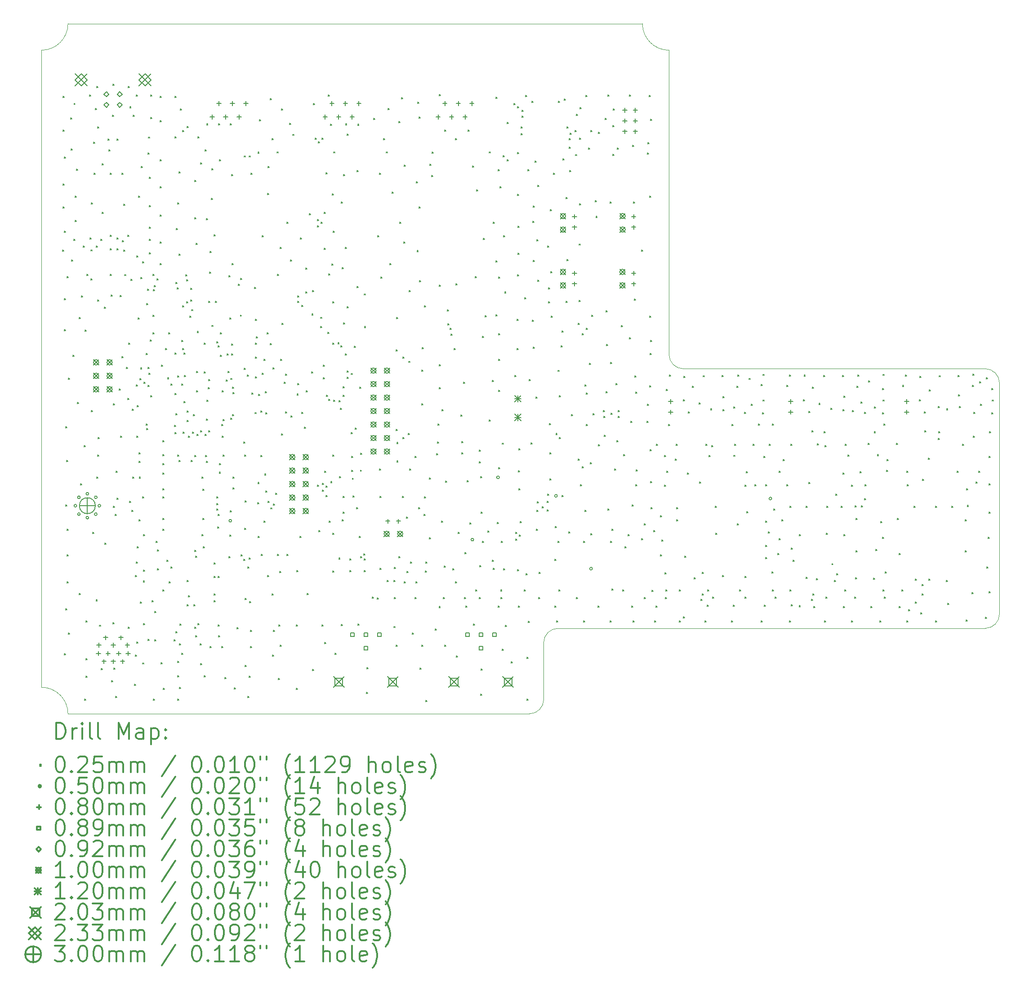
<source format=gbr>
%FSLAX45Y45*%
G04 Gerber Fmt 4.5, Leading zero omitted, Abs format (unit mm)*
G04 Created by KiCad (PCBNEW (5.1.4)-1) date 2020-03-11 17:27:00*
%MOMM*%
%LPD*%
G04 APERTURE LIST*
%ADD10C,0.120000*%
%ADD11C,0.200000*%
%ADD12C,0.300000*%
G04 APERTURE END LIST*
D10*
X7769800Y-1620860D02*
X7769800Y-2690860D01*
X7769800Y-1620860D02*
G75*
G02X8039800Y-1350860I270000J0D01*
G01*
X16084800Y-1350860D02*
X8039800Y-1350860D01*
X7769800Y-2690860D02*
G75*
G02X7499800Y-2960860I-270000J0D01*
G01*
X16354800Y-1080860D02*
G75*
G02X16084800Y-1350860I-270000J0D01*
G01*
X16084800Y3539140D02*
G75*
G02X16354800Y3269140I0J-270000D01*
G01*
X16084800Y3539140D02*
X10399800Y3539140D01*
X16354800Y3269140D02*
X16354800Y-1080860D01*
X-1190200Y10039140D02*
X9629800Y10039140D01*
X-1690200Y-2460860D02*
X-1690200Y9539140D01*
X7499800Y-2960860D02*
X-1190200Y-2960860D01*
X10399800Y3539140D02*
G75*
G02X10129800Y3809140I0J270000D01*
G01*
X10129800Y9539140D02*
X10129800Y3809140D01*
X-1190200Y-2960860D02*
G75*
G03X-1690200Y-2460860I-500000J0D01*
G01*
X9629800Y10039140D02*
G75*
G03X10129800Y9539140I500000J0D01*
G01*
X-1690200Y9539140D02*
G75*
G03X-1190200Y10039140I0J500000D01*
G01*
D11*
X-1290120Y5780840D02*
X-1265120Y5755840D01*
X-1265120Y5780840D02*
X-1290120Y5755840D01*
X-1282500Y8676440D02*
X-1257500Y8651440D01*
X-1257500Y8676440D02*
X-1282500Y8651440D01*
X-1282500Y8041440D02*
X-1257500Y8016440D01*
X-1257500Y8041440D02*
X-1282500Y8016440D01*
X-1282500Y7025440D02*
X-1257500Y7000440D01*
X-1257500Y7025440D02*
X-1282500Y7000440D01*
X-1282500Y6593640D02*
X-1257500Y6568640D01*
X-1257500Y6593640D02*
X-1282500Y6568640D01*
X-1263450Y-1826460D02*
X-1238450Y-1851460D01*
X-1238450Y-1826460D02*
X-1263450Y-1851460D01*
X-1257700Y4859140D02*
X-1232700Y4834140D01*
X-1232700Y4859140D02*
X-1257700Y4834140D01*
X-1257100Y7533440D02*
X-1232100Y7508440D01*
X-1232100Y7533440D02*
X-1257100Y7508440D01*
X-1257100Y6136440D02*
X-1232100Y6111440D01*
X-1232100Y6136440D02*
X-1257100Y6111440D01*
X-1257100Y4282240D02*
X-1232100Y4257240D01*
X-1232100Y4282240D02*
X-1257100Y4257240D01*
X-1231700Y2453440D02*
X-1206700Y2428440D01*
X-1206700Y2453440D02*
X-1231700Y2428440D01*
X-1231700Y980240D02*
X-1206700Y955240D01*
X-1206700Y980240D02*
X-1231700Y955240D01*
X-1231700Y-975560D02*
X-1206700Y-1000560D01*
X-1206700Y-975560D02*
X-1231700Y-1000560D01*
X-1219000Y1818440D02*
X-1194000Y1793440D01*
X-1194000Y1818440D02*
X-1219000Y1793440D01*
X-1212700Y5276640D02*
X-1187700Y5251640D01*
X-1187700Y5276640D02*
X-1212700Y5251640D01*
X-1206300Y523040D02*
X-1181300Y498040D01*
X-1181300Y523040D02*
X-1206300Y498040D01*
X-1206300Y40440D02*
X-1181300Y15440D01*
X-1181300Y40440D02*
X-1206300Y15440D01*
X-1206300Y-467560D02*
X-1181300Y-492560D01*
X-1181300Y-467560D02*
X-1206300Y-492560D01*
X-1180900Y3367840D02*
X-1155900Y3342840D01*
X-1155900Y3367840D02*
X-1180900Y3342840D01*
X-1180900Y-1432760D02*
X-1155900Y-1457760D01*
X-1155900Y-1432760D02*
X-1180900Y-1457760D01*
X-1139300Y8270040D02*
X-1114300Y8245040D01*
X-1114300Y8270040D02*
X-1139300Y8245040D01*
X-1130100Y7685840D02*
X-1105100Y7660840D01*
X-1105100Y7685840D02*
X-1130100Y7660840D01*
X-1125020Y5587800D02*
X-1100020Y5562800D01*
X-1100020Y5587800D02*
X-1125020Y5562800D01*
X-1102500Y3792500D02*
X-1077500Y3767500D01*
X-1077500Y3792500D02*
X-1102500Y3767500D01*
X-1082700Y5976640D02*
X-1057700Y5951640D01*
X-1057700Y5976640D02*
X-1082700Y5951640D01*
X-1077700Y8541640D02*
X-1052700Y8516640D01*
X-1052700Y8541640D02*
X-1077700Y8516640D01*
X-1053900Y6796840D02*
X-1028900Y6771840D01*
X-1028900Y6796840D02*
X-1053900Y6771840D01*
X-1053900Y6339640D02*
X-1028900Y6314640D01*
X-1028900Y6339640D02*
X-1053900Y6314640D01*
X-1028500Y7304840D02*
X-1003500Y7279840D01*
X-1003500Y7304840D02*
X-1028500Y7279840D01*
X-1013260Y2905560D02*
X-988260Y2880560D01*
X-988260Y2905560D02*
X-1013260Y2880560D01*
X-977700Y4510840D02*
X-952700Y4485840D01*
X-952700Y4510840D02*
X-977700Y4485840D01*
X-977700Y-688360D02*
X-952700Y-713360D01*
X-952700Y-688360D02*
X-977700Y-713360D01*
X-952300Y1373940D02*
X-927300Y1348940D01*
X-927300Y1373940D02*
X-952300Y1348940D01*
X-937700Y4911640D02*
X-912700Y4886640D01*
X-912700Y4911640D02*
X-937700Y4886640D01*
X-900200Y5856640D02*
X-875200Y5831640D01*
X-875200Y5856640D02*
X-900200Y5831640D01*
X-888800Y2097840D02*
X-863800Y2072840D01*
X-863800Y2097840D02*
X-888800Y2072840D01*
X-876100Y-2677360D02*
X-851100Y-2702360D01*
X-851100Y-2677360D02*
X-876100Y-2702360D01*
X-872500Y4272500D02*
X-847500Y4247500D01*
X-847500Y4272500D02*
X-872500Y4247500D01*
X-850700Y-1204160D02*
X-825700Y-1229160D01*
X-825700Y-1204160D02*
X-850700Y-1229160D01*
X-850700Y-1915360D02*
X-825700Y-1940360D01*
X-825700Y-1915360D02*
X-850700Y-1940360D01*
X-850700Y-2245560D02*
X-825700Y-2270560D01*
X-825700Y-2245560D02*
X-850700Y-2270560D01*
X-839920Y5316640D02*
X-814920Y5291640D01*
X-814920Y5316640D02*
X-839920Y5291640D01*
X-787700Y8701840D02*
X-762700Y8676840D01*
X-762700Y8701840D02*
X-787700Y8676840D01*
X-774500Y6009440D02*
X-749500Y5984440D01*
X-749500Y6009440D02*
X-774500Y5984440D01*
X-762700Y5781640D02*
X-737700Y5756640D01*
X-737700Y5781640D02*
X-762700Y5756640D01*
X-761800Y5237280D02*
X-736800Y5212280D01*
X-736800Y5237280D02*
X-761800Y5212280D01*
X-749100Y6669840D02*
X-724100Y6644840D01*
X-724100Y6669840D02*
X-749100Y6644840D01*
X-749100Y2758240D02*
X-724100Y2733240D01*
X-724100Y2758240D02*
X-749100Y2733240D01*
X-727700Y461640D02*
X-702700Y436640D01*
X-702700Y461640D02*
X-727700Y436640D01*
X-708460Y7810300D02*
X-683460Y7785300D01*
X-683460Y7810300D02*
X-708460Y7785300D01*
X-698300Y7228640D02*
X-673300Y7203640D01*
X-673300Y7228640D02*
X-698300Y7203640D01*
X-677980Y8447840D02*
X-652980Y8422840D01*
X-652980Y8447840D02*
X-677980Y8422840D01*
X-662740Y-813000D02*
X-637740Y-838000D01*
X-637740Y-813000D02*
X-662740Y-838000D01*
X-660600Y5857040D02*
X-635600Y5832040D01*
X-635600Y5857040D02*
X-660600Y5832040D01*
X-650700Y1504640D02*
X-625700Y1479640D01*
X-625700Y1504640D02*
X-650700Y1479640D01*
X-647700Y8861640D02*
X-622700Y8836640D01*
X-622700Y8861640D02*
X-647700Y8836640D01*
X-634800Y4841040D02*
X-609800Y4816040D01*
X-609800Y4841040D02*
X-634800Y4816040D01*
X-634800Y1920040D02*
X-609800Y1895040D01*
X-609800Y1920040D02*
X-634800Y1895040D01*
X-629720Y8094780D02*
X-604720Y8069780D01*
X-604720Y8094780D02*
X-629720Y8069780D01*
X-622100Y2250240D02*
X-597100Y2225240D01*
X-597100Y2250240D02*
X-622100Y2225240D01*
X-601780Y-1287980D02*
X-576780Y-1312980D01*
X-576780Y-1287980D02*
X-601780Y-1312980D01*
X-571300Y5984040D02*
X-546300Y5959040D01*
X-546300Y5984040D02*
X-571300Y5959040D01*
X-563680Y-2105860D02*
X-538680Y-2130860D01*
X-538680Y-2105860D02*
X-563680Y-2130860D01*
X-545900Y7406440D02*
X-520900Y7381440D01*
X-520900Y7406440D02*
X-545900Y7381440D01*
X-545900Y6492040D02*
X-520900Y6467040D01*
X-520900Y6492040D02*
X-545900Y6467040D01*
X-507700Y4701640D02*
X-482700Y4676640D01*
X-482700Y4701640D02*
X-507700Y4676640D01*
X-500180Y258880D02*
X-475180Y233880D01*
X-475180Y258880D02*
X-500180Y233880D01*
X-437700Y7871640D02*
X-412700Y7846640D01*
X-412700Y7871640D02*
X-437700Y7846640D01*
X-417700Y7661640D02*
X-392700Y7636640D01*
X-392700Y7661640D02*
X-417700Y7636640D01*
X-396040Y5316640D02*
X-371040Y5291640D01*
X-371040Y5316640D02*
X-396040Y5291640D01*
X-393500Y7228640D02*
X-368500Y7203640D01*
X-368500Y7228640D02*
X-393500Y7203640D01*
X-393500Y6060240D02*
X-368500Y6035240D01*
X-368500Y6060240D02*
X-393500Y6035240D01*
X-393500Y5806240D02*
X-368500Y5781240D01*
X-368500Y5806240D02*
X-393500Y5781240D01*
X-380800Y4929940D02*
X-355800Y4904940D01*
X-355800Y4929940D02*
X-380800Y4904940D01*
X-374450Y-2334460D02*
X-349450Y-2359460D01*
X-349450Y-2334460D02*
X-374450Y-2359460D01*
X-357700Y8320840D02*
X-332700Y8295840D01*
X-332700Y8320840D02*
X-357700Y8295840D01*
X-347780Y-1239720D02*
X-322780Y-1264720D01*
X-322780Y-1239720D02*
X-347780Y-1264720D01*
X-347700Y8901640D02*
X-322700Y8876640D01*
X-322700Y8901640D02*
X-347700Y8876640D01*
X-337620Y2880160D02*
X-312620Y2855160D01*
X-312620Y2880160D02*
X-337620Y2855160D01*
X-337620Y954840D02*
X-312620Y929840D01*
X-312620Y954840D02*
X-337620Y929840D01*
X-324920Y-2098240D02*
X-299920Y-2123240D01*
X-299920Y-2098240D02*
X-324920Y-2123240D01*
X-302060Y802440D02*
X-277060Y777440D01*
X-277060Y802440D02*
X-302060Y777440D01*
X-291900Y-2626560D02*
X-266900Y-2651560D01*
X-266900Y-2626560D02*
X-291900Y-2651560D01*
X-284270Y1610170D02*
X-259270Y1585170D01*
X-259270Y1610170D02*
X-284270Y1585170D01*
X-266500Y7866180D02*
X-241500Y7841180D01*
X-241500Y7866180D02*
X-266500Y7841180D01*
X-266500Y6009440D02*
X-241500Y5984440D01*
X-241500Y6009440D02*
X-266500Y5984440D01*
X-266500Y5806240D02*
X-241500Y5781240D01*
X-241500Y5806240D02*
X-266500Y5781240D01*
X-266500Y1107240D02*
X-241500Y1082240D01*
X-241500Y1107240D02*
X-266500Y1082240D01*
X-228400Y3164640D02*
X-203400Y3139640D01*
X-203400Y3164640D02*
X-228400Y3139640D01*
X-213160Y4922320D02*
X-188160Y4897320D01*
X-188160Y4922320D02*
X-213160Y4897320D01*
X-203000Y2275640D02*
X-178000Y2250640D01*
X-178000Y2275640D02*
X-203000Y2250640D01*
X-177700Y7221640D02*
X-152700Y7196640D01*
X-152700Y7221640D02*
X-177700Y7196640D01*
X-177600Y3774240D02*
X-152600Y3749240D01*
X-152600Y3774240D02*
X-177600Y3749240D01*
X-164900Y5958640D02*
X-139900Y5933640D01*
X-139900Y5958640D02*
X-164900Y5933640D01*
X-139500Y6644440D02*
X-114500Y6619440D01*
X-114500Y6644440D02*
X-139500Y6619440D01*
X-139500Y5780840D02*
X-114500Y5755840D01*
X-114500Y5780840D02*
X-139500Y5755840D01*
X-126800Y5316020D02*
X-101800Y5291020D01*
X-101800Y5316020D02*
X-126800Y5291020D01*
X-88700Y3571040D02*
X-63700Y3546040D01*
X-63700Y3571040D02*
X-88700Y3546040D01*
X-63300Y6060240D02*
X-38300Y6035240D01*
X-38300Y6060240D02*
X-63300Y6035240D01*
X-63300Y2986840D02*
X-38300Y2961840D01*
X-38300Y2986840D02*
X-63300Y2961840D01*
X-58220Y-1326080D02*
X-33220Y-1351080D01*
X-33220Y-1326080D02*
X-58220Y-1351080D01*
X-57700Y8861640D02*
X-32700Y8836640D01*
X-32700Y8861640D02*
X-57700Y8836640D01*
X-52500Y4022500D02*
X-27500Y3997500D01*
X-27500Y4022500D02*
X-52500Y3997500D01*
X-32820Y1046280D02*
X-7820Y1021280D01*
X-7820Y1046280D02*
X-32820Y1021280D01*
X-27700Y8481640D02*
X-2700Y8456640D01*
X-2700Y8481640D02*
X-27700Y8456640D01*
X-2700Y5229140D02*
X22300Y5204140D01*
X22300Y5229140D02*
X-2700Y5204140D01*
X12900Y878640D02*
X37900Y853640D01*
X37900Y878640D02*
X12900Y853640D01*
X17980Y2778560D02*
X42980Y2753560D01*
X42980Y2778560D02*
X17980Y2753560D01*
X28140Y1503480D02*
X53140Y1478480D01*
X53140Y1503480D02*
X28140Y1478480D01*
X38300Y8320840D02*
X63300Y8295840D01*
X63300Y8320840D02*
X38300Y8295840D01*
X63700Y-2397960D02*
X88700Y-2422960D01*
X88700Y-2397960D02*
X63700Y-2422960D01*
X78940Y-353260D02*
X103940Y-378260D01*
X103940Y-353260D02*
X78940Y-378260D01*
X78940Y-1851860D02*
X103940Y-1876860D01*
X103940Y-1851860D02*
X78940Y-1876860D01*
X92300Y8701640D02*
X117300Y8676640D01*
X117300Y8701640D02*
X92300Y8676640D01*
X94180Y3240840D02*
X119180Y3215840D01*
X119180Y3240840D02*
X94180Y3215840D01*
X94180Y-101800D02*
X119180Y-126800D01*
X119180Y-101800D02*
X94180Y-126800D01*
X99800Y5664140D02*
X124800Y5639140D01*
X124800Y5664140D02*
X99800Y5639140D01*
X101800Y2269290D02*
X126800Y2244290D01*
X126800Y2269290D02*
X101800Y2244290D01*
X101800Y-1605480D02*
X126800Y-1630480D01*
X126800Y-1605480D02*
X101800Y-1630480D01*
X114500Y2847140D02*
X139500Y2822140D01*
X139500Y2847140D02*
X114500Y2822140D01*
X114500Y192840D02*
X139500Y167840D01*
X139500Y192840D02*
X114500Y167840D01*
X127200Y4498140D02*
X152200Y4473140D01*
X152200Y4498140D02*
X127200Y4473140D01*
X139900Y6796840D02*
X164900Y6771840D01*
X164900Y6796840D02*
X139900Y6771840D01*
X144980Y1960680D02*
X169980Y1935680D01*
X169980Y1960680D02*
X144980Y1935680D01*
X144980Y1798120D02*
X169980Y1773120D01*
X169980Y1798120D02*
X144980Y1773120D01*
X144980Y700840D02*
X169980Y675840D01*
X169980Y700840D02*
X144980Y675840D01*
X150060Y1501640D02*
X175060Y1476640D01*
X175060Y1501640D02*
X150060Y1476640D01*
X165300Y3355140D02*
X190300Y3330140D01*
X190300Y3355140D02*
X165300Y3330140D01*
X170380Y-848560D02*
X195380Y-873560D01*
X195380Y-848560D02*
X170380Y-873560D01*
X175460Y3560880D02*
X200460Y3535880D01*
X200460Y3560880D02*
X175460Y3535880D01*
X178000Y5260140D02*
X203000Y5235140D01*
X203000Y5260140D02*
X178000Y5235140D01*
X190700Y7355640D02*
X215700Y7330640D01*
X215700Y7355640D02*
X190700Y7330640D01*
X211020Y1132640D02*
X236020Y1107640D01*
X236020Y1132640D02*
X211020Y1107640D01*
X216100Y-1999180D02*
X241100Y-2024180D01*
X241100Y-1999180D02*
X216100Y-2024180D01*
X217300Y5559140D02*
X242300Y5534140D01*
X242300Y5559140D02*
X217300Y5534140D01*
X226260Y-454860D02*
X251260Y-479860D01*
X251260Y-454860D02*
X226260Y-479860D01*
X228800Y416360D02*
X253800Y391360D01*
X253800Y416360D02*
X228800Y391360D01*
X228800Y-249120D02*
X253800Y-274120D01*
X253800Y-249120D02*
X228800Y-274120D01*
X233880Y-1257500D02*
X258880Y-1282500D01*
X258880Y-1257500D02*
X233880Y-1282500D01*
X241500Y3291640D02*
X266500Y3266640D01*
X266500Y3291640D02*
X241500Y3266640D01*
X279600Y2504240D02*
X304600Y2479240D01*
X304600Y2504240D02*
X279600Y2479240D01*
X282140Y3830120D02*
X307140Y3805120D01*
X307140Y3830120D02*
X282140Y3805120D01*
X289760Y4767380D02*
X314760Y4742380D01*
X314760Y4767380D02*
X289760Y4742380D01*
X292300Y2415340D02*
X317300Y2390340D01*
X317300Y2415340D02*
X292300Y2390340D01*
X307540Y5039160D02*
X332540Y5014160D01*
X332540Y5039160D02*
X307540Y5014160D01*
X317700Y7609640D02*
X342700Y7584640D01*
X342700Y7609640D02*
X317700Y7584640D01*
X317700Y3565960D02*
X342700Y3540960D01*
X342700Y3565960D02*
X317700Y3540960D01*
X317700Y3228140D02*
X342700Y3203140D01*
X342700Y3228140D02*
X317700Y3203140D01*
X317700Y-1553410D02*
X342700Y-1578410D01*
X342700Y-1553410D02*
X317700Y-1578410D01*
X322780Y7906820D02*
X347780Y7881820D01*
X347780Y7906820D02*
X322780Y7881820D01*
X332940Y3454200D02*
X357940Y3429200D01*
X357940Y3454200D02*
X332940Y3429200D01*
X343100Y7152440D02*
X368100Y7127440D01*
X368100Y7152440D02*
X343100Y7127440D01*
X343100Y6619040D02*
X368100Y6594040D01*
X368100Y6619040D02*
X343100Y6594040D01*
X343100Y6212640D02*
X368100Y6187640D01*
X368100Y6212640D02*
X343100Y6187640D01*
X343100Y5984040D02*
X368100Y5959040D01*
X368100Y5984040D02*
X343100Y5959040D01*
X343100Y5730040D02*
X368100Y5705040D01*
X368100Y5730040D02*
X343100Y5705040D01*
X358340Y4084120D02*
X383340Y4059120D01*
X383340Y4084120D02*
X358340Y4059120D01*
X368500Y8701840D02*
X393500Y8676840D01*
X393500Y8701840D02*
X368500Y8676840D01*
X368500Y8277660D02*
X393500Y8252660D01*
X393500Y8277660D02*
X368500Y8252660D01*
X368500Y3037640D02*
X393500Y3012640D01*
X393500Y3037640D02*
X368500Y3012640D01*
X393900Y-823160D02*
X418900Y-848160D01*
X418900Y-823160D02*
X393900Y-848160D01*
X406600Y4548940D02*
X431600Y4523940D01*
X431600Y4548940D02*
X406600Y4523940D01*
X406600Y4218740D02*
X431600Y4193740D01*
X431600Y4218740D02*
X406600Y4193740D01*
X409800Y5316640D02*
X434800Y5291640D01*
X434800Y5316640D02*
X409800Y5291640D01*
X419300Y5031540D02*
X444300Y5006540D01*
X444300Y5031540D02*
X419300Y5006540D01*
X419300Y-2677360D02*
X444300Y-2702360D01*
X444300Y-2677360D02*
X419300Y-2702360D01*
X432000Y5107740D02*
X457000Y5082740D01*
X457000Y5107740D02*
X432000Y5082740D01*
X444700Y-1026360D02*
X469700Y-1051360D01*
X469700Y-1026360D02*
X444700Y-1051360D01*
X444700Y-1559760D02*
X469700Y-1584760D01*
X469700Y-1559760D02*
X444700Y-1584760D01*
X470100Y294440D02*
X495100Y269440D01*
X495100Y294440D02*
X470100Y269440D01*
X482800Y5234740D02*
X507800Y5209740D01*
X507800Y5234740D02*
X482800Y5209740D01*
X495500Y129340D02*
X520500Y104340D01*
X520500Y129340D02*
X495500Y104340D01*
X495500Y-226260D02*
X520500Y-251260D01*
X520500Y-226260D02*
X495500Y-251260D01*
X546300Y8676440D02*
X571300Y8651440D01*
X571300Y8676440D02*
X546300Y8651440D01*
X546300Y8219240D02*
X571300Y8194240D01*
X571300Y8219240D02*
X546300Y8194240D01*
X546300Y7482640D02*
X571300Y7457640D01*
X571300Y7482640D02*
X546300Y7457640D01*
X546300Y6974640D02*
X571300Y6949640D01*
X571300Y6974640D02*
X546300Y6949640D01*
X546300Y6441240D02*
X571300Y6416240D01*
X571300Y6441240D02*
X546300Y6416240D01*
X546300Y5933240D02*
X571300Y5908240D01*
X571300Y5933240D02*
X546300Y5908240D01*
X546300Y5526840D02*
X571300Y5501840D01*
X571300Y5526840D02*
X546300Y5501840D01*
X564080Y-1996640D02*
X589080Y-2021640D01*
X589080Y-1996640D02*
X564080Y-2021640D01*
X566620Y3606600D02*
X591620Y3581600D01*
X591620Y3606600D02*
X566620Y3581600D01*
X597100Y2184200D02*
X622100Y2159200D01*
X622100Y2184200D02*
X597100Y2159200D01*
X597100Y1925120D02*
X622100Y1900120D01*
X622100Y1925120D02*
X597100Y1900120D01*
X597100Y1754940D02*
X622100Y1729940D01*
X622100Y1754940D02*
X597100Y1729940D01*
X597100Y1577140D02*
X622100Y1552140D01*
X622100Y1577140D02*
X597100Y1552140D01*
X597100Y1285040D02*
X622100Y1260040D01*
X622100Y1285040D02*
X597100Y1260040D01*
X597100Y1132640D02*
X622100Y1107640D01*
X622100Y1132640D02*
X597100Y1107640D01*
X597100Y726240D02*
X622100Y701240D01*
X622100Y726240D02*
X597100Y701240D01*
X597100Y523040D02*
X622100Y498040D01*
X622100Y523040D02*
X597100Y498040D01*
X597100Y-619960D02*
X622100Y-644960D01*
X622100Y-619960D02*
X597100Y-644960D01*
X603450Y-2474160D02*
X628450Y-2499160D01*
X628450Y-2474160D02*
X603450Y-2499160D01*
X647900Y3926640D02*
X672900Y3901640D01*
X672900Y3926640D02*
X647900Y3901640D01*
X673300Y-61160D02*
X698300Y-86160D01*
X698300Y-61160D02*
X673300Y-86160D01*
X683460Y3372920D02*
X708460Y3347920D01*
X708460Y3372920D02*
X683460Y3347920D01*
X702300Y4216640D02*
X727300Y4191640D01*
X727300Y4216640D02*
X702300Y4191640D01*
X711400Y-467560D02*
X736400Y-492560D01*
X736400Y-467560D02*
X711400Y-492560D01*
X749500Y3256080D02*
X774500Y3231080D01*
X774500Y3256080D02*
X749500Y3231080D01*
X749500Y-188160D02*
X774500Y-213160D01*
X774500Y-188160D02*
X749500Y-213160D01*
X806650Y-1566110D02*
X831650Y-1591110D01*
X831650Y-1566110D02*
X806650Y-1591110D01*
X813000Y2478840D02*
X838000Y2453840D01*
X838000Y2478840D02*
X813000Y2453840D01*
X825700Y8676440D02*
X850700Y8651440D01*
X850700Y8676440D02*
X825700Y8651440D01*
X825700Y7914440D02*
X850700Y7889440D01*
X850700Y7914440D02*
X825700Y7889440D01*
X825700Y3835200D02*
X850700Y3810200D01*
X850700Y3835200D02*
X825700Y3810200D01*
X825700Y3075740D02*
X850700Y3050740D01*
X850700Y3075740D02*
X825700Y3050740D01*
X825700Y2339140D02*
X850700Y2314140D01*
X850700Y2339140D02*
X825700Y2314140D01*
X838400Y5171240D02*
X863400Y5146240D01*
X863400Y5171240D02*
X838400Y5146240D01*
X838400Y2694740D02*
X863400Y2669740D01*
X863400Y2694740D02*
X838400Y2669740D01*
X843480Y-1409900D02*
X868480Y-1434900D01*
X868480Y-1409900D02*
X843480Y-1434900D01*
X851100Y6187240D02*
X876100Y6162240D01*
X876100Y6187240D02*
X851100Y6162240D01*
X863800Y5069640D02*
X888800Y5044640D01*
X888800Y5069640D02*
X863800Y5044640D01*
X876500Y6669840D02*
X901500Y6644840D01*
X901500Y6669840D02*
X876500Y6644840D01*
X876500Y3405940D02*
X901500Y3380940D01*
X901500Y3405940D02*
X876500Y3380940D01*
X876500Y1918040D02*
X901500Y1893040D01*
X901500Y1918040D02*
X876500Y1893040D01*
X876500Y-1972510D02*
X901500Y-1997510D01*
X901500Y-1972510D02*
X876500Y-1997510D01*
X876500Y-2239210D02*
X901500Y-2264210D01*
X901500Y-2239210D02*
X876500Y-2264210D01*
X876500Y-2677360D02*
X901500Y-2702360D01*
X901500Y-2677360D02*
X876500Y-2702360D01*
X901900Y7254040D02*
X926900Y7229040D01*
X926900Y7254040D02*
X901900Y7229040D01*
X901900Y5704640D02*
X926900Y5679640D01*
X926900Y5704640D02*
X901900Y5679640D01*
X901900Y1818440D02*
X926900Y1793440D01*
X926900Y1818440D02*
X901900Y1793440D01*
X908250Y-1642310D02*
X933250Y-1667310D01*
X933250Y-1642310D02*
X908250Y-1667310D01*
X908250Y-2461460D02*
X933250Y-2486460D01*
X933250Y-2461460D02*
X908250Y-2486460D01*
X919680Y-1267660D02*
X944680Y-1292660D01*
X944680Y-1267660D02*
X919680Y-1292660D01*
X922220Y8432600D02*
X947220Y8407600D01*
X947220Y8432600D02*
X922220Y8407600D01*
X952700Y4079040D02*
X977700Y4054040D01*
X977700Y4079040D02*
X952700Y4054040D01*
X952700Y3253540D02*
X977700Y3228540D01*
X977700Y3253540D02*
X952700Y3228540D01*
X952700Y-1813760D02*
X977700Y-1838760D01*
X977700Y-1813760D02*
X952700Y-1838760D01*
X965400Y8028740D02*
X990400Y8003740D01*
X990400Y8028740D02*
X965400Y8003740D01*
X965400Y4726740D02*
X990400Y4701740D01*
X990400Y4726740D02*
X965400Y4701740D01*
X965400Y3926640D02*
X990400Y3901640D01*
X990400Y3926640D02*
X965400Y3901640D01*
X978100Y2351840D02*
X1003100Y2326840D01*
X1003100Y2351840D02*
X978100Y2326840D01*
X990200Y3837140D02*
X1015200Y3812140D01*
X1015200Y3837140D02*
X990200Y3812140D01*
X990800Y2923340D02*
X1015800Y2898340D01*
X1015800Y2923340D02*
X990800Y2898340D01*
X1003500Y3418640D02*
X1028500Y3393640D01*
X1028500Y3418640D02*
X1003500Y3393640D01*
X1028900Y5310940D02*
X1053900Y5285940D01*
X1053900Y5310940D02*
X1028900Y5285940D01*
X1041600Y5222040D02*
X1066600Y5197040D01*
X1066600Y5222040D02*
X1041600Y5197040D01*
X1041600Y4802940D02*
X1066600Y4777940D01*
X1066600Y4802940D02*
X1041600Y4777940D01*
X1052300Y2747740D02*
X1077300Y2722740D01*
X1077300Y2747740D02*
X1052300Y2722740D01*
X1054300Y8104940D02*
X1079300Y8079940D01*
X1079300Y8104940D02*
X1054300Y8079940D01*
X1054300Y2567740D02*
X1079300Y2542740D01*
X1079300Y2567740D02*
X1054300Y2542740D01*
X1054300Y-442160D02*
X1079300Y-467160D01*
X1079300Y-442160D02*
X1054300Y-467160D01*
X1054300Y-899360D02*
X1079300Y-924360D01*
X1079300Y-899360D02*
X1054300Y-924360D01*
X1079700Y2275640D02*
X1104700Y2250640D01*
X1104700Y2275640D02*
X1079700Y2250640D01*
X1079700Y-734260D02*
X1104700Y-759260D01*
X1104700Y-734260D02*
X1079700Y-759260D01*
X1105100Y4536240D02*
X1130100Y4511240D01*
X1130100Y4536240D02*
X1105100Y4511240D01*
X1117800Y5056940D02*
X1142800Y5031940D01*
X1142800Y5056940D02*
X1117800Y5031940D01*
X1117800Y4841040D02*
X1142800Y4816040D01*
X1142800Y4841040D02*
X1117800Y4816040D01*
X1130500Y1818440D02*
X1155500Y1793440D01*
X1155500Y1818440D02*
X1130500Y1793440D01*
X1135580Y4655620D02*
X1160580Y4630620D01*
X1160580Y4655620D02*
X1135580Y4630620D01*
X1155900Y2351840D02*
X1180900Y2326840D01*
X1180900Y2351840D02*
X1155900Y2326840D01*
X1172300Y2676640D02*
X1197300Y2651640D01*
X1197300Y2676640D02*
X1172300Y2651640D01*
X1181300Y-899360D02*
X1206300Y-924360D01*
X1206300Y-899360D02*
X1181300Y-924360D01*
X1193356Y1906696D02*
X1218356Y1881696D01*
X1218356Y1906696D02*
X1193356Y1881696D01*
X1193356Y118748D02*
X1218356Y93748D01*
X1218356Y118748D02*
X1193356Y93748D01*
X1194000Y7088940D02*
X1219000Y7063940D01*
X1219000Y7088940D02*
X1194000Y7063940D01*
X1194000Y6390440D02*
X1219000Y6365440D01*
X1219000Y6390440D02*
X1194000Y6365440D01*
X1196540Y-1326080D02*
X1221540Y-1351080D01*
X1221540Y-1326080D02*
X1196540Y-1351080D01*
X1211780Y15040D02*
X1236780Y-9960D01*
X1236780Y15040D02*
X1211780Y-9960D01*
X1211780Y-1483560D02*
X1236780Y-1508560D01*
X1236780Y-1483560D02*
X1211780Y-1508560D01*
X1219400Y5907840D02*
X1244400Y5882840D01*
X1244400Y5907840D02*
X1219400Y5882840D01*
X1232100Y3494840D02*
X1257100Y3469840D01*
X1257100Y3494840D02*
X1232100Y3469840D01*
X1232100Y3126540D02*
X1257100Y3101540D01*
X1257100Y3126540D02*
X1232100Y3101540D01*
X1240200Y2309140D02*
X1265200Y2284140D01*
X1265200Y2309140D02*
X1240200Y2284140D01*
X1242300Y4246640D02*
X1267300Y4221640D01*
X1267300Y4246640D02*
X1242300Y4221640D01*
X1257500Y7914440D02*
X1282500Y7889440D01*
X1282500Y7914440D02*
X1257500Y7889440D01*
X1257500Y-1254960D02*
X1282500Y-1279960D01*
X1282500Y-1254960D02*
X1257500Y-1279960D01*
X1295600Y-1642310D02*
X1320600Y-1667310D01*
X1320600Y-1642310D02*
X1295600Y-1667310D01*
X1305760Y7419140D02*
X1330760Y7394140D01*
X1330760Y7419140D02*
X1305760Y7394140D01*
X1308300Y2377240D02*
X1333300Y2352240D01*
X1333300Y2377240D02*
X1308300Y2352240D01*
X1308300Y-2010610D02*
X1333300Y-2035610D01*
X1333300Y-2010610D02*
X1308300Y-2035610D01*
X1333700Y1501640D02*
X1358700Y1476640D01*
X1358700Y1501640D02*
X1333700Y1476640D01*
X1333700Y421440D02*
X1358700Y396440D01*
X1358700Y421440D02*
X1333700Y396440D01*
X1346400Y1272340D02*
X1371400Y1247340D01*
X1371400Y1272340D02*
X1346400Y1247340D01*
X1346400Y726240D02*
X1371400Y701240D01*
X1371400Y726240D02*
X1346400Y701240D01*
X1359100Y192840D02*
X1384100Y167840D01*
X1384100Y192840D02*
X1359100Y167840D01*
X1371800Y3482140D02*
X1396800Y3457140D01*
X1396800Y3482140D02*
X1371800Y3457140D01*
X1371800Y-2239210D02*
X1396800Y-2264210D01*
X1396800Y-2239210D02*
X1371800Y-2264210D01*
X1373784Y4024936D02*
X1398784Y3999936D01*
X1398784Y4024936D02*
X1373784Y3999936D01*
X1389580Y7668060D02*
X1414580Y7643060D01*
X1414580Y7668060D02*
X1389580Y7643060D01*
X1390200Y2306740D02*
X1415200Y2281740D01*
X1415200Y2306740D02*
X1390200Y2281740D01*
X1402300Y1911640D02*
X1427300Y1886640D01*
X1427300Y1911640D02*
X1402300Y1886640D01*
X1412300Y1796640D02*
X1437300Y1771640D01*
X1437300Y1796640D02*
X1412300Y1771640D01*
X1416250Y6371390D02*
X1441250Y6346390D01*
X1441250Y6371390D02*
X1416250Y6346390D01*
X1417300Y2591640D02*
X1442300Y2566640D01*
X1442300Y2591640D02*
X1417300Y2566640D01*
X1420060Y8153200D02*
X1445060Y8128200D01*
X1445060Y8153200D02*
X1420060Y8128200D01*
X1422600Y2948740D02*
X1447600Y2923740D01*
X1447600Y2948740D02*
X1422600Y2923740D01*
X1448000Y3190040D02*
X1473000Y3165040D01*
X1473000Y3190040D02*
X1448000Y3165040D01*
X1460700Y4815640D02*
X1485700Y4790640D01*
X1485700Y4815640D02*
X1460700Y4790640D01*
X1460700Y3342440D02*
X1485700Y3317440D01*
X1485700Y3342440D02*
X1460700Y3317440D01*
X1460700Y2377240D02*
X1485700Y2352240D01*
X1485700Y2377240D02*
X1460700Y2352240D01*
X1473400Y5361740D02*
X1498400Y5336740D01*
X1498400Y5361740D02*
X1473400Y5336740D01*
X1481300Y5755440D02*
X1506300Y5730440D01*
X1506300Y5755440D02*
X1481300Y5730440D01*
X1486100Y-1693110D02*
X1511100Y-1718110D01*
X1511100Y-1693110D02*
X1486100Y-1718110D01*
X1506700Y6747440D02*
X1531700Y6722440D01*
X1531700Y6747440D02*
X1506700Y6722440D01*
X1517300Y4359140D02*
X1542300Y4334140D01*
X1542300Y4359140D02*
X1517300Y4334140D01*
X1517850Y7311190D02*
X1542850Y7286190D01*
X1542850Y7311190D02*
X1517850Y7286190D01*
X1555950Y6066590D02*
X1580950Y6041590D01*
X1580950Y6066590D02*
X1555950Y6041590D01*
X1555950Y-829510D02*
X1580950Y-854510D01*
X1580950Y-829510D02*
X1555950Y-854510D01*
X1562300Y-111960D02*
X1587300Y-136960D01*
X1587300Y-111960D02*
X1562300Y-136960D01*
X1562300Y-365960D02*
X1587300Y-390960D01*
X1587300Y-365960D02*
X1562300Y-390960D01*
X1562300Y-696160D02*
X1587300Y-721160D01*
X1587300Y-696160D02*
X1562300Y-721160D01*
X1587700Y4815640D02*
X1612700Y4790640D01*
X1612700Y4815640D02*
X1587700Y4790640D01*
X1613100Y4053640D02*
X1638100Y4028640D01*
X1638100Y4053640D02*
X1613100Y4028640D01*
X1613100Y1132640D02*
X1638100Y1107640D01*
X1638100Y1132640D02*
X1613100Y1107640D01*
X1613100Y1005640D02*
X1638100Y980640D01*
X1638100Y1005640D02*
X1613100Y980640D01*
X1613100Y904040D02*
X1638100Y879040D01*
X1638100Y904040D02*
X1613100Y879040D01*
X1625800Y561140D02*
X1650800Y536140D01*
X1650800Y561140D02*
X1625800Y536140D01*
X1638500Y3977440D02*
X1663500Y3952440D01*
X1663500Y3977440D02*
X1638500Y3952440D01*
X1638500Y802440D02*
X1663500Y777440D01*
X1663500Y802440D02*
X1638500Y777440D01*
X1638500Y-365960D02*
X1663500Y-390960D01*
X1663500Y-365960D02*
X1638500Y-390960D01*
X1639300Y-1283360D02*
X1664300Y-1308360D01*
X1664300Y-1283360D02*
X1639300Y-1308360D01*
X1641040Y-1486100D02*
X1666040Y-1511100D01*
X1666040Y-1486100D02*
X1641040Y-1511100D01*
X1643580Y8153200D02*
X1668580Y8128200D01*
X1668580Y8153200D02*
X1643580Y8128200D01*
X1657300Y1596640D02*
X1682300Y1571640D01*
X1682300Y1596640D02*
X1657300Y1571640D01*
X1663900Y7482640D02*
X1688900Y7457640D01*
X1688900Y7482640D02*
X1663900Y7457640D01*
X1663900Y1754940D02*
X1688900Y1729940D01*
X1688900Y1754940D02*
X1663900Y1729940D01*
X1676600Y3799640D02*
X1701600Y3774640D01*
X1701600Y3799640D02*
X1676600Y3774640D01*
X1682300Y4221640D02*
X1707300Y4196640D01*
X1707300Y4221640D02*
X1682300Y4196640D01*
X1702000Y-1693110D02*
X1727000Y-1718110D01*
X1727000Y-1693110D02*
X1702000Y-1718110D01*
X1707080Y2491540D02*
X1732080Y2466540D01*
X1732080Y2491540D02*
X1707080Y2466540D01*
X1712300Y2271640D02*
X1737300Y2246640D01*
X1737300Y2271640D02*
X1712300Y2246640D01*
X1714700Y3124000D02*
X1739700Y3099000D01*
X1739700Y3124000D02*
X1714700Y3099000D01*
X1728670Y2584250D02*
X1753670Y2559250D01*
X1753670Y2584250D02*
X1728670Y2559250D01*
X1732300Y1916640D02*
X1757300Y1891640D01*
X1757300Y1916640D02*
X1732300Y1891640D01*
X1765500Y-2270960D02*
X1790500Y-2295960D01*
X1790500Y-2270960D02*
X1765500Y-2295960D01*
X1785820Y3327200D02*
X1810820Y3302200D01*
X1810820Y3327200D02*
X1785820Y3302200D01*
X1806140Y3825040D02*
X1831140Y3800040D01*
X1831140Y3825040D02*
X1806140Y3800040D01*
X1823920Y3492300D02*
X1848920Y3467300D01*
X1848920Y3492300D02*
X1823920Y3467300D01*
X1841700Y5298240D02*
X1866700Y5273240D01*
X1866700Y5298240D02*
X1841700Y5273240D01*
X1841700Y2340D02*
X1866700Y-22660D01*
X1866700Y2340D02*
X1841700Y-22660D01*
X1854400Y4498140D02*
X1879400Y4473140D01*
X1879400Y4498140D02*
X1854400Y4473140D01*
X1854400Y408740D02*
X1879400Y383740D01*
X1879400Y408740D02*
X1854400Y383740D01*
X1862020Y8153200D02*
X1887020Y8128200D01*
X1887020Y8153200D02*
X1862020Y8128200D01*
X1867100Y865940D02*
X1892100Y840940D01*
X1892100Y865940D02*
X1867100Y840940D01*
X1874720Y3360220D02*
X1899720Y3335220D01*
X1899720Y3360220D02*
X1874720Y3335220D01*
X1874720Y2610920D02*
X1899720Y2585920D01*
X1899720Y2610920D02*
X1874720Y2585920D01*
X1887300Y4011640D02*
X1912300Y3986640D01*
X1912300Y4011640D02*
X1887300Y3986640D01*
X1892500Y7196890D02*
X1917500Y7171890D01*
X1917500Y7196890D02*
X1892500Y7171890D01*
X1892500Y3822500D02*
X1917500Y3797500D01*
X1917500Y3822500D02*
X1892500Y3797500D01*
X1895040Y5521760D02*
X1920040Y5496760D01*
X1920040Y5521760D02*
X1895040Y5496760D01*
X1907300Y3196640D02*
X1932300Y3171640D01*
X1932300Y3196640D02*
X1907300Y3171640D01*
X1907300Y2676640D02*
X1932300Y2651640D01*
X1932300Y2676640D02*
X1907300Y2651640D01*
X1912300Y3096640D02*
X1937300Y3071640D01*
X1937300Y3096640D02*
X1912300Y3071640D01*
X1917900Y1501640D02*
X1942900Y1476640D01*
X1942900Y1501640D02*
X1917900Y1476640D01*
X1917900Y1297740D02*
X1942900Y1272740D01*
X1942900Y1297740D02*
X1917900Y1272740D01*
X1936950Y-2467810D02*
X1961950Y-2492810D01*
X1961950Y-2467810D02*
X1936950Y-2492810D01*
X1994100Y-1331160D02*
X2019100Y-1356160D01*
X2019100Y-1331160D02*
X1994100Y-1356160D01*
X2019500Y5133140D02*
X2044500Y5108140D01*
X2044500Y5133140D02*
X2019500Y5108140D01*
X2055060Y4554020D02*
X2080060Y4529020D01*
X2080060Y4554020D02*
X2055060Y4529020D01*
X2062680Y5247440D02*
X2087680Y5222440D01*
X2087680Y5247440D02*
X2062680Y5222440D01*
X2070300Y34090D02*
X2095300Y9090D01*
X2095300Y34090D02*
X2070300Y9090D01*
X2116020Y-45920D02*
X2141020Y-70920D01*
X2141020Y-45920D02*
X2116020Y-70920D01*
X2121100Y2163880D02*
X2146100Y2138880D01*
X2146100Y2163880D02*
X2121100Y2138880D01*
X2126180Y7551220D02*
X2151180Y7526220D01*
X2151180Y7551220D02*
X2126180Y7526220D01*
X2127450Y3549450D02*
X2152450Y3524450D01*
X2152450Y3549450D02*
X2127450Y3524450D01*
X2133800Y535740D02*
X2158800Y510740D01*
X2158800Y535740D02*
X2133800Y510740D01*
X2136340Y1920040D02*
X2161340Y1895040D01*
X2161340Y1920040D02*
X2136340Y1895040D01*
X2141500Y-787500D02*
X2166500Y-812500D01*
X2166500Y-787500D02*
X2141500Y-812500D01*
X2142300Y1056640D02*
X2167300Y1031640D01*
X2167300Y1056640D02*
X2142300Y1031640D01*
X2146500Y-2042360D02*
X2171500Y-2067360D01*
X2171500Y-2042360D02*
X2146500Y-2067360D01*
X2187140Y3426260D02*
X2212140Y3401260D01*
X2212140Y3426260D02*
X2187140Y3401260D01*
X2197300Y-188160D02*
X2222300Y-213160D01*
X2222300Y-188160D02*
X2197300Y-213160D01*
X2197300Y-2626560D02*
X2222300Y-2651560D01*
X2222300Y-2626560D02*
X2197300Y-2651560D01*
X2220160Y7551220D02*
X2245160Y7526220D01*
X2245160Y7551220D02*
X2220160Y7526220D01*
X2222700Y-25600D02*
X2247700Y-50600D01*
X2247700Y-25600D02*
X2222700Y-50600D01*
X2222700Y-2245560D02*
X2247700Y-2270560D01*
X2247700Y-2245560D02*
X2222700Y-2270560D01*
X2227500Y-847500D02*
X2252500Y-872500D01*
X2252500Y-847500D02*
X2227500Y-872500D01*
X2248100Y-1381960D02*
X2273100Y-1406960D01*
X2273100Y-1381960D02*
X2248100Y-1406960D01*
X2248100Y-1686760D02*
X2273100Y-1711760D01*
X2273100Y-1686760D02*
X2248100Y-1711760D01*
X2250640Y7223560D02*
X2275640Y7198560D01*
X2275640Y7223560D02*
X2250640Y7198560D01*
X2273500Y3088440D02*
X2298500Y3063440D01*
X2298500Y3088440D02*
X2273500Y3063440D01*
X2317950Y5075990D02*
X2342950Y5050990D01*
X2342950Y5075990D02*
X2317950Y5050990D01*
X2327300Y2716640D02*
X2352300Y2691640D01*
X2352300Y2716640D02*
X2327300Y2691640D01*
X2337000Y4472740D02*
X2362000Y4447740D01*
X2362000Y4472740D02*
X2337000Y4447740D01*
X2337000Y3761540D02*
X2362000Y3736540D01*
X2362000Y3761540D02*
X2337000Y3736540D01*
X2337000Y3393240D02*
X2362000Y3368240D01*
X2362000Y3393240D02*
X2337000Y3368240D01*
X2339540Y4023160D02*
X2364540Y3998160D01*
X2364540Y4023160D02*
X2339540Y3998160D01*
X2357300Y4141640D02*
X2382300Y4116640D01*
X2382300Y4141640D02*
X2357300Y4116640D01*
X2380180Y1022150D02*
X2405180Y997150D01*
X2405180Y1022150D02*
X2380180Y997150D01*
X2385260Y7624880D02*
X2410260Y7599880D01*
X2410260Y7624880D02*
X2385260Y7599880D01*
X2385260Y1403150D02*
X2410260Y1378150D01*
X2410260Y1403150D02*
X2385260Y1378150D01*
X2387800Y383340D02*
X2412800Y358340D01*
X2412800Y383340D02*
X2387800Y358340D01*
X2400500Y3063040D02*
X2425500Y3038040D01*
X2425500Y3063040D02*
X2400500Y3038040D01*
X2415740Y8229400D02*
X2440740Y8204400D01*
X2440740Y8229400D02*
X2415740Y8204400D01*
X2437300Y1911640D02*
X2462300Y1886640D01*
X2462300Y1911640D02*
X2437300Y1886640D01*
X2442300Y2746640D02*
X2467300Y2721640D01*
X2467300Y2746640D02*
X2442300Y2721640D01*
X2448760Y45520D02*
X2473760Y20520D01*
X2473760Y45520D02*
X2448760Y20520D01*
X2464000Y6047540D02*
X2489000Y6022540D01*
X2489000Y6047540D02*
X2464000Y6022540D01*
X2464000Y3456740D02*
X2489000Y3431740D01*
X2489000Y3456740D02*
X2464000Y3431740D01*
X2502100Y3723440D02*
X2527100Y3698440D01*
X2527100Y3723440D02*
X2502100Y3698440D01*
X2502100Y675440D02*
X2527100Y650440D01*
X2527100Y675440D02*
X2502100Y650440D01*
X2512300Y1561640D02*
X2537300Y1536640D01*
X2537300Y1561640D02*
X2512300Y1536640D01*
X2527500Y3113840D02*
X2552500Y3088840D01*
X2552500Y3113840D02*
X2527500Y3088840D01*
X2530040Y2715060D02*
X2555040Y2690060D01*
X2555040Y2715060D02*
X2530040Y2690060D01*
X2531310Y1236780D02*
X2556310Y1211780D01*
X2556310Y1236780D02*
X2531310Y1211780D01*
X2557300Y4216640D02*
X2582300Y4191640D01*
X2582300Y4216640D02*
X2557300Y4191640D01*
X2565600Y6841290D02*
X2590600Y6816290D01*
X2590600Y6841290D02*
X2565600Y6816290D01*
X2567300Y-353360D02*
X2592300Y-378360D01*
X2592300Y-353360D02*
X2567300Y-378360D01*
X2571950Y7355640D02*
X2596950Y7330640D01*
X2596950Y7355640D02*
X2571950Y7330640D01*
X2578300Y1046280D02*
X2603300Y1021280D01*
X2603300Y1046280D02*
X2578300Y1021280D01*
X2617300Y4015540D02*
X2642300Y3990540D01*
X2642300Y4015540D02*
X2617300Y3990540D01*
X2618940Y8630720D02*
X2643940Y8605720D01*
X2643940Y8630720D02*
X2618940Y8605720D01*
X2627300Y921640D02*
X2652300Y896640D01*
X2652300Y921640D02*
X2627300Y896640D01*
X2648150Y7876340D02*
X2673150Y7851340D01*
X2673150Y7876340D02*
X2648150Y7851340D01*
X2654500Y-696160D02*
X2679500Y-721160D01*
X2679500Y-696160D02*
X2654500Y-721160D01*
X2662300Y-1848360D02*
X2687300Y-1873360D01*
X2687300Y-1848360D02*
X2662300Y-1873360D01*
X2669740Y3558340D02*
X2694740Y3533340D01*
X2694740Y3558340D02*
X2669740Y3533340D01*
X2677360Y990400D02*
X2702360Y965400D01*
X2702360Y990400D02*
X2677360Y965400D01*
X2679900Y-1381960D02*
X2704900Y-1406960D01*
X2704900Y-1381960D02*
X2679900Y-1406960D01*
X2723080Y1194870D02*
X2748080Y1169870D01*
X2748080Y1194870D02*
X2723080Y1169870D01*
X2748480Y7627420D02*
X2773480Y7602420D01*
X2773480Y7627420D02*
X2748480Y7602420D01*
X2751020Y45520D02*
X2776020Y20520D01*
X2776020Y45520D02*
X2751020Y20520D01*
X2756100Y5323640D02*
X2781100Y5298640D01*
X2781100Y5323640D02*
X2756100Y5298640D01*
X2767300Y-2293360D02*
X2792300Y-2318360D01*
X2792300Y-2293360D02*
X2767300Y-2318360D01*
X2777300Y-1283360D02*
X2802300Y-1308360D01*
X2802300Y-1283360D02*
X2777300Y-1308360D01*
X2797500Y-277500D02*
X2822500Y-302500D01*
X2822500Y-277500D02*
X2797500Y-302500D01*
X2806900Y5831640D02*
X2831900Y5806640D01*
X2831900Y5831640D02*
X2806900Y5806640D01*
X2806900Y-1661360D02*
X2831900Y-1686360D01*
X2831900Y-1661360D02*
X2806900Y-1686360D01*
X2812300Y3716640D02*
X2837300Y3691640D01*
X2837300Y3716640D02*
X2812300Y3691640D01*
X2832300Y8432600D02*
X2857300Y8407600D01*
X2857300Y8432600D02*
X2832300Y8407600D01*
X2832300Y2313740D02*
X2857300Y2288740D01*
X2857300Y2313740D02*
X2832300Y2288740D01*
X2837380Y4399080D02*
X2862380Y4374080D01*
X2862380Y4399080D02*
X2837380Y4374080D01*
X2876750Y3291640D02*
X2901750Y3266640D01*
X2901750Y3291640D02*
X2876750Y3266640D01*
X2908500Y3444040D02*
X2933500Y3419040D01*
X2933500Y3444040D02*
X2908500Y3419040D01*
X2908500Y2732840D02*
X2933500Y2707840D01*
X2933500Y2732840D02*
X2908500Y2707840D01*
X2928300Y42640D02*
X2953300Y17640D01*
X2953300Y42640D02*
X2928300Y17640D01*
X2933900Y6301540D02*
X2958900Y6276540D01*
X2958900Y6301540D02*
X2933900Y6276540D01*
X2984700Y8168440D02*
X3009700Y8143440D01*
X3009700Y8168440D02*
X2984700Y8143440D01*
X2999940Y5592880D02*
X3024940Y5567880D01*
X3024940Y5592880D02*
X2999940Y5567880D01*
X3007300Y2651640D02*
X3032300Y2626640D01*
X3032300Y2651640D02*
X3007300Y2626640D01*
X3043120Y7957620D02*
X3068120Y7932620D01*
X3068120Y7957620D02*
X3043120Y7932620D01*
X3111700Y-1280360D02*
X3136700Y-1305360D01*
X3136700Y-1280360D02*
X3111700Y-1305360D01*
X3111700Y-2474160D02*
X3136700Y-2499160D01*
X3136700Y-2474160D02*
X3111700Y-2499160D01*
X3118050Y-258010D02*
X3143050Y-283010D01*
X3143050Y-258010D02*
X3118050Y-283010D01*
X3121860Y3068120D02*
X3146860Y3043120D01*
X3146860Y3068120D02*
X3121860Y3043120D01*
X3132300Y3261640D02*
X3157300Y3236640D01*
X3157300Y3261640D02*
X3132300Y3236640D01*
X3137100Y4917240D02*
X3162100Y4892240D01*
X3162100Y4917240D02*
X3137100Y4892240D01*
X3137100Y4815640D02*
X3162100Y4790640D01*
X3162100Y4815640D02*
X3137100Y4790640D01*
X3175200Y383340D02*
X3200200Y358340D01*
X3200200Y383340D02*
X3175200Y358340D01*
X3181550Y6003090D02*
X3206550Y5978090D01*
X3206550Y6003090D02*
X3181550Y5978090D01*
X3212300Y2721640D02*
X3237300Y2696640D01*
X3237300Y2721640D02*
X3212300Y2696640D01*
X3213300Y4739440D02*
X3238300Y4714440D01*
X3238300Y4739440D02*
X3213300Y4714440D01*
X3264100Y2440740D02*
X3289100Y2415740D01*
X3289100Y2440740D02*
X3264100Y2415740D01*
X3289500Y5437940D02*
X3314500Y5412940D01*
X3314500Y5437940D02*
X3289500Y5412940D01*
X3289500Y4993440D02*
X3314500Y4968440D01*
X3314500Y4993440D02*
X3289500Y4968440D01*
X3292300Y3126640D02*
X3317300Y3101640D01*
X3317300Y3126640D02*
X3292300Y3101640D01*
X3312300Y-688360D02*
X3337300Y-713360D01*
X3337300Y-688360D02*
X3312300Y-713360D01*
X3353000Y6466640D02*
X3378000Y6441640D01*
X3378000Y6466640D02*
X3353000Y6441640D01*
X3399990Y3482140D02*
X3424990Y3457140D01*
X3424990Y3482140D02*
X3399990Y3457140D01*
X3401260Y4576880D02*
X3426260Y4551880D01*
X3426260Y4576880D02*
X3401260Y4551880D01*
X3411420Y5018840D02*
X3436420Y4993840D01*
X3436420Y5018840D02*
X3411420Y4993840D01*
X3412300Y-2118360D02*
X3437300Y-2143360D01*
X3437300Y-2118360D02*
X3412300Y-2143360D01*
X3431740Y8534200D02*
X3456740Y8509200D01*
X3456740Y8534200D02*
X3431740Y8509200D01*
X3460950Y7882690D02*
X3485950Y7857690D01*
X3485950Y7882690D02*
X3460950Y7857690D01*
X3505400Y1348540D02*
X3530400Y1323540D01*
X3530400Y1348540D02*
X3505400Y1323540D01*
X3505550Y6354940D02*
X3530550Y6329940D01*
X3530550Y6354940D02*
X3505550Y6329940D01*
X3505550Y6234940D02*
X3530550Y6209940D01*
X3530550Y6234940D02*
X3505550Y6209940D01*
X3524450Y7819190D02*
X3549450Y7794190D01*
X3549450Y7819190D02*
X3524450Y7794190D01*
X3530800Y491290D02*
X3555800Y466290D01*
X3555800Y491290D02*
X3530800Y466290D01*
X3568900Y4511640D02*
X3593900Y4486640D01*
X3593900Y4511640D02*
X3568900Y4486640D01*
X3568900Y4336640D02*
X3593900Y4311640D01*
X3593900Y4336640D02*
X3568900Y4311640D01*
X3575550Y6304940D02*
X3600550Y6279940D01*
X3600550Y6304940D02*
X3575550Y6279940D01*
X3587950Y7882690D02*
X3612950Y7857690D01*
X3612950Y7882690D02*
X3587950Y7857690D01*
X3594300Y-1280360D02*
X3619300Y-1305360D01*
X3619300Y-1280360D02*
X3594300Y-1305360D01*
X3599380Y1386640D02*
X3624380Y1361640D01*
X3624380Y1386640D02*
X3599380Y1361640D01*
X3599380Y1254560D02*
X3624380Y1229560D01*
X3624380Y1254560D02*
X3599380Y1229560D01*
X3615890Y3606600D02*
X3640890Y3581600D01*
X3640890Y3606600D02*
X3615890Y3581600D01*
X3617160Y3369110D02*
X3642160Y3344110D01*
X3642160Y3369110D02*
X3617160Y3344110D01*
X3632400Y6492040D02*
X3657400Y6467040D01*
X3657400Y6492040D02*
X3632400Y6467040D01*
X3632400Y5812590D02*
X3657400Y5787590D01*
X3657400Y5812590D02*
X3632400Y5787590D01*
X3638750Y1615240D02*
X3663750Y1590240D01*
X3663750Y1615240D02*
X3638750Y1590240D01*
X3645100Y-1610560D02*
X3670100Y-1635560D01*
X3670100Y-1610560D02*
X3645100Y-1635560D01*
X3664150Y7234990D02*
X3689150Y7209990D01*
X3689150Y7234990D02*
X3664150Y7209990D01*
X3665420Y1155500D02*
X3690420Y1130500D01*
X3690420Y1155500D02*
X3665420Y1130500D01*
X3670500Y1335840D02*
X3695500Y1310840D01*
X3695500Y1335840D02*
X3670500Y1310840D01*
X3677300Y3041640D02*
X3702300Y3016640D01*
X3702300Y3041640D02*
X3677300Y3016640D01*
X3702300Y4231640D02*
X3727300Y4206640D01*
X3727300Y4231640D02*
X3702300Y4206640D01*
X3711140Y8701840D02*
X3736140Y8676840D01*
X3736140Y8701840D02*
X3711140Y8676840D01*
X3716500Y5325040D02*
X3741500Y5300040D01*
X3741500Y5325040D02*
X3716500Y5300040D01*
X3720030Y2963980D02*
X3745030Y2938980D01*
X3745030Y2963980D02*
X3720030Y2938980D01*
X3727650Y669090D02*
X3752650Y644090D01*
X3752650Y669090D02*
X3727650Y644090D01*
X3751780Y8148120D02*
X3776780Y8123120D01*
X3776780Y8148120D02*
X3751780Y8123120D01*
X3756860Y1417120D02*
X3781860Y1392120D01*
X3781860Y1417120D02*
X3756860Y1392120D01*
X3778450Y5514140D02*
X3803450Y5489140D01*
X3803450Y5514140D02*
X3778450Y5489140D01*
X3784800Y6834940D02*
X3809800Y6809940D01*
X3809800Y6834940D02*
X3784800Y6809940D01*
X3791150Y440490D02*
X3816150Y415490D01*
X3816150Y440490D02*
X3791150Y415490D01*
X3792420Y4805480D02*
X3817420Y4780480D01*
X3817420Y4805480D02*
X3792420Y4780480D01*
X3797300Y4021640D02*
X3822300Y3996640D01*
X3822300Y4021640D02*
X3797300Y3996640D01*
X3797500Y1920040D02*
X3822500Y1895040D01*
X3822500Y1920040D02*
X3797500Y1895040D01*
X3797500Y-264360D02*
X3822500Y-289360D01*
X3822500Y-264360D02*
X3797500Y-289360D01*
X3803850Y6130090D02*
X3828850Y6105090D01*
X3828850Y6130090D02*
X3803850Y6105090D01*
X3810200Y7627420D02*
X3835200Y7602420D01*
X3835200Y7627420D02*
X3810200Y7602420D01*
X3812300Y2951640D02*
X3837300Y2926640D01*
X3837300Y2951640D02*
X3812300Y2926640D01*
X3837300Y-1818360D02*
X3862300Y-1843360D01*
X3862300Y-1818360D02*
X3837300Y-1843360D01*
X3892300Y4031640D02*
X3917300Y4006640D01*
X3917300Y4031640D02*
X3892300Y4006640D01*
X3909300Y-25560D02*
X3934300Y-50560D01*
X3934300Y-25560D02*
X3909300Y-50560D01*
X3911800Y2944930D02*
X3936800Y2919930D01*
X3936800Y2944930D02*
X3911800Y2919930D01*
X3924500Y1513640D02*
X3949500Y1488640D01*
X3949500Y1513640D02*
X3924500Y1488640D01*
X3937200Y2796340D02*
X3962200Y2771340D01*
X3962200Y2796340D02*
X3937200Y2771340D01*
X3949900Y3977440D02*
X3974900Y3952440D01*
X3974900Y3977440D02*
X3949900Y3952440D01*
X3952300Y6681640D02*
X3977300Y6656640D01*
X3977300Y6681640D02*
X3952300Y6656640D01*
X3957300Y-1273360D02*
X3982300Y-1298360D01*
X3982300Y-1273360D02*
X3957300Y-1298360D01*
X3968950Y694490D02*
X3993950Y669490D01*
X3993950Y694490D02*
X3968950Y669490D01*
X3975300Y5450640D02*
X4000300Y5425640D01*
X4000300Y5450640D02*
X3975300Y5425640D01*
X3986730Y3200200D02*
X4011730Y3175200D01*
X4011730Y3200200D02*
X3986730Y3175200D01*
X3993080Y3038910D02*
X4018080Y3013910D01*
X4018080Y3038910D02*
X3993080Y3013910D01*
X3993080Y1140260D02*
X4018080Y1115260D01*
X4018080Y1140260D02*
X3993080Y1115260D01*
X3993080Y840540D02*
X4018080Y815540D01*
X4018080Y840540D02*
X3993080Y815540D01*
X3994350Y7203240D02*
X4019350Y7178240D01*
X4019350Y7203240D02*
X3994350Y7178240D01*
X4000700Y4409240D02*
X4025700Y4384240D01*
X4025700Y4409240D02*
X4000700Y4384240D01*
X4032450Y5831640D02*
X4057450Y5806640D01*
X4057450Y5831640D02*
X4032450Y5806640D01*
X4032450Y3825040D02*
X4057450Y3800040D01*
X4057450Y3825040D02*
X4032450Y3800040D01*
X4036260Y8153200D02*
X4061260Y8128200D01*
X4061260Y8153200D02*
X4036260Y8128200D01*
X4064200Y7965240D02*
X4089200Y7940240D01*
X4089200Y7965240D02*
X4064200Y7940240D01*
X4064200Y4714040D02*
X4089200Y4689040D01*
X4089200Y4714040D02*
X4064200Y4689040D01*
X4068650Y3503140D02*
X4093650Y3478140D01*
X4093650Y3503140D02*
X4068650Y3478140D01*
X4068650Y3383140D02*
X4093650Y3358140D01*
X4093650Y3383140D02*
X4068650Y3358140D01*
X4115000Y-35760D02*
X4140000Y-60760D01*
X4140000Y-35760D02*
X4115000Y-60760D01*
X4117300Y-263360D02*
X4142300Y-288360D01*
X4142300Y-263360D02*
X4117300Y-288360D01*
X4138650Y3453140D02*
X4163650Y3428140D01*
X4163650Y3453140D02*
X4138650Y3428140D01*
X4140400Y2339140D02*
X4165400Y2314140D01*
X4165400Y2339140D02*
X4140400Y2314140D01*
X4153100Y1894640D02*
X4178100Y1869640D01*
X4178100Y1894640D02*
X4153100Y1869640D01*
X4153100Y1627940D02*
X4178100Y1602940D01*
X4178100Y1627940D02*
X4153100Y1602940D01*
X4163260Y1480620D02*
X4188260Y1455620D01*
X4188260Y1480620D02*
X4163260Y1455620D01*
X4178500Y1145340D02*
X4203500Y1120340D01*
X4203500Y1145340D02*
X4178500Y1120340D01*
X4198820Y3967280D02*
X4223820Y3942280D01*
X4223820Y3967280D02*
X4198820Y3942280D01*
X4216600Y2428040D02*
X4241600Y2403040D01*
X4241600Y2428040D02*
X4216600Y2403040D01*
X4242000Y929440D02*
X4267000Y904440D01*
X4267000Y929440D02*
X4242000Y904440D01*
X4254700Y7279440D02*
X4279700Y7254440D01*
X4279700Y7279440D02*
X4254700Y7254440D01*
X4254700Y5095040D02*
X4279700Y5070040D01*
X4279700Y5095040D02*
X4254700Y5070040D01*
X4264860Y8148120D02*
X4289860Y8123120D01*
X4289860Y8148120D02*
X4264860Y8123120D01*
X4272300Y-1268360D02*
X4297300Y-1293360D01*
X4297300Y-1268360D02*
X4272300Y-1293360D01*
X4292800Y383340D02*
X4317800Y358340D01*
X4317800Y383340D02*
X4292800Y358340D01*
X4302300Y3196640D02*
X4327300Y3171640D01*
X4327300Y3196640D02*
X4302300Y3171640D01*
X4315660Y1633020D02*
X4340660Y1608020D01*
X4340660Y1633020D02*
X4315660Y1608020D01*
X4320740Y1947980D02*
X4345740Y1922980D01*
X4345740Y1947980D02*
X4320740Y1922980D01*
X4323280Y4880D02*
X4348280Y-20120D01*
X4348280Y4880D02*
X4323280Y-20120D01*
X4381700Y50600D02*
X4406700Y25600D01*
X4406700Y50600D02*
X4381700Y25600D01*
X4389320Y-40840D02*
X4414320Y-65840D01*
X4414320Y-40840D02*
X4389320Y-65840D01*
X4389320Y-259280D02*
X4414320Y-284280D01*
X4414320Y-259280D02*
X4389320Y-284280D01*
X4390700Y4951640D02*
X4415700Y4926640D01*
X4415700Y4951640D02*
X4390700Y4926640D01*
X4391860Y4338120D02*
X4416860Y4313120D01*
X4416860Y4338120D02*
X4391860Y4313120D01*
X4432500Y-2550360D02*
X4457500Y-2575360D01*
X4457500Y-2550360D02*
X4432500Y-2575360D01*
X4442300Y-2088360D02*
X4467300Y-2113360D01*
X4467300Y-2088360D02*
X4442300Y-2113360D01*
X4540450Y-759660D02*
X4565450Y-784660D01*
X4565450Y-759660D02*
X4540450Y-784660D01*
X4564580Y8259880D02*
X4589580Y8234880D01*
X4589580Y8259880D02*
X4564580Y8234880D01*
X4635700Y-772360D02*
X4660700Y-797360D01*
X4660700Y-772360D02*
X4635700Y-797360D01*
X4642050Y6047540D02*
X4667050Y6022540D01*
X4667050Y6047540D02*
X4642050Y6022540D01*
X4673800Y7228640D02*
X4698800Y7203640D01*
X4698800Y7228640D02*
X4673800Y7203640D01*
X4673800Y1653340D02*
X4698800Y1628340D01*
X4698800Y1653340D02*
X4673800Y1628340D01*
X4681420Y1135180D02*
X4706420Y1110180D01*
X4706420Y1135180D02*
X4681420Y1110180D01*
X4686500Y-213560D02*
X4711500Y-238560D01*
X4711500Y-213560D02*
X4686500Y-238560D01*
X4699200Y5266490D02*
X4724200Y5241490D01*
X4724200Y5266490D02*
X4699200Y5241490D01*
X4748550Y7877790D02*
X4773550Y7852790D01*
X4773550Y7877790D02*
X4748550Y7852790D01*
X4800800Y7627420D02*
X4825800Y7602420D01*
X4825800Y7627420D02*
X4800800Y7602420D01*
X4822300Y-443360D02*
X4847300Y-468360D01*
X4847300Y-443360D02*
X4822300Y-468360D01*
X4838900Y8442760D02*
X4863900Y8417760D01*
X4863900Y8442760D02*
X4838900Y8417760D01*
X4869380Y5524300D02*
X4894380Y5499300D01*
X4894380Y5524300D02*
X4869380Y5499300D01*
X4908750Y6866690D02*
X4933750Y6841690D01*
X4933750Y6866690D02*
X4908750Y6841690D01*
X4946850Y-448510D02*
X4971850Y-473510D01*
X4971850Y-448510D02*
X4946850Y-473510D01*
X4947300Y-1313360D02*
X4972300Y-1338360D01*
X4972300Y-1313360D02*
X4947300Y-1338360D01*
X4953200Y-200860D02*
X4978200Y-225860D01*
X4978200Y-200860D02*
X4953200Y-225860D01*
X4953200Y-767280D02*
X4978200Y-792280D01*
X4978200Y-767280D02*
X4953200Y-792280D01*
X4991300Y3901240D02*
X5016300Y3876240D01*
X5016300Y3901240D02*
X4991300Y3876240D01*
X4991300Y2402640D02*
X5016300Y2377640D01*
X5016300Y2402640D02*
X4991300Y2377640D01*
X4991300Y-1661360D02*
X5016300Y-1686360D01*
X5016300Y-1661360D02*
X4991300Y-1686360D01*
X4996380Y4510840D02*
X5021380Y4485840D01*
X5021380Y4510840D02*
X4996380Y4485840D01*
X5001460Y2153720D02*
X5026460Y2128720D01*
X5026460Y2153720D02*
X5001460Y2128720D01*
X5001460Y1803200D02*
X5026460Y1778200D01*
X5026460Y1803200D02*
X5001460Y1778200D01*
X5037020Y8198920D02*
X5062020Y8173920D01*
X5062020Y8198920D02*
X5037020Y8173920D01*
X5042100Y2340D02*
X5067100Y-22660D01*
X5067100Y2340D02*
X5042100Y-22660D01*
X5054800Y6301540D02*
X5079800Y6276540D01*
X5079800Y6301540D02*
X5054800Y6276540D01*
X5092900Y8651040D02*
X5117900Y8626040D01*
X5117900Y8651040D02*
X5092900Y8626040D01*
X5105600Y1135180D02*
X5130600Y1110180D01*
X5130600Y1135180D02*
X5105600Y1110180D01*
X5118300Y3761540D02*
X5143300Y3736540D01*
X5143300Y3761540D02*
X5118300Y3736540D01*
X5118300Y2250240D02*
X5143300Y2225240D01*
X5143300Y2250240D02*
X5118300Y2225240D01*
X5133540Y5928160D02*
X5158540Y5903160D01*
X5158540Y5928160D02*
X5133540Y5903160D01*
X5137350Y-467560D02*
X5162350Y-492560D01*
X5162350Y-467560D02*
X5137350Y-492560D01*
X5143700Y7374690D02*
X5168700Y7349690D01*
X5168700Y7374690D02*
X5143700Y7349690D01*
X5181800Y751640D02*
X5206800Y726640D01*
X5206800Y751640D02*
X5181800Y726640D01*
X5194500Y-277060D02*
X5219500Y-302060D01*
X5219500Y-277060D02*
X5194500Y-302060D01*
X5219900Y2326440D02*
X5244900Y2301440D01*
X5244900Y2326440D02*
X5219900Y2301440D01*
X5222300Y3681640D02*
X5247300Y3656640D01*
X5247300Y3681640D02*
X5222300Y3656640D01*
X5232600Y5012490D02*
X5257600Y4987490D01*
X5257600Y5012490D02*
X5232600Y4987490D01*
X5245300Y1653340D02*
X5270300Y1628340D01*
X5270300Y1653340D02*
X5245300Y1628340D01*
X5258000Y-99260D02*
X5283000Y-124260D01*
X5283000Y-99260D02*
X5258000Y-124260D01*
X5296100Y-1432760D02*
X5321100Y-1457760D01*
X5321100Y-1432760D02*
X5296100Y-1457760D01*
X5346900Y1894640D02*
X5371900Y1869640D01*
X5371900Y1894640D02*
X5346900Y1869640D01*
X5346900Y-767280D02*
X5371900Y-792280D01*
X5371900Y-767280D02*
X5346900Y-792280D01*
X5359600Y-467560D02*
X5384600Y-492560D01*
X5384600Y-467560D02*
X5359600Y-492560D01*
X5365950Y7063540D02*
X5390950Y7038540D01*
X5390950Y7063540D02*
X5365950Y7038540D01*
X5382460Y5770680D02*
X5407460Y5745680D01*
X5407460Y5770680D02*
X5382460Y5745680D01*
X5397700Y8559600D02*
X5422700Y8534600D01*
X5422700Y8559600D02*
X5397700Y8534600D01*
X5410400Y929440D02*
X5435400Y904440D01*
X5435400Y929440D02*
X5410400Y904440D01*
X5416750Y6593640D02*
X5441750Y6568640D01*
X5441750Y6593640D02*
X5416750Y6568640D01*
X5423100Y8282740D02*
X5448100Y8257740D01*
X5448100Y8282740D02*
X5423100Y8257740D01*
X5429450Y5202990D02*
X5454450Y5177990D01*
X5454450Y5202990D02*
X5429450Y5177990D01*
X5437300Y-2098360D02*
X5462300Y-2123360D01*
X5462300Y-2098360D02*
X5437300Y-2123360D01*
X5473900Y3520240D02*
X5498900Y3495240D01*
X5498900Y3520240D02*
X5473900Y3495240D01*
X5473900Y2885240D02*
X5498900Y2860240D01*
X5498900Y2885240D02*
X5473900Y2860240D01*
X5473900Y-1661360D02*
X5498900Y-1686360D01*
X5498900Y-1661360D02*
X5473900Y-1686360D01*
X5482300Y3941640D02*
X5507300Y3916640D01*
X5507300Y3941640D02*
X5482300Y3916640D01*
X5512000Y802440D02*
X5537000Y777440D01*
X5537000Y802440D02*
X5512000Y777440D01*
X5524700Y4726740D02*
X5549700Y4701740D01*
X5549700Y4726740D02*
X5524700Y4701740D01*
X5524700Y1132640D02*
X5549700Y1107640D01*
X5549700Y1132640D02*
X5524700Y1107640D01*
X5537400Y-264360D02*
X5562400Y-289360D01*
X5562400Y-264360D02*
X5537400Y-289360D01*
X5543750Y-99260D02*
X5568750Y-124260D01*
X5568750Y-99260D02*
X5543750Y-124260D01*
X5550100Y-2702760D02*
X5575100Y-2727760D01*
X5575100Y-2702760D02*
X5550100Y-2727760D01*
X5613600Y1488240D02*
X5638600Y1463240D01*
X5638600Y1488240D02*
X5613600Y1463240D01*
X5613600Y360480D02*
X5638600Y335480D01*
X5638600Y360480D02*
X5613600Y335480D01*
X5619950Y7393740D02*
X5644950Y7368740D01*
X5644950Y7393740D02*
X5619950Y7368740D01*
X5658050Y7184190D02*
X5683050Y7159190D01*
X5683050Y7184190D02*
X5658050Y7159190D01*
X5664400Y7624880D02*
X5689400Y7599880D01*
X5689400Y7624880D02*
X5664400Y7599880D01*
X5727900Y-1356560D02*
X5752900Y-1381560D01*
X5752900Y-1356560D02*
X5727900Y-1381560D01*
X5753300Y1945440D02*
X5778300Y1920440D01*
X5778300Y1945440D02*
X5753300Y1920440D01*
X5766000Y2161340D02*
X5791000Y2136340D01*
X5791000Y2161340D02*
X5766000Y2136340D01*
X5778700Y2504240D02*
X5803700Y2479240D01*
X5803700Y2504240D02*
X5778700Y2479240D01*
X5797300Y-933360D02*
X5822300Y-958360D01*
X5822300Y-933360D02*
X5797300Y-958360D01*
X5804100Y8706920D02*
X5829100Y8681920D01*
X5829100Y8706920D02*
X5804100Y8681920D01*
X5804100Y5120440D02*
X5829100Y5095440D01*
X5829100Y5120440D02*
X5804100Y5095440D01*
X5804100Y3621840D02*
X5829100Y3596840D01*
X5829100Y3621840D02*
X5804100Y3596840D01*
X5804100Y3190040D02*
X5829100Y3165040D01*
X5829100Y3190040D02*
X5804100Y3165040D01*
X5842200Y675440D02*
X5867200Y650440D01*
X5867200Y675440D02*
X5842200Y650440D01*
X5854900Y2770940D02*
X5879900Y2745940D01*
X5879900Y2770940D02*
X5854900Y2745940D01*
X5877300Y-768360D02*
X5902300Y-793360D01*
X5902300Y-768360D02*
X5877300Y-793360D01*
X5893000Y-175460D02*
X5918000Y-200460D01*
X5918000Y-175460D02*
X5893000Y-200460D01*
X5905700Y8035090D02*
X5930700Y8010090D01*
X5930700Y8035090D02*
X5905700Y8010090D01*
X5905700Y-1661360D02*
X5930700Y-1686360D01*
X5930700Y-1661360D02*
X5905700Y-1686360D01*
X5917300Y1421640D02*
X5942300Y1396640D01*
X5942300Y1421640D02*
X5917300Y1396640D01*
X5956500Y4650540D02*
X5981500Y4625540D01*
X5981500Y4650540D02*
X5956500Y4625540D01*
X5962300Y4391640D02*
X5987300Y4366640D01*
X5987300Y4391640D02*
X5962300Y4366640D01*
X6002300Y4301640D02*
X6027300Y4276640D01*
X6027300Y4301640D02*
X6002300Y4276640D01*
X6022300Y4191640D02*
X6047300Y4166640D01*
X6047300Y4191640D02*
X6022300Y4166640D01*
X6052300Y-223360D02*
X6077300Y-248360D01*
X6077300Y-223360D02*
X6052300Y-248360D01*
X6083500Y3926640D02*
X6108500Y3901640D01*
X6108500Y3926640D02*
X6083500Y3901640D01*
X6106360Y7876340D02*
X6131360Y7851340D01*
X6131360Y7876340D02*
X6106360Y7851340D01*
X6107300Y-473360D02*
X6132300Y-498360D01*
X6132300Y-473360D02*
X6107300Y-498360D01*
X6113980Y5140760D02*
X6138980Y5115760D01*
X6138980Y5140760D02*
X6113980Y5115760D01*
X6127300Y-1868360D02*
X6152300Y-1893360D01*
X6152300Y-1868360D02*
X6127300Y-1893360D01*
X6159700Y459540D02*
X6184700Y434540D01*
X6184700Y459540D02*
X6159700Y434540D01*
X6210500Y2671640D02*
X6235500Y2646640D01*
X6235500Y2671640D02*
X6210500Y2646640D01*
X6225740Y1958140D02*
X6250740Y1933140D01*
X6250740Y1958140D02*
X6225740Y1933140D01*
X6228280Y2171500D02*
X6253280Y2146500D01*
X6253280Y2171500D02*
X6228280Y2146500D01*
X6262300Y3291640D02*
X6287300Y3266640D01*
X6287300Y3291640D02*
X6262300Y3266640D01*
X6276540Y-769820D02*
X6301540Y-794820D01*
X6301540Y-769820D02*
X6276540Y-794820D01*
X6286700Y78540D02*
X6311700Y53540D01*
X6311700Y78540D02*
X6286700Y53540D01*
X6299400Y-924760D02*
X6324400Y-949760D01*
X6324400Y-924760D02*
X6299400Y-949760D01*
X6324800Y1437440D02*
X6349800Y1412440D01*
X6349800Y1437440D02*
X6324800Y1412440D01*
X6342580Y8036360D02*
X6367580Y8011360D01*
X6367580Y8036360D02*
X6342580Y8011360D01*
X6375600Y637340D02*
X6400600Y612340D01*
X6400600Y637340D02*
X6375600Y612340D01*
X6426400Y7361990D02*
X6451400Y7336990D01*
X6451400Y7361990D02*
X6426400Y7336990D01*
X6442300Y-1263360D02*
X6467300Y-1288360D01*
X6467300Y-1263360D02*
X6442300Y-1288360D01*
X6477200Y5279190D02*
X6502200Y5254190D01*
X6502200Y5279190D02*
X6477200Y5254190D01*
X6489900Y-619960D02*
X6514900Y-644960D01*
X6514900Y-619960D02*
X6489900Y-644960D01*
X6502600Y6911140D02*
X6527600Y6886140D01*
X6527600Y6911140D02*
X6502600Y6886140D01*
X6552300Y-769820D02*
X6577300Y-794820D01*
X6577300Y-769820D02*
X6552300Y-794820D01*
X6553400Y2008940D02*
X6578400Y1983940D01*
X6578400Y2008940D02*
X6553400Y1983940D01*
X6553400Y1793040D02*
X6578400Y1768040D01*
X6578400Y1793040D02*
X6553400Y1768040D01*
X6567300Y-168360D02*
X6592300Y-193360D01*
X6592300Y-168360D02*
X6567300Y-193360D01*
X6578800Y1513640D02*
X6603800Y1488640D01*
X6603800Y1513640D02*
X6578800Y1488640D01*
X6578800Y-2588460D02*
X6603800Y-2613460D01*
X6603800Y-2588460D02*
X6578800Y-2613460D01*
X6587300Y-2113360D02*
X6612300Y-2138360D01*
X6612300Y-2113360D02*
X6587300Y-2138360D01*
X6591500Y840540D02*
X6616500Y815540D01*
X6616500Y840540D02*
X6591500Y815540D01*
X6612300Y4151640D02*
X6637300Y4126640D01*
X6637300Y4151640D02*
X6612300Y4126640D01*
X6616900Y294440D02*
X6641900Y269440D01*
X6641900Y294440D02*
X6616900Y269440D01*
X6629600Y5996740D02*
X6654600Y5971740D01*
X6654600Y5996740D02*
X6629600Y5971740D01*
X6662900Y4537640D02*
X6687900Y4512640D01*
X6687900Y4537640D02*
X6662900Y4512640D01*
X6718500Y484940D02*
X6743500Y459940D01*
X6743500Y484940D02*
X6718500Y459940D01*
X6743900Y7627420D02*
X6768900Y7602420D01*
X6768900Y7627420D02*
X6743900Y7602420D01*
X6743900Y2580440D02*
X6768900Y2555440D01*
X6768900Y2580440D02*
X6743900Y2555440D01*
X6797300Y-63360D02*
X6822300Y-88360D01*
X6822300Y-63360D02*
X6797300Y-88360D01*
X6802300Y3321640D02*
X6827300Y3296640D01*
X6827300Y3321640D02*
X6802300Y3296640D01*
X6813750Y6301540D02*
X6838750Y6276540D01*
X6838750Y6301540D02*
X6813750Y6276540D01*
X6817300Y-218360D02*
X6842300Y-243360D01*
X6842300Y-218360D02*
X6817300Y-243360D01*
X6870900Y8657390D02*
X6895900Y8632390D01*
X6895900Y8657390D02*
X6870900Y8632390D01*
X6870900Y5577640D02*
X6895900Y5552640D01*
X6895900Y5577640D02*
X6870900Y5552640D01*
X6870900Y4561640D02*
X6895900Y4536640D01*
X6895900Y4561640D02*
X6870900Y4536640D01*
X6896300Y650040D02*
X6921300Y625040D01*
X6921300Y650040D02*
X6896300Y625040D01*
X6909000Y7292140D02*
X6934000Y7267140D01*
X6934000Y7292140D02*
X6909000Y7267140D01*
X6909000Y-924760D02*
X6934000Y-949760D01*
X6934000Y-924760D02*
X6909000Y-949760D01*
X6921700Y5272840D02*
X6946700Y5247840D01*
X6946700Y5272840D02*
X6921700Y5247840D01*
X6921700Y4206040D02*
X6946700Y4181040D01*
X6946700Y4206040D02*
X6921700Y4181040D01*
X6921700Y3723440D02*
X6946700Y3698440D01*
X6946700Y3723440D02*
X6921700Y3698440D01*
X6921700Y3139240D02*
X6946700Y3114240D01*
X6946700Y3139240D02*
X6921700Y3114240D01*
X6921700Y1678740D02*
X6946700Y1653740D01*
X6946700Y1678740D02*
X6921700Y1653740D01*
X6940750Y6968290D02*
X6965750Y6943290D01*
X6965750Y6968290D02*
X6940750Y6943290D01*
X6957300Y-623360D02*
X6982300Y-648360D01*
X6982300Y-623360D02*
X6957300Y-648360D01*
X6962300Y-769820D02*
X6987300Y-794820D01*
X6987300Y-769820D02*
X6962300Y-794820D01*
X6972500Y294440D02*
X6997500Y269440D01*
X6997500Y294440D02*
X6972500Y269440D01*
X6987300Y-1738360D02*
X7012300Y-1763360D01*
X7012300Y-1738360D02*
X6987300Y-1763360D01*
X6987740Y2141020D02*
X7012740Y2116020D01*
X7012740Y2141020D02*
X6987740Y2116020D01*
X7005520Y7558840D02*
X7030520Y7533840D01*
X7030520Y7558840D02*
X7005520Y7533840D01*
X7010600Y6047540D02*
X7035600Y6022540D01*
X7035600Y6047540D02*
X7010600Y6022540D01*
X7012300Y-223360D02*
X7037300Y-248360D01*
X7037300Y-223360D02*
X7012300Y-248360D01*
X7033460Y4988360D02*
X7058460Y4963360D01*
X7058460Y4988360D02*
X7033460Y4963360D01*
X7042300Y-1293360D02*
X7067300Y-1318360D01*
X7067300Y-1293360D02*
X7042300Y-1318360D01*
X7076640Y8181140D02*
X7101640Y8156140D01*
X7101640Y8181140D02*
X7076640Y8156140D01*
X7076640Y7482640D02*
X7101640Y7457640D01*
X7101640Y7482640D02*
X7076640Y7457640D01*
X7152300Y-1978360D02*
X7177300Y-2003360D01*
X7177300Y-1978360D02*
X7152300Y-2003360D01*
X7203640Y8536740D02*
X7228640Y8511740D01*
X7228640Y8536740D02*
X7203640Y8511740D01*
X7226500Y3418640D02*
X7251500Y3393640D01*
X7251500Y3418640D02*
X7226500Y3393640D01*
X7237300Y456640D02*
X7262300Y431640D01*
X7262300Y456640D02*
X7237300Y431640D01*
X7237300Y336640D02*
X7262300Y311640D01*
X7262300Y336640D02*
X7237300Y311640D01*
X7264600Y4472740D02*
X7289600Y4447740D01*
X7289600Y4472740D02*
X7264600Y4447740D01*
X7264600Y3926640D02*
X7289600Y3901640D01*
X7289600Y3926640D02*
X7264600Y3901640D01*
X7272220Y8480860D02*
X7297220Y8455860D01*
X7297220Y8480860D02*
X7272220Y8455860D01*
X7272220Y7617260D02*
X7297220Y7592260D01*
X7297220Y7617260D02*
X7272220Y7592260D01*
X7275100Y5313640D02*
X7300100Y5288640D01*
X7300100Y5313640D02*
X7275100Y5288640D01*
X7277300Y6828590D02*
X7302300Y6803590D01*
X7302300Y6828590D02*
X7277300Y6803590D01*
X7277300Y-238960D02*
X7302300Y-263960D01*
X7302300Y-238960D02*
X7277300Y-263960D01*
X7282100Y6228040D02*
X7307100Y6203040D01*
X7307100Y6228040D02*
X7282100Y6203040D01*
X7282100Y5720040D02*
X7307100Y5695040D01*
X7307100Y5720040D02*
X7282100Y5695040D01*
X7290000Y-924760D02*
X7315000Y-949760D01*
X7315000Y-924760D02*
X7290000Y-949760D01*
X7295080Y1617780D02*
X7320080Y1592780D01*
X7320080Y1617780D02*
X7295080Y1592780D01*
X7297620Y2031800D02*
X7322620Y2006800D01*
X7322620Y2031800D02*
X7297620Y2006800D01*
X7302700Y1285040D02*
X7327700Y1260040D01*
X7327700Y1285040D02*
X7302700Y1260040D01*
X7307300Y406640D02*
X7332300Y381640D01*
X7332300Y406640D02*
X7307300Y381640D01*
X7327300Y661640D02*
X7352300Y636640D01*
X7352300Y661640D02*
X7327300Y636640D01*
X7340800Y8099860D02*
X7365800Y8074860D01*
X7365800Y8099860D02*
X7340800Y8074860D01*
X7343340Y7972860D02*
X7368340Y7947860D01*
X7368340Y7972860D02*
X7343340Y7947860D01*
X7356040Y8407200D02*
X7381040Y8382200D01*
X7381040Y8407200D02*
X7356040Y8382200D01*
X7361120Y8297980D02*
X7386120Y8272980D01*
X7386120Y8297980D02*
X7361120Y8272980D01*
X7404300Y-619960D02*
X7429300Y-644960D01*
X7429300Y-619960D02*
X7404300Y-644960D01*
X7409380Y4881680D02*
X7434380Y4856680D01*
X7434380Y4881680D02*
X7409380Y4856680D01*
X7429700Y8689140D02*
X7454700Y8664140D01*
X7454700Y8689140D02*
X7429700Y8664140D01*
X7432300Y-315160D02*
X7457300Y-340160D01*
X7457300Y-315160D02*
X7432300Y-340160D01*
X7455100Y-1889960D02*
X7480100Y-1914960D01*
X7480100Y-1889960D02*
X7455100Y-1914960D01*
X7455100Y-2677360D02*
X7480100Y-2702360D01*
X7480100Y-2677360D02*
X7455100Y-2702360D01*
X7467800Y7292140D02*
X7492800Y7267140D01*
X7492800Y7292140D02*
X7467800Y7267140D01*
X7480500Y-1216860D02*
X7505500Y-1241860D01*
X7505500Y-1216860D02*
X7480500Y-1241860D01*
X7493200Y3342440D02*
X7518200Y3317440D01*
X7518200Y3342440D02*
X7493200Y3317440D01*
X7531300Y2148640D02*
X7556300Y2123640D01*
X7556300Y2148640D02*
X7531300Y2123640D01*
X7547960Y8581340D02*
X7572960Y8556340D01*
X7572960Y8581340D02*
X7547960Y8556340D01*
X7556700Y4460040D02*
X7581700Y4435040D01*
X7581700Y4460040D02*
X7556700Y4435040D01*
X7565590Y6321860D02*
X7590590Y6296860D01*
X7590590Y6321860D02*
X7565590Y6296860D01*
X7569400Y3952040D02*
X7594400Y3927040D01*
X7594400Y3952040D02*
X7569400Y3927040D01*
X7571940Y5582720D02*
X7596940Y5557720D01*
X7596940Y5582720D02*
X7571940Y5557720D01*
X7574480Y6605070D02*
X7599480Y6580070D01*
X7599480Y6605070D02*
X7574480Y6580070D01*
X7607500Y7457240D02*
X7632500Y7432240D01*
X7632500Y7457240D02*
X7607500Y7432240D01*
X7620200Y3012240D02*
X7645200Y2987240D01*
X7645200Y3012240D02*
X7620200Y2987240D01*
X7632900Y523040D02*
X7657900Y498040D01*
X7657900Y523040D02*
X7632900Y498040D01*
X7639250Y872290D02*
X7664250Y847290D01*
X7664250Y872290D02*
X7639250Y847290D01*
X7642300Y5971640D02*
X7667300Y5946640D01*
X7667300Y5971640D02*
X7642300Y5946640D01*
X7645600Y1037390D02*
X7670600Y1012390D01*
X7670600Y1037390D02*
X7645600Y1012390D01*
X7652300Y5211640D02*
X7677300Y5186640D01*
X7677300Y5211640D02*
X7652300Y5186640D01*
X7658300Y7000040D02*
X7683300Y6975040D01*
X7683300Y7000040D02*
X7658300Y6975040D01*
X7671000Y-769820D02*
X7696000Y-794820D01*
X7696000Y-769820D02*
X7671000Y-794820D01*
X7677350Y-296110D02*
X7702350Y-321110D01*
X7702350Y-296110D02*
X7677350Y-321110D01*
X7742300Y943590D02*
X7767300Y918590D01*
X7767300Y943590D02*
X7742300Y918590D01*
X7833560Y1043740D02*
X7858560Y1018740D01*
X7858560Y1043740D02*
X7833560Y1018740D01*
X7833560Y883720D02*
X7858560Y858720D01*
X7858560Y883720D02*
X7833560Y858720D01*
X7842300Y5851640D02*
X7867300Y5826640D01*
X7867300Y5851640D02*
X7842300Y5826640D01*
X7842300Y1181640D02*
X7867300Y1156640D01*
X7867300Y1181640D02*
X7842300Y1156640D01*
X7861500Y5069640D02*
X7886500Y5044640D01*
X7886500Y5069640D02*
X7861500Y5044640D01*
X7862300Y4801640D02*
X7887300Y4776640D01*
X7887300Y4801640D02*
X7862300Y4776640D01*
X7872300Y2511640D02*
X7897300Y2486640D01*
X7897300Y2511640D02*
X7872300Y2486640D01*
X7882300Y1961640D02*
X7907300Y1936640D01*
X7907300Y1961640D02*
X7882300Y1936640D01*
X7882300Y1471640D02*
X7907300Y1446640D01*
X7907300Y1471640D02*
X7882300Y1446640D01*
X7892300Y6541640D02*
X7917300Y6516640D01*
X7917300Y6541640D02*
X7892300Y6516640D01*
X7902300Y5371640D02*
X7927300Y5346640D01*
X7927300Y5371640D02*
X7902300Y5346640D01*
X7912300Y4531640D02*
X7937300Y4506640D01*
X7937300Y4531640D02*
X7912300Y4506640D01*
X7950400Y7228640D02*
X7975400Y7203640D01*
X7975400Y7228640D02*
X7950400Y7203640D01*
X7975800Y-48460D02*
X8000800Y-73460D01*
X8000800Y-48460D02*
X7975800Y-73460D01*
X7975800Y-924760D02*
X8000800Y-949760D01*
X8000800Y-924760D02*
X7975800Y-949760D01*
X7988500Y573840D02*
X8013500Y548840D01*
X8013500Y573840D02*
X7988500Y548840D01*
X7998660Y2326440D02*
X8023660Y2301440D01*
X8023660Y2326440D02*
X7998660Y2301440D01*
X8013900Y-1204160D02*
X8038900Y-1229160D01*
X8038900Y-1204160D02*
X8013900Y-1229160D01*
X8037500Y3512500D02*
X8062500Y3487500D01*
X8062500Y3512500D02*
X8037500Y3487500D01*
X8039300Y294440D02*
X8064300Y269440D01*
X8064300Y294440D02*
X8039300Y269440D01*
X8042960Y8578500D02*
X8067960Y8553500D01*
X8067960Y8578500D02*
X8042960Y8553500D01*
X8052000Y-619960D02*
X8077000Y-644960D01*
X8077000Y-619960D02*
X8052000Y-644960D01*
X8059620Y2250240D02*
X8084620Y2225240D01*
X8084620Y2250240D02*
X8059620Y2225240D01*
X8062500Y3037500D02*
X8087500Y3012500D01*
X8087500Y3037500D02*
X8062500Y3012500D01*
X8092300Y3971640D02*
X8117300Y3946640D01*
X8117300Y3971640D02*
X8092300Y3946640D01*
X8112300Y4256840D02*
X8137300Y4231840D01*
X8137300Y4256840D02*
X8112300Y4231840D01*
X8115500Y1158040D02*
X8140500Y1133040D01*
X8140500Y1158040D02*
X8115500Y1133040D01*
X8128200Y7495340D02*
X8153200Y7470340D01*
X8153200Y7495340D02*
X8128200Y7470340D01*
X8153600Y8625640D02*
X8178600Y8600640D01*
X8178600Y8625640D02*
X8153600Y8600640D01*
X8191700Y6771440D02*
X8216700Y6746440D01*
X8216700Y6771440D02*
X8191700Y6746440D01*
X8191700Y4815640D02*
X8216700Y4790640D01*
X8216700Y4815640D02*
X8191700Y4790640D01*
X8204400Y5603040D02*
X8229400Y5578040D01*
X8229400Y5603040D02*
X8204400Y5578040D01*
X8209480Y8099860D02*
X8234480Y8074860D01*
X8234480Y8099860D02*
X8209480Y8074860D01*
X8242500Y472240D02*
X8267500Y447240D01*
X8267500Y472240D02*
X8242500Y447240D01*
X8247580Y7716320D02*
X8272580Y7691320D01*
X8272580Y7716320D02*
X8247580Y7691320D01*
X8250120Y7878880D02*
X8275120Y7853880D01*
X8275120Y7878880D02*
X8250120Y7853880D01*
X8255200Y7279440D02*
X8280200Y7254440D01*
X8280200Y7279440D02*
X8255200Y7254440D01*
X8267900Y7975400D02*
X8292900Y7950400D01*
X8292900Y7975400D02*
X8267900Y7950400D01*
X8293300Y2676960D02*
X8318300Y2651960D01*
X8318300Y2676960D02*
X8293300Y2651960D01*
X8359340Y8028740D02*
X8384340Y8003740D01*
X8384340Y8028740D02*
X8359340Y8003740D01*
X8369500Y7576620D02*
X8394500Y7551620D01*
X8394500Y7576620D02*
X8369500Y7551620D01*
X8382200Y8333540D02*
X8407200Y8308540D01*
X8407200Y8333540D02*
X8382200Y8308540D01*
X8382200Y-769820D02*
X8407200Y-794820D01*
X8407200Y-769820D02*
X8382200Y-794820D01*
X8420300Y4396540D02*
X8445300Y4371540D01*
X8445300Y4396540D02*
X8420300Y4371540D01*
X8420300Y1843840D02*
X8445300Y1818840D01*
X8445300Y1843840D02*
X8420300Y1818840D01*
X8432300Y5891640D02*
X8457300Y5866640D01*
X8457300Y5891640D02*
X8432300Y5866640D01*
X8433000Y4828340D02*
X8458000Y4803340D01*
X8458000Y4828340D02*
X8433000Y4803340D01*
X8440620Y7883960D02*
X8465620Y7858960D01*
X8465620Y7883960D02*
X8440620Y7858960D01*
X8442300Y6651640D02*
X8467300Y6626640D01*
X8467300Y6651640D02*
X8442300Y6626640D01*
X8450780Y8463080D02*
X8475780Y8438080D01*
X8475780Y8463080D02*
X8450780Y8438080D01*
X8458400Y1361240D02*
X8483400Y1336240D01*
X8483400Y1361240D02*
X8458400Y1336240D01*
X8492300Y1696640D02*
X8517300Y1671640D01*
X8517300Y1696640D02*
X8492300Y1671640D01*
X8496500Y4206040D02*
X8521500Y4181040D01*
X8521500Y4206040D02*
X8496500Y4181040D01*
X8521900Y294440D02*
X8546900Y269440D01*
X8546900Y294440D02*
X8521900Y269440D01*
X8521900Y-1204160D02*
X8546900Y-1229160D01*
X8546900Y-1204160D02*
X8521900Y-1229160D01*
X8547300Y3240840D02*
X8572300Y3215840D01*
X8572300Y3240840D02*
X8547300Y3215840D01*
X8547300Y878640D02*
X8572300Y853640D01*
X8572300Y878640D02*
X8547300Y853640D01*
X8560000Y8689140D02*
X8585000Y8664140D01*
X8585000Y8689140D02*
X8560000Y8664140D01*
X8568460Y2489840D02*
X8593460Y2464840D01*
X8593460Y2489840D02*
X8568460Y2464840D01*
X8572700Y4307640D02*
X8597700Y4282640D01*
X8597700Y4307640D02*
X8572700Y4282640D01*
X8572700Y3088440D02*
X8597700Y3063440D01*
X8597700Y3088440D02*
X8572700Y3063440D01*
X8610800Y7698540D02*
X8635800Y7673540D01*
X8635800Y7698540D02*
X8610800Y7673540D01*
X8627500Y3641640D02*
X8652500Y3616640D01*
X8652500Y3641640D02*
X8627500Y3616640D01*
X8647300Y1771640D02*
X8672300Y1746640D01*
X8672300Y1771640D02*
X8647300Y1746640D01*
X8653980Y8028740D02*
X8678980Y8003740D01*
X8678980Y8028740D02*
X8653980Y8003740D01*
X8657300Y431640D02*
X8682300Y406640D01*
X8682300Y431640D02*
X8657300Y406640D01*
X8674300Y4546400D02*
X8699300Y4521400D01*
X8699300Y4546400D02*
X8674300Y4521400D01*
X8694620Y2692200D02*
X8719620Y2667200D01*
X8719620Y2692200D02*
X8694620Y2667200D01*
X8737800Y6707940D02*
X8762800Y6682940D01*
X8762800Y6707940D02*
X8737800Y6682940D01*
X8752300Y6411640D02*
X8777300Y6386640D01*
X8777300Y6411640D02*
X8752300Y6386640D01*
X8788600Y-924760D02*
X8813600Y-949760D01*
X8813600Y-924760D02*
X8788600Y-949760D01*
X8799540Y7999040D02*
X8824540Y7974040D01*
X8824540Y7999040D02*
X8799540Y7974040D01*
X8801300Y2113080D02*
X8826300Y2088080D01*
X8826300Y2113080D02*
X8801300Y2088080D01*
X8892300Y2756640D02*
X8917300Y2731640D01*
X8917300Y2756640D02*
X8892300Y2731640D01*
X8897300Y2646640D02*
X8922300Y2621640D01*
X8922300Y2646640D02*
X8897300Y2621640D01*
X8912500Y2287500D02*
X8937500Y2262500D01*
X8937500Y2287500D02*
X8912500Y2262500D01*
X8925760Y8254800D02*
X8950760Y8229800D01*
X8950760Y8254800D02*
X8925760Y8229800D01*
X8941000Y4637840D02*
X8966000Y4612840D01*
X8966000Y4637840D02*
X8941000Y4612840D01*
X8941000Y3113840D02*
X8966000Y3088840D01*
X8966000Y3113840D02*
X8941000Y3088840D01*
X8953700Y3996640D02*
X8978700Y3971640D01*
X8978700Y3996640D02*
X8953700Y3971640D01*
X8974020Y8701840D02*
X8999020Y8676840D01*
X8999020Y8701840D02*
X8974020Y8676840D01*
X8979100Y904040D02*
X9004100Y879040D01*
X9004100Y904040D02*
X8979100Y879040D01*
X9017200Y6682540D02*
X9042200Y6657540D01*
X9042200Y6682540D02*
X9017200Y6657540D01*
X9017200Y-1204160D02*
X9042200Y-1229160D01*
X9042200Y-1204160D02*
X9017200Y-1229160D01*
X9029900Y3659940D02*
X9054900Y3634940D01*
X9054900Y3659940D02*
X9029900Y3634940D01*
X9029900Y294440D02*
X9054900Y269440D01*
X9054900Y294440D02*
X9029900Y269440D01*
X9037300Y2706640D02*
X9062300Y2681640D01*
X9062300Y2706640D02*
X9037300Y2681640D01*
X9055300Y523040D02*
X9080300Y498040D01*
X9080300Y523040D02*
X9055300Y498040D01*
X9055300Y-607260D02*
X9080300Y-632260D01*
X9080300Y-607260D02*
X9055300Y-632260D01*
X9068000Y8122720D02*
X9093000Y8097720D01*
X9093000Y8122720D02*
X9068000Y8097720D01*
X9068000Y7584240D02*
X9093000Y7559240D01*
X9093000Y7584240D02*
X9068000Y7559240D01*
X9080700Y8435140D02*
X9105700Y8410140D01*
X9105700Y8435140D02*
X9080700Y8410140D01*
X9106100Y1653340D02*
X9131100Y1628340D01*
X9131100Y1653340D02*
X9106100Y1628340D01*
X9131500Y3266240D02*
X9156500Y3241240D01*
X9156500Y3266240D02*
X9131500Y3241240D01*
X9147300Y2186640D02*
X9172300Y2161640D01*
X9172300Y2186640D02*
X9147300Y2161640D01*
X9151820Y7701080D02*
X9176820Y7676080D01*
X9176820Y7701080D02*
X9151820Y7676080D01*
X9167300Y2641640D02*
X9192300Y2616640D01*
X9192300Y2641640D02*
X9167300Y2616640D01*
X9172300Y2756640D02*
X9197300Y2731640D01*
X9197300Y2756640D02*
X9172300Y2731640D01*
X9233100Y4358440D02*
X9258100Y4333440D01*
X9258100Y4358440D02*
X9233100Y4333440D01*
X9258500Y-619960D02*
X9283500Y-644960D01*
X9283500Y-619960D02*
X9258500Y-644960D01*
X9276280Y1927660D02*
X9301280Y1902660D01*
X9301280Y1927660D02*
X9276280Y1902660D01*
X9297300Y189640D02*
X9322300Y164640D01*
X9322300Y189640D02*
X9297300Y164640D01*
X9360100Y421440D02*
X9385100Y396440D01*
X9385100Y421440D02*
X9360100Y396440D01*
X9385500Y8701840D02*
X9410500Y8676840D01*
X9410500Y8701840D02*
X9385500Y8676840D01*
X9385500Y4129840D02*
X9410500Y4104840D01*
X9410500Y4129840D02*
X9385500Y4104840D01*
X9410900Y2555040D02*
X9435900Y2530040D01*
X9435900Y2555040D02*
X9410900Y2530040D01*
X9423600Y-924760D02*
X9448600Y-949760D01*
X9448600Y-924760D02*
X9423600Y-949760D01*
X9431220Y977700D02*
X9456220Y952700D01*
X9456220Y977700D02*
X9431220Y952700D01*
X9441380Y7751880D02*
X9466380Y7726880D01*
X9466380Y7751880D02*
X9441380Y7726880D01*
X9449000Y-1204160D02*
X9474000Y-1229160D01*
X9474000Y-1204160D02*
X9449000Y-1229160D01*
X9461700Y6682540D02*
X9486700Y6657540D01*
X9486700Y6682540D02*
X9461700Y6657540D01*
X9474400Y4853740D02*
X9499400Y4828740D01*
X9499400Y4853740D02*
X9474400Y4828740D01*
X9487100Y3405940D02*
X9512100Y3380940D01*
X9512100Y3405940D02*
X9487100Y3380940D01*
X9499800Y3101140D02*
X9524800Y3076140D01*
X9524800Y3101140D02*
X9499800Y3076140D01*
X9499800Y1361240D02*
X9524800Y1336240D01*
X9524800Y1361240D02*
X9499800Y1336240D01*
X9512500Y1640640D02*
X9537500Y1615640D01*
X9537500Y1640640D02*
X9512500Y1615640D01*
X9614100Y5780840D02*
X9639100Y5755840D01*
X9639100Y5780840D02*
X9614100Y5755840D01*
X9614100Y345240D02*
X9639100Y320240D01*
X9639100Y345240D02*
X9614100Y320240D01*
X9664900Y624640D02*
X9689900Y599640D01*
X9689900Y624640D02*
X9664900Y599640D01*
X9664900Y-769820D02*
X9689900Y-794820D01*
X9689900Y-769820D02*
X9664900Y-794820D01*
X9715700Y2555040D02*
X9740700Y2530040D01*
X9740700Y2555040D02*
X9715700Y2530040D01*
X9720780Y7609640D02*
X9745780Y7584640D01*
X9745780Y7609640D02*
X9720780Y7584640D01*
X9722300Y2876640D02*
X9747300Y2851640D01*
X9747300Y2876640D02*
X9722300Y2851640D01*
X9728400Y7800140D02*
X9753400Y7775140D01*
X9753400Y7800140D02*
X9728400Y7775140D01*
X9753800Y8689140D02*
X9778800Y8664140D01*
X9778800Y8689140D02*
X9753800Y8664140D01*
X9762300Y3221640D02*
X9787300Y3196640D01*
X9787300Y3221640D02*
X9762300Y3196640D01*
X9766500Y6796840D02*
X9791500Y6771840D01*
X9791500Y6796840D02*
X9766500Y6771840D01*
X9766500Y4536240D02*
X9791500Y4511240D01*
X9791500Y4536240D02*
X9766500Y4511240D01*
X9774100Y3832640D02*
X9799100Y3807640D01*
X9799100Y3832640D02*
X9774100Y3807640D01*
X9775050Y2021890D02*
X9800050Y1996890D01*
X9800050Y2021890D02*
X9775050Y1996890D01*
X9779200Y8244640D02*
X9804200Y8219640D01*
X9804200Y8244640D02*
X9779200Y8219640D01*
X9783300Y1416640D02*
X9808300Y1391640D01*
X9808300Y1416640D02*
X9783300Y1391640D01*
X9784500Y4071640D02*
X9809500Y4046640D01*
X9809500Y4071640D02*
X9784500Y4046640D01*
X9791900Y929440D02*
X9816900Y904440D01*
X9816900Y929440D02*
X9791900Y904440D01*
X9804600Y-632660D02*
X9829600Y-657660D01*
X9829600Y-632660D02*
X9804600Y-657660D01*
X9842700Y497640D02*
X9867700Y472640D01*
X9867700Y497640D02*
X9842700Y472640D01*
X9855400Y-1204160D02*
X9880400Y-1229160D01*
X9880400Y-1204160D02*
X9855400Y-1229160D01*
X9880800Y-924760D02*
X9905800Y-949760D01*
X9905800Y-924760D02*
X9880800Y-949760D01*
X9893500Y2123240D02*
X9918500Y2098240D01*
X9918500Y2123240D02*
X9893500Y2098240D01*
X9969700Y777040D02*
X9994700Y752040D01*
X9994700Y777040D02*
X9969700Y752040D01*
X9969700Y40440D02*
X9994700Y15440D01*
X9994700Y40440D02*
X9969700Y15440D01*
X9995100Y319840D02*
X10020100Y294840D01*
X10020100Y319840D02*
X9995100Y294840D01*
X10045900Y1907340D02*
X10070900Y1882340D01*
X10070900Y1907340D02*
X10045900Y1882340D01*
X10045900Y1348540D02*
X10070900Y1323540D01*
X10070900Y1348540D02*
X10045900Y1323540D01*
X10049300Y-299360D02*
X10074300Y-324360D01*
X10074300Y-299360D02*
X10049300Y-324360D01*
X10058600Y-769820D02*
X10083600Y-794820D01*
X10083600Y-769820D02*
X10058600Y-794820D01*
X10071300Y-619960D02*
X10096300Y-644960D01*
X10096300Y-619960D02*
X10071300Y-644960D01*
X10073840Y3149400D02*
X10098840Y3124400D01*
X10098840Y3149400D02*
X10073840Y3124400D01*
X10084000Y1615240D02*
X10109000Y1590240D01*
X10109000Y1615240D02*
X10084000Y1590240D01*
X10122100Y2491540D02*
X10147100Y2466540D01*
X10147100Y2491540D02*
X10122100Y2466540D01*
X10137340Y3421180D02*
X10162340Y3396180D01*
X10162340Y3421180D02*
X10137340Y3396180D01*
X10244550Y1836390D02*
X10269550Y1811390D01*
X10269550Y1836390D02*
X10244550Y1811390D01*
X10261800Y2123240D02*
X10286800Y2098240D01*
X10286800Y2123240D02*
X10261800Y2098240D01*
X10274500Y929440D02*
X10299500Y904440D01*
X10299500Y929440D02*
X10274500Y904440D01*
X10274500Y700840D02*
X10299500Y675840D01*
X10299500Y700840D02*
X10274500Y675840D01*
X10325300Y-619960D02*
X10350300Y-644960D01*
X10350300Y-619960D02*
X10325300Y-644960D01*
X10325300Y-1204160D02*
X10350300Y-1229160D01*
X10350300Y-1204160D02*
X10325300Y-1229160D01*
X10396420Y2958900D02*
X10421420Y2933900D01*
X10421420Y2958900D02*
X10396420Y2933900D01*
X10401500Y-1127960D02*
X10426500Y-1152960D01*
X10426500Y-1127960D02*
X10401500Y-1152960D01*
X10409120Y3400860D02*
X10434120Y3375860D01*
X10434120Y3400860D02*
X10409120Y3375860D01*
X10426900Y15040D02*
X10451900Y-9960D01*
X10451900Y15040D02*
X10426900Y-9960D01*
X10477700Y1577140D02*
X10502700Y1552140D01*
X10502700Y1577140D02*
X10477700Y1552140D01*
X10492940Y2732840D02*
X10517940Y2707840D01*
X10517940Y2732840D02*
X10492940Y2707840D01*
X10569140Y3212900D02*
X10594140Y3187900D01*
X10594140Y3212900D02*
X10569140Y3187900D01*
X10604700Y-391360D02*
X10629700Y-416360D01*
X10629700Y-391360D02*
X10604700Y-416360D01*
X10692300Y2901640D02*
X10717300Y2876640D01*
X10717300Y2901640D02*
X10692300Y2876640D01*
X10706300Y1412040D02*
X10731300Y1387040D01*
X10731300Y1412040D02*
X10706300Y1387040D01*
X10731700Y-797760D02*
X10756700Y-822760D01*
X10756700Y-797760D02*
X10731700Y-822760D01*
X10757100Y-289760D02*
X10782100Y-314760D01*
X10782100Y-289760D02*
X10757100Y-314760D01*
X10757100Y-696160D02*
X10782100Y-721160D01*
X10782100Y-696160D02*
X10757100Y-721160D01*
X10774880Y3411020D02*
X10799880Y3386020D01*
X10799880Y3411020D02*
X10774880Y3386020D01*
X10807900Y-1204160D02*
X10832900Y-1229160D01*
X10832900Y-1204160D02*
X10807900Y-1229160D01*
X10820600Y2123240D02*
X10845600Y2098240D01*
X10845600Y2123240D02*
X10820600Y2098240D01*
X10846000Y-912060D02*
X10871000Y-937060D01*
X10871000Y-912060D02*
X10846000Y-937060D01*
X10858700Y-619960D02*
X10883700Y-644960D01*
X10883700Y-619960D02*
X10858700Y-644960D01*
X10884100Y1907340D02*
X10909100Y1882340D01*
X10909100Y1907340D02*
X10884100Y1882340D01*
X10911300Y2790640D02*
X10936300Y2765640D01*
X10936300Y2790640D02*
X10911300Y2765640D01*
X10934900Y2097840D02*
X10959900Y2072840D01*
X10959900Y2097840D02*
X10934900Y2072840D01*
X10947600Y-759660D02*
X10972600Y-784660D01*
X10972600Y-759660D02*
X10947600Y-784660D01*
X11002300Y951640D02*
X11027300Y926640D01*
X11027300Y951640D02*
X11002300Y926640D01*
X11011100Y446840D02*
X11036100Y421840D01*
X11036100Y446840D02*
X11011100Y421840D01*
X11130480Y3413560D02*
X11155480Y3388560D01*
X11155480Y3413560D02*
X11130480Y3388560D01*
X11138100Y-353260D02*
X11163100Y-378260D01*
X11163100Y-353260D02*
X11138100Y-378260D01*
X11143180Y3017320D02*
X11168180Y2992320D01*
X11168180Y3017320D02*
X11143180Y2992320D01*
X11145720Y2770940D02*
X11170720Y2745940D01*
X11170720Y2770940D02*
X11145720Y2745940D01*
X11303200Y-1204160D02*
X11328200Y-1229160D01*
X11328200Y-1204160D02*
X11303200Y-1229160D01*
X11315900Y2491540D02*
X11340900Y2466540D01*
X11340900Y2491540D02*
X11315900Y2466540D01*
X11341300Y-912060D02*
X11366300Y-937060D01*
X11366300Y-912060D02*
X11341300Y-937060D01*
X11343840Y2819200D02*
X11368840Y2794200D01*
X11368840Y2819200D02*
X11343840Y2794200D01*
X11343840Y1912420D02*
X11368840Y1887420D01*
X11368840Y1912420D02*
X11343840Y1887420D01*
X11366700Y2123240D02*
X11391700Y2098240D01*
X11391700Y2123240D02*
X11366700Y2098240D01*
X11409880Y3215440D02*
X11434880Y3190440D01*
X11434880Y3215440D02*
X11409880Y3190440D01*
X11417500Y624640D02*
X11442500Y599640D01*
X11442500Y624640D02*
X11417500Y599640D01*
X11420040Y3421180D02*
X11445040Y3396180D01*
X11445040Y3421180D02*
X11420040Y3396180D01*
X11455600Y-619960D02*
X11480600Y-644960D01*
X11480600Y-619960D02*
X11455600Y-644960D01*
X11549580Y2717600D02*
X11574580Y2692600D01*
X11574580Y2717600D02*
X11549580Y2692600D01*
X11557200Y1348540D02*
X11582200Y1323540D01*
X11582200Y1348540D02*
X11557200Y1323540D01*
X11557200Y-365960D02*
X11582200Y-390960D01*
X11582200Y-365960D02*
X11557200Y-390960D01*
X11557200Y-759660D02*
X11582200Y-784660D01*
X11582200Y-759660D02*
X11557200Y-784660D01*
X11582600Y1602540D02*
X11607600Y1577540D01*
X11607600Y1602540D02*
X11582600Y1577540D01*
X11595300Y853240D02*
X11620300Y828240D01*
X11620300Y853240D02*
X11595300Y828240D01*
X11635940Y3360220D02*
X11660940Y3335220D01*
X11660940Y3360220D02*
X11635940Y3335220D01*
X11679120Y2870000D02*
X11704120Y2845000D01*
X11704120Y2870000D02*
X11679120Y2845000D01*
X11709600Y2123240D02*
X11734600Y2098240D01*
X11734600Y2123240D02*
X11709600Y2098240D01*
X11747700Y1361240D02*
X11772700Y1336240D01*
X11772700Y1361240D02*
X11747700Y1336240D01*
X11816280Y2499160D02*
X11841280Y2474160D01*
X11841280Y2499160D02*
X11816280Y2474160D01*
X11862000Y-1204160D02*
X11887000Y-1229160D01*
X11887000Y-1204160D02*
X11862000Y-1229160D01*
X11867080Y3245920D02*
X11892080Y3220920D01*
X11892080Y3245920D02*
X11867080Y3220920D01*
X11889940Y2715060D02*
X11914940Y2690060D01*
X11914940Y2715060D02*
X11889940Y2690060D01*
X11895020Y2953820D02*
X11920020Y2928820D01*
X11920020Y2953820D02*
X11895020Y2928820D01*
X11897560Y3436420D02*
X11922560Y3411420D01*
X11922560Y3436420D02*
X11897560Y3411420D01*
X11912800Y1894640D02*
X11937800Y1869640D01*
X11937800Y1894640D02*
X11912800Y1869640D01*
X11925500Y-912060D02*
X11950500Y-937060D01*
X11950500Y-912060D02*
X11925500Y-937060D01*
X11950900Y1361240D02*
X11975900Y1336240D01*
X11975900Y1361240D02*
X11950900Y1336240D01*
X11950900Y675440D02*
X11975900Y650440D01*
X11975900Y675440D02*
X11950900Y650440D01*
X11950900Y218240D02*
X11975900Y193240D01*
X11975900Y218240D02*
X11950900Y193240D01*
X11950900Y-10360D02*
X11975900Y-35360D01*
X11975900Y-10360D02*
X11950900Y-35360D01*
X12001700Y472240D02*
X12026700Y447240D01*
X12026700Y472240D02*
X12001700Y447240D01*
X12014400Y2123240D02*
X12039400Y2098240D01*
X12039400Y2123240D02*
X12014400Y2098240D01*
X12068300Y-285360D02*
X12093300Y-310360D01*
X12093300Y-285360D02*
X12068300Y-310360D01*
X12075360Y2501700D02*
X12100360Y2476700D01*
X12100360Y2501700D02*
X12075360Y2476700D01*
X12077900Y-619960D02*
X12102900Y-644960D01*
X12102900Y-619960D02*
X12077900Y-644960D01*
X12103300Y904040D02*
X12128300Y879040D01*
X12128300Y904040D02*
X12103300Y879040D01*
X12128700Y-759660D02*
X12153700Y-784660D01*
X12153700Y-759660D02*
X12128700Y-784660D01*
X12179500Y65840D02*
X12204500Y40840D01*
X12204500Y65840D02*
X12179500Y40840D01*
X12204900Y1615240D02*
X12229900Y1590240D01*
X12229900Y1615240D02*
X12204900Y1590240D01*
X12204900Y345240D02*
X12229900Y320240D01*
X12229900Y345240D02*
X12204900Y320240D01*
X12255700Y700840D02*
X12280700Y675840D01*
X12280700Y700840D02*
X12255700Y675840D01*
X12281300Y1831640D02*
X12306300Y1806640D01*
X12306300Y1831640D02*
X12281300Y1806640D01*
X12344600Y3230680D02*
X12369600Y3205680D01*
X12369600Y3230680D02*
X12344600Y3205680D01*
X12344600Y1361240D02*
X12369600Y1336240D01*
X12369600Y1361240D02*
X12344600Y1336240D01*
X12395400Y-1204160D02*
X12420400Y-1229160D01*
X12420400Y-1204160D02*
X12395400Y-1229160D01*
X12400480Y3423720D02*
X12425480Y3398720D01*
X12425480Y3423720D02*
X12400480Y3398720D01*
X12408100Y954840D02*
X12433100Y929840D01*
X12433100Y954840D02*
X12408100Y929840D01*
X12408100Y-619960D02*
X12433100Y-644960D01*
X12433100Y-619960D02*
X12408100Y-644960D01*
X12423340Y2123240D02*
X12448340Y2098240D01*
X12448340Y2123240D02*
X12423340Y2098240D01*
X12432300Y166640D02*
X12457300Y141640D01*
X12457300Y166640D02*
X12432300Y141640D01*
X12433500Y-899360D02*
X12458500Y-924360D01*
X12458500Y-899360D02*
X12433500Y-924360D01*
X12467300Y-68360D02*
X12492300Y-93360D01*
X12492300Y-68360D02*
X12467300Y-93360D01*
X12579300Y-918160D02*
X12604300Y-943160D01*
X12604300Y-918160D02*
X12579300Y-943160D01*
X12585900Y421440D02*
X12610900Y396440D01*
X12610900Y421440D02*
X12585900Y396440D01*
X12659560Y2961440D02*
X12684560Y2936440D01*
X12684560Y2961440D02*
X12659560Y2936440D01*
X12672300Y3421640D02*
X12697300Y3396640D01*
X12697300Y3421640D02*
X12672300Y3396640D01*
X12709300Y-387760D02*
X12734300Y-412760D01*
X12734300Y-387760D02*
X12709300Y-412760D01*
X12712900Y954840D02*
X12737900Y929840D01*
X12737900Y954840D02*
X12712900Y929840D01*
X12761300Y1398640D02*
X12786300Y1373640D01*
X12786300Y1398640D02*
X12761300Y1373640D01*
X12762300Y2741640D02*
X12787300Y2716640D01*
X12787300Y2741640D02*
X12762300Y2716640D01*
X12814500Y-797760D02*
X12839500Y-822760D01*
X12839500Y-797760D02*
X12814500Y-822760D01*
X12817040Y2374700D02*
X12842040Y2349700D01*
X12842040Y2374700D02*
X12817040Y2349700D01*
X12832280Y3197660D02*
X12857280Y3172660D01*
X12857280Y3197660D02*
X12832280Y3172660D01*
X12839900Y-696160D02*
X12864900Y-721160D01*
X12864900Y-696160D02*
X12839900Y-721160D01*
X12852600Y-937460D02*
X12877600Y-962460D01*
X12877600Y-937460D02*
X12852600Y-962460D01*
X12901300Y-414360D02*
X12926300Y-439360D01*
X12926300Y-414360D02*
X12901300Y-439360D01*
X12921180Y2128320D02*
X12946180Y2103320D01*
X12946180Y2128320D02*
X12921180Y2103320D01*
X12951660Y2890320D02*
X12976660Y2865320D01*
X12976660Y2890320D02*
X12951660Y2865320D01*
X13038020Y3413560D02*
X13063020Y3388560D01*
X13063020Y3413560D02*
X13038020Y3388560D01*
X13045640Y2356920D02*
X13070640Y2331920D01*
X13070640Y2356920D02*
X13045640Y2331920D01*
X13055800Y-1204160D02*
X13080800Y-1229160D01*
X13080800Y-1204160D02*
X13055800Y-1229160D01*
X13068500Y2097840D02*
X13093500Y2072840D01*
X13093500Y2097840D02*
X13068500Y2072840D01*
X13081200Y-759660D02*
X13106200Y-784660D01*
X13106200Y-759660D02*
X13081200Y-784660D01*
X13093900Y446840D02*
X13118900Y421840D01*
X13118900Y446840D02*
X13093900Y421840D01*
X13102300Y951640D02*
X13127300Y926640D01*
X13127300Y951640D02*
X13102300Y926640D01*
X13174440Y2793180D02*
X13199440Y2768180D01*
X13199440Y2793180D02*
X13174440Y2768180D01*
X13197300Y-128360D02*
X13222300Y-153360D01*
X13222300Y-128360D02*
X13197300Y-153360D01*
X13246300Y-442160D02*
X13271300Y-467160D01*
X13271300Y-442160D02*
X13246300Y-467160D01*
X13271700Y1183440D02*
X13296700Y1158440D01*
X13296700Y1183440D02*
X13271700Y1158440D01*
X13287300Y-318360D02*
X13312300Y-343360D01*
X13312300Y-318360D02*
X13287300Y-343360D01*
X13373300Y954840D02*
X13398300Y929840D01*
X13398300Y954840D02*
X13373300Y929840D01*
X13393620Y3416100D02*
X13418620Y3391100D01*
X13418620Y3416100D02*
X13393620Y3391100D01*
X13405050Y1577140D02*
X13430050Y1552140D01*
X13430050Y1577140D02*
X13405050Y1552140D01*
X13406320Y2770940D02*
X13431320Y2745940D01*
X13431320Y2770940D02*
X13406320Y2745940D01*
X13411400Y-937460D02*
X13436400Y-962460D01*
X13436400Y-937460D02*
X13411400Y-962460D01*
X13422300Y3021640D02*
X13447300Y2996640D01*
X13447300Y3021640D02*
X13422300Y2996640D01*
X13424100Y421440D02*
X13449100Y396440D01*
X13449100Y421440D02*
X13424100Y396440D01*
X13436800Y-619960D02*
X13461800Y-644960D01*
X13461800Y-619960D02*
X13436800Y-644960D01*
X13449500Y2123240D02*
X13474500Y2098240D01*
X13474500Y2123240D02*
X13449500Y2098240D01*
X13500300Y1920040D02*
X13525300Y1895040D01*
X13525300Y1920040D02*
X13500300Y1895040D01*
X13562300Y1351640D02*
X13587300Y1326640D01*
X13587300Y1351640D02*
X13562300Y1326640D01*
X13563800Y-1204160D02*
X13588800Y-1229160D01*
X13588800Y-1204160D02*
X13563800Y-1229160D01*
X13584120Y2753160D02*
X13609120Y2728160D01*
X13609120Y2753160D02*
X13584120Y2728160D01*
X13627300Y-759660D02*
X13652300Y-784660D01*
X13652300Y-759660D02*
X13627300Y-784660D01*
X13632300Y961640D02*
X13657300Y936640D01*
X13657300Y961640D02*
X13632300Y936640D01*
X13640000Y-391360D02*
X13665000Y-416360D01*
X13665000Y-391360D02*
X13640000Y-416360D01*
X13652700Y726240D02*
X13677700Y701240D01*
X13677700Y726240D02*
X13652700Y701240D01*
X13652700Y116640D02*
X13677700Y91640D01*
X13677700Y116640D02*
X13652700Y91640D01*
X13670480Y3215440D02*
X13695480Y3190440D01*
X13695480Y3215440D02*
X13670480Y3190440D01*
X13680640Y3421180D02*
X13705640Y3396180D01*
X13705640Y3421180D02*
X13680640Y3396180D01*
X13728900Y1602540D02*
X13753900Y1577540D01*
X13753900Y1602540D02*
X13728900Y1577540D01*
X13744140Y2913180D02*
X13769140Y2888180D01*
X13769140Y2913180D02*
X13744140Y2888180D01*
X13752300Y961640D02*
X13777300Y936640D01*
X13777300Y961640D02*
X13752300Y936640D01*
X13810180Y2717600D02*
X13835180Y2692600D01*
X13835180Y2717600D02*
X13810180Y2692600D01*
X13812300Y1091640D02*
X13837300Y1066640D01*
X13837300Y1091640D02*
X13812300Y1066640D01*
X13822300Y1361640D02*
X13847300Y1336640D01*
X13847300Y1361640D02*
X13822300Y1336640D01*
X13881300Y2135940D02*
X13906300Y2110940D01*
X13906300Y2135940D02*
X13881300Y2110940D01*
X13888920Y3317040D02*
X13913920Y3292040D01*
X13913920Y3317040D02*
X13888920Y3292040D01*
X13932100Y-937460D02*
X13957100Y-962460D01*
X13957100Y-937460D02*
X13932100Y-962460D01*
X13982900Y-404060D02*
X14007900Y-429060D01*
X14007900Y-404060D02*
X13982900Y-429060D01*
X13993060Y2354380D02*
X14018060Y2329380D01*
X14018060Y2354380D02*
X13993060Y2329380D01*
X13995600Y2819200D02*
X14020600Y2794200D01*
X14020600Y2819200D02*
X13995600Y2794200D01*
X14021000Y142040D02*
X14046000Y117040D01*
X14046000Y142040D02*
X14021000Y117040D01*
X14052300Y1921640D02*
X14077300Y1896640D01*
X14077300Y1921640D02*
X14052300Y1896640D01*
X14097200Y-1204160D02*
X14122200Y-1229160D01*
X14122200Y-1204160D02*
X14097200Y-1229160D01*
X14112300Y661640D02*
X14137300Y636640D01*
X14137300Y661640D02*
X14112300Y636640D01*
X14148000Y370640D02*
X14173000Y345640D01*
X14173000Y370640D02*
X14148000Y345640D01*
X14150540Y3167180D02*
X14175540Y3142180D01*
X14175540Y3167180D02*
X14150540Y3142180D01*
X14150540Y2715060D02*
X14175540Y2690060D01*
X14175540Y2715060D02*
X14150540Y2690060D01*
X14155620Y2953820D02*
X14180620Y2928820D01*
X14180620Y2953820D02*
X14155620Y2928820D01*
X14158160Y3436420D02*
X14183160Y3411420D01*
X14183160Y3436420D02*
X14158160Y3411420D01*
X14160700Y-619960D02*
X14185700Y-644960D01*
X14185700Y-619960D02*
X14160700Y-644960D01*
X14173400Y2499160D02*
X14198400Y2474160D01*
X14198400Y2499160D02*
X14173400Y2474160D01*
X14186100Y-759660D02*
X14211100Y-784660D01*
X14211100Y-759660D02*
X14186100Y-784660D01*
X14199300Y-285360D02*
X14224300Y-310360D01*
X14224300Y-285360D02*
X14199300Y-310360D01*
X14224200Y1627940D02*
X14249200Y1602940D01*
X14249200Y1627940D02*
X14224200Y1602940D01*
X14238300Y1833640D02*
X14263300Y1808640D01*
X14263300Y1833640D02*
X14238300Y1808640D01*
X14414700Y2135940D02*
X14439700Y2110940D01*
X14439700Y2135940D02*
X14414700Y2110940D01*
X14432300Y721640D02*
X14457300Y696640D01*
X14457300Y721640D02*
X14432300Y696640D01*
X14465500Y65840D02*
X14490500Y40840D01*
X14490500Y65840D02*
X14465500Y40840D01*
X14465500Y-937460D02*
X14490500Y-962460D01*
X14490500Y-937460D02*
X14465500Y-962460D01*
X14516300Y-619960D02*
X14541300Y-644960D01*
X14541300Y-619960D02*
X14516300Y-644960D01*
X14526460Y3228140D02*
X14551460Y3203140D01*
X14551460Y3228140D02*
X14526460Y3203140D01*
X14582340Y3421180D02*
X14607340Y3396180D01*
X14607340Y3421180D02*
X14582340Y3396180D01*
X14605200Y1615240D02*
X14630200Y1590240D01*
X14630200Y1615240D02*
X14605200Y1590240D01*
X14605200Y-1204160D02*
X14630200Y-1229160D01*
X14630200Y-1204160D02*
X14605200Y-1229160D01*
X14612300Y1361640D02*
X14637300Y1336640D01*
X14637300Y1361640D02*
X14612300Y1336640D01*
X14643300Y-998360D02*
X14668300Y-1023360D01*
X14668300Y-998360D02*
X14643300Y-1023360D01*
X14744900Y954840D02*
X14769900Y929840D01*
X14769900Y954840D02*
X14744900Y929840D01*
X14770300Y-416760D02*
X14795300Y-441760D01*
X14795300Y-416760D02*
X14770300Y-441760D01*
X14770300Y-848560D02*
X14795300Y-873560D01*
X14795300Y-848560D02*
X14770300Y-873560D01*
X14841420Y2958900D02*
X14866420Y2933900D01*
X14866420Y2958900D02*
X14841420Y2933900D01*
X14854120Y3400860D02*
X14879120Y3375860D01*
X14879120Y3400860D02*
X14854120Y3375860D01*
X14871900Y-1051760D02*
X14896900Y-1076760D01*
X14896900Y-1051760D02*
X14871900Y-1076760D01*
X14897300Y-518360D02*
X14922300Y-543360D01*
X14922300Y-518360D02*
X14897300Y-543360D01*
X14897300Y-696160D02*
X14922300Y-721160D01*
X14922300Y-696160D02*
X14897300Y-721160D01*
X14901300Y1456640D02*
X14926300Y1431640D01*
X14926300Y1456640D02*
X14901300Y1431640D01*
X14937940Y2732840D02*
X14962940Y2707840D01*
X14962940Y2732840D02*
X14937940Y2707840D01*
X14948100Y2377240D02*
X14973100Y2352240D01*
X14973100Y2377240D02*
X14948100Y2352240D01*
X15011600Y1856540D02*
X15036600Y1831540D01*
X15036600Y1856540D02*
X15011600Y1831540D01*
X15025300Y-419360D02*
X15050300Y-444360D01*
X15050300Y-419360D02*
X15025300Y-444360D01*
X15031920Y3141780D02*
X15056920Y3116780D01*
X15056920Y3141780D02*
X15031920Y3116780D01*
X15151300Y954840D02*
X15176300Y929840D01*
X15176300Y954840D02*
X15151300Y929840D01*
X15151300Y-1204160D02*
X15176300Y-1229160D01*
X15176300Y-1204160D02*
X15151300Y-1229160D01*
X15199560Y2831900D02*
X15224560Y2806900D01*
X15224560Y2831900D02*
X15199560Y2806900D01*
X15202100Y2231640D02*
X15227100Y2206640D01*
X15227100Y2231640D02*
X15202100Y2206640D01*
X15209720Y2356920D02*
X15234720Y2331920D01*
X15234720Y2356920D02*
X15209720Y2331920D01*
X15219880Y3411020D02*
X15244880Y3386020D01*
X15244880Y3411020D02*
X15219880Y3386020D01*
X15354500Y-442160D02*
X15379500Y-467160D01*
X15379500Y-442160D02*
X15354500Y-467160D01*
X15356300Y2790640D02*
X15381300Y2765640D01*
X15381300Y2790640D02*
X15356300Y2765640D01*
X15379900Y-873960D02*
X15404900Y-898960D01*
X15404900Y-873960D02*
X15379900Y-898960D01*
X15456100Y954840D02*
X15481100Y929840D01*
X15481100Y954840D02*
X15456100Y929840D01*
X15557700Y1615240D02*
X15582700Y1590240D01*
X15582700Y1615240D02*
X15557700Y1590240D01*
X15575480Y3413560D02*
X15600480Y3388560D01*
X15600480Y3413560D02*
X15575480Y3388560D01*
X15578020Y3047800D02*
X15603020Y3022800D01*
X15603020Y3047800D02*
X15578020Y3022800D01*
X15600880Y2831900D02*
X15625880Y2806900D01*
X15625880Y2831900D02*
X15600880Y2806900D01*
X15659300Y2123240D02*
X15684300Y2098240D01*
X15684300Y2123240D02*
X15659300Y2098240D01*
X15710100Y700840D02*
X15735100Y675840D01*
X15735100Y700840D02*
X15710100Y675840D01*
X15710100Y116640D02*
X15735100Y91640D01*
X15735100Y116640D02*
X15710100Y91640D01*
X15722800Y-1191460D02*
X15747800Y-1216460D01*
X15747800Y-1191460D02*
X15722800Y-1216460D01*
X15735500Y1285040D02*
X15760500Y1260040D01*
X15760500Y1285040D02*
X15735500Y1260040D01*
X15745660Y965000D02*
X15770660Y940000D01*
X15770660Y965000D02*
X15745660Y940000D01*
X15837100Y-670760D02*
X15862100Y-695760D01*
X15862100Y-670760D02*
X15837100Y-695760D01*
X15842180Y3225600D02*
X15867180Y3200600D01*
X15867180Y3225600D02*
X15842180Y3200600D01*
X15849800Y3441500D02*
X15874800Y3416500D01*
X15874800Y3441500D02*
X15849800Y3416500D01*
X15862500Y2275640D02*
X15887500Y2250640D01*
X15887500Y2275640D02*
X15862500Y2250640D01*
X15867580Y2717600D02*
X15892580Y2692600D01*
X15892580Y2717600D02*
X15867580Y2692600D01*
X15913300Y1412040D02*
X15938300Y1387040D01*
X15938300Y1412040D02*
X15913300Y1387040D01*
X15964100Y1615240D02*
X15989100Y1590240D01*
X15989100Y1615240D02*
X15964100Y1590240D01*
X15981880Y3299260D02*
X16006880Y3274260D01*
X16006880Y3299260D02*
X15981880Y3274260D01*
X15997120Y2870000D02*
X16022120Y2845000D01*
X16022120Y2870000D02*
X15997120Y2845000D01*
X16091100Y-1140660D02*
X16116100Y-1165660D01*
X16116100Y-1140660D02*
X16091100Y-1165660D01*
X16106340Y3375460D02*
X16131340Y3350460D01*
X16131340Y3375460D02*
X16106340Y3350460D01*
X16116500Y-188160D02*
X16141500Y-213160D01*
X16141500Y-188160D02*
X16116500Y-213160D01*
X16141900Y370640D02*
X16166900Y345640D01*
X16166900Y370640D02*
X16141900Y345640D01*
X16154600Y1894640D02*
X16179600Y1869640D01*
X16179600Y1894640D02*
X16154600Y1869640D01*
X16154600Y1373940D02*
X16179600Y1348940D01*
X16179600Y1373940D02*
X16154600Y1348940D01*
X16154600Y840540D02*
X16179600Y815540D01*
X16179600Y840540D02*
X16154600Y815540D01*
X16154600Y-658060D02*
X16179600Y-683060D01*
X16179600Y-658060D02*
X16154600Y-683060D01*
X16162220Y2356920D02*
X16187220Y2331920D01*
X16187220Y2356920D02*
X16162220Y2331920D01*
X16207940Y3167180D02*
X16232940Y3142180D01*
X16232940Y3167180D02*
X16207940Y3142180D01*
X16207940Y2715060D02*
X16232940Y2690060D01*
X16232940Y2715060D02*
X16207940Y2690060D01*
X16213020Y2953820D02*
X16238020Y2928820D01*
X16238020Y2953820D02*
X16213020Y2928820D01*
X8026000Y1145540D02*
G75*
G03X8026000Y1145540I-25000J0D01*
G01*
X12064600Y1094740D02*
G75*
G03X12064600Y1094740I-25000J0D01*
G01*
X8686400Y-226060D02*
G75*
G03X8686400Y-226060I-25000J0D01*
G01*
X6451200Y320040D02*
G75*
G03X6451200Y320040I-25000J0D01*
G01*
X-1025200Y959140D02*
G75*
G03X-1025200Y959140I-25000J0D01*
G01*
X-959299Y1118239D02*
G75*
G03X-959299Y1118239I-25000J0D01*
G01*
X-959299Y800041D02*
G75*
G03X-959299Y800041I-25000J0D01*
G01*
X-800200Y1184140D02*
G75*
G03X-800200Y1184140I-25000J0D01*
G01*
X-800200Y734140D02*
G75*
G03X-800200Y734140I-25000J0D01*
G01*
X-641101Y1118239D02*
G75*
G03X-641101Y1118239I-25000J0D01*
G01*
X-641101Y800041D02*
G75*
G03X-641101Y800041I-25000J0D01*
G01*
X-575200Y959140D02*
G75*
G03X-575200Y959140I-25000J0D01*
G01*
X1891900Y675640D02*
G75*
G03X1891900Y675640I-25000J0D01*
G01*
X6933800Y1493520D02*
G75*
G03X6933800Y1493520I-25000J0D01*
G01*
X12420600Y2963540D02*
X12420600Y2883540D01*
X12380600Y2923540D02*
X12460600Y2923540D01*
X12420600Y2763540D02*
X12420600Y2683540D01*
X12380600Y2723540D02*
X12460600Y2723540D01*
X8350250Y5379940D02*
X8350250Y5299940D01*
X8310250Y5339940D02*
X8390250Y5339940D01*
X8350250Y5179940D02*
X8350250Y5099940D01*
X8310250Y5139940D02*
X8390250Y5139940D01*
X10160000Y2963540D02*
X10160000Y2883540D01*
X10120000Y2923540D02*
X10200000Y2923540D01*
X10160000Y2763540D02*
X10160000Y2683540D01*
X10120000Y2723540D02*
X10200000Y2723540D01*
X9464800Y5379940D02*
X9464800Y5299940D01*
X9424800Y5339940D02*
X9504800Y5339940D01*
X9464800Y5179940D02*
X9464800Y5099940D01*
X9424800Y5139940D02*
X9504800Y5139940D01*
X4833620Y708020D02*
X4833620Y628020D01*
X4793620Y668020D02*
X4873620Y668020D01*
X5033620Y708020D02*
X5033620Y628020D01*
X4993620Y668020D02*
X5073620Y668020D01*
X14605000Y2963540D02*
X14605000Y2883540D01*
X14565000Y2923540D02*
X14645000Y2923540D01*
X14605000Y2763540D02*
X14605000Y2683540D01*
X14565000Y2723540D02*
X14645000Y2723540D01*
X1526500Y8325480D02*
X1526500Y8245480D01*
X1486500Y8285480D02*
X1566500Y8285480D01*
X1653500Y8579480D02*
X1653500Y8499480D01*
X1613500Y8539480D02*
X1693500Y8539480D01*
X1780500Y8325480D02*
X1780500Y8245480D01*
X1740500Y8285480D02*
X1820500Y8285480D01*
X1907500Y8579480D02*
X1907500Y8499480D01*
X1867500Y8539480D02*
X1947500Y8539480D01*
X2034500Y8325480D02*
X2034500Y8245480D01*
X1994500Y8285480D02*
X2074500Y8285480D01*
X2161500Y8579480D02*
X2161500Y8499480D01*
X2121500Y8539480D02*
X2201500Y8539480D01*
X3653750Y8325480D02*
X3653750Y8245480D01*
X3613750Y8285480D02*
X3693750Y8285480D01*
X3780750Y8579480D02*
X3780750Y8499480D01*
X3740750Y8539480D02*
X3820750Y8539480D01*
X3907750Y8325480D02*
X3907750Y8245480D01*
X3867750Y8285480D02*
X3947750Y8285480D01*
X4034750Y8579480D02*
X4034750Y8499480D01*
X3994750Y8539480D02*
X4074750Y8539480D01*
X4161750Y8325480D02*
X4161750Y8245480D01*
X4121750Y8285480D02*
X4201750Y8285480D01*
X4288750Y8579480D02*
X4288750Y8499480D01*
X4248750Y8539480D02*
X4328750Y8539480D01*
X9297060Y8449940D02*
X9297060Y8369940D01*
X9257060Y8409940D02*
X9337060Y8409940D01*
X9297060Y8249940D02*
X9297060Y8169940D01*
X9257060Y8209940D02*
X9337060Y8209940D01*
X9297060Y8049940D02*
X9297060Y7969940D01*
X9257060Y8009940D02*
X9337060Y8009940D01*
X9497060Y8449940D02*
X9497060Y8369940D01*
X9457060Y8409940D02*
X9537060Y8409940D01*
X9497060Y8249940D02*
X9497060Y8169940D01*
X9457060Y8209940D02*
X9537060Y8209940D01*
X9497060Y8049940D02*
X9497060Y7969940D01*
X9457060Y8009940D02*
X9537060Y8009940D01*
X8350250Y6446740D02*
X8350250Y6366740D01*
X8310250Y6406740D02*
X8390250Y6406740D01*
X8350250Y6246740D02*
X8350250Y6166740D01*
X8310250Y6206740D02*
X8390250Y6206740D01*
X9464800Y6446740D02*
X9464800Y6366740D01*
X9424800Y6406740D02*
X9504800Y6406740D01*
X9464800Y6246740D02*
X9464800Y6166740D01*
X9424800Y6206740D02*
X9504800Y6206740D01*
X-616550Y-1783310D02*
X-616550Y-1863310D01*
X-656550Y-1823310D02*
X-576550Y-1823310D01*
X-606550Y-1623310D02*
X-606550Y-1703310D01*
X-646550Y-1663310D02*
X-566550Y-1663310D01*
X-511550Y-1933310D02*
X-511550Y-2013310D01*
X-551550Y-1973310D02*
X-471550Y-1973310D01*
X-481550Y-1483310D02*
X-481550Y-1563310D01*
X-521550Y-1523310D02*
X-441550Y-1523310D01*
X-436550Y-1783310D02*
X-436550Y-1863310D01*
X-476550Y-1823310D02*
X-396550Y-1823310D01*
X-336550Y-1623310D02*
X-336550Y-1703310D01*
X-376550Y-1663310D02*
X-296550Y-1663310D01*
X-336550Y-1933310D02*
X-336550Y-2013310D01*
X-376550Y-1973310D02*
X-296550Y-1973310D01*
X-236550Y-1783310D02*
X-236550Y-1863310D01*
X-276550Y-1823310D02*
X-196550Y-1823310D01*
X-191550Y-1483310D02*
X-191550Y-1563310D01*
X-231550Y-1523310D02*
X-151550Y-1523310D01*
X-161550Y-1933310D02*
X-161550Y-2013310D01*
X-201550Y-1973310D02*
X-121550Y-1973310D01*
X-71550Y-1623310D02*
X-71550Y-1703310D01*
X-111550Y-1663310D02*
X-31550Y-1663310D01*
X-56550Y-1783310D02*
X-56550Y-1863310D01*
X-96550Y-1823310D02*
X-16550Y-1823310D01*
X5781000Y8325480D02*
X5781000Y8245480D01*
X5741000Y8285480D02*
X5821000Y8285480D01*
X5908000Y8579480D02*
X5908000Y8499480D01*
X5868000Y8539480D02*
X5948000Y8539480D01*
X6035000Y8325480D02*
X6035000Y8245480D01*
X5995000Y8285480D02*
X6075000Y8285480D01*
X6162000Y8579480D02*
X6162000Y8499480D01*
X6122000Y8539480D02*
X6202000Y8539480D01*
X6289000Y8325480D02*
X6289000Y8245480D01*
X6249000Y8285480D02*
X6329000Y8285480D01*
X6416000Y8579480D02*
X6416000Y8499480D01*
X6376000Y8539480D02*
X6456000Y8539480D01*
X6367231Y-1502291D02*
X6367231Y-1439429D01*
X6304369Y-1439429D01*
X6304369Y-1502291D01*
X6367231Y-1502291D01*
X6621231Y-1502291D02*
X6621231Y-1439429D01*
X6558369Y-1439429D01*
X6558369Y-1502291D01*
X6621231Y-1502291D01*
X6621231Y-1756291D02*
X6621231Y-1693429D01*
X6558369Y-1693429D01*
X6558369Y-1756291D01*
X6621231Y-1756291D01*
X6875231Y-1502291D02*
X6875231Y-1439429D01*
X6812369Y-1439429D01*
X6812369Y-1502291D01*
X6875231Y-1502291D01*
X4197231Y-1502291D02*
X4197231Y-1439429D01*
X4134369Y-1439429D01*
X4134369Y-1502291D01*
X4197231Y-1502291D01*
X4451231Y-1502291D02*
X4451231Y-1439429D01*
X4388369Y-1439429D01*
X4388369Y-1502291D01*
X4451231Y-1502291D01*
X4451231Y-1756291D02*
X4451231Y-1693429D01*
X4388369Y-1693429D01*
X4388369Y-1756291D01*
X4451231Y-1756291D01*
X4705231Y-1502291D02*
X4705231Y-1439429D01*
X4642369Y-1439429D01*
X4642369Y-1502291D01*
X4705231Y-1502291D01*
X-465200Y8663140D02*
X-419200Y8709140D01*
X-465200Y8755140D01*
X-511200Y8709140D01*
X-465200Y8663140D01*
X-465200Y8463140D02*
X-419200Y8509140D01*
X-465200Y8555140D01*
X-511200Y8509140D01*
X-465200Y8463140D01*
X-215200Y8663140D02*
X-169200Y8709140D01*
X-215200Y8755140D01*
X-261200Y8709140D01*
X-215200Y8663140D01*
X-215200Y8463140D02*
X-169200Y8509140D01*
X-215200Y8555140D01*
X-261200Y8509140D01*
X-215200Y8463140D01*
X4763300Y479260D02*
X4863300Y379260D01*
X4863300Y479260D02*
X4763300Y379260D01*
X4863300Y429260D02*
G75*
G03X4863300Y429260I-50000J0D01*
G01*
X5017300Y479260D02*
X5117300Y379260D01*
X5117300Y479260D02*
X5017300Y379260D01*
X5117300Y429260D02*
G75*
G03X5117300Y429260I-50000J0D01*
G01*
X9203000Y5412940D02*
X9303000Y5312940D01*
X9303000Y5412940D02*
X9203000Y5312940D01*
X9303000Y5362940D02*
G75*
G03X9303000Y5362940I-50000J0D01*
G01*
X9203000Y5158940D02*
X9303000Y5058940D01*
X9303000Y5158940D02*
X9203000Y5058940D01*
X9303000Y5108940D02*
G75*
G03X9303000Y5108940I-50000J0D01*
G01*
X8084350Y6464940D02*
X8184350Y6364940D01*
X8184350Y6464940D02*
X8084350Y6364940D01*
X8184350Y6414940D02*
G75*
G03X8184350Y6414940I-50000J0D01*
G01*
X8084350Y6210940D02*
X8184350Y6110940D01*
X8184350Y6210940D02*
X8084350Y6110940D01*
X8184350Y6160940D02*
G75*
G03X8184350Y6160940I-50000J0D01*
G01*
X-710400Y3710140D02*
X-610400Y3610140D01*
X-610400Y3710140D02*
X-710400Y3610140D01*
X-610400Y3660140D02*
G75*
G03X-610400Y3660140I-50000J0D01*
G01*
X-710400Y3456140D02*
X-610400Y3356140D01*
X-610400Y3456140D02*
X-710400Y3356140D01*
X-610400Y3406140D02*
G75*
G03X-610400Y3406140I-50000J0D01*
G01*
X-710400Y3202140D02*
X-610400Y3102140D01*
X-610400Y3202140D02*
X-710400Y3102140D01*
X-610400Y3152140D02*
G75*
G03X-610400Y3152140I-50000J0D01*
G01*
X-456400Y3710140D02*
X-356400Y3610140D01*
X-356400Y3710140D02*
X-456400Y3610140D01*
X-356400Y3660140D02*
G75*
G03X-356400Y3660140I-50000J0D01*
G01*
X-456400Y3456140D02*
X-356400Y3356140D01*
X-356400Y3456140D02*
X-456400Y3356140D01*
X-356400Y3406140D02*
G75*
G03X-356400Y3406140I-50000J0D01*
G01*
X-456400Y3202140D02*
X-356400Y3102140D01*
X-356400Y3202140D02*
X-456400Y3102140D01*
X-356400Y3152140D02*
G75*
G03X-356400Y3152140I-50000J0D01*
G01*
X8084350Y5412940D02*
X8184350Y5312940D01*
X8184350Y5412940D02*
X8084350Y5312940D01*
X8184350Y5362940D02*
G75*
G03X8184350Y5362940I-50000J0D01*
G01*
X8084350Y5158940D02*
X8184350Y5058940D01*
X8184350Y5158940D02*
X8084350Y5058940D01*
X8184350Y5108940D02*
G75*
G03X8184350Y5108940I-50000J0D01*
G01*
X4514800Y3554140D02*
X4614800Y3454140D01*
X4614800Y3554140D02*
X4514800Y3454140D01*
X4614800Y3504140D02*
G75*
G03X4614800Y3504140I-50000J0D01*
G01*
X4514800Y3300140D02*
X4614800Y3200140D01*
X4614800Y3300140D02*
X4514800Y3200140D01*
X4614800Y3250140D02*
G75*
G03X4614800Y3250140I-50000J0D01*
G01*
X4514800Y3046140D02*
X4614800Y2946140D01*
X4614800Y3046140D02*
X4514800Y2946140D01*
X4614800Y2996140D02*
G75*
G03X4614800Y2996140I-50000J0D01*
G01*
X4514800Y2792140D02*
X4614800Y2692140D01*
X4614800Y2792140D02*
X4514800Y2692140D01*
X4614800Y2742140D02*
G75*
G03X4614800Y2742140I-50000J0D01*
G01*
X4514800Y2538140D02*
X4614800Y2438140D01*
X4614800Y2538140D02*
X4514800Y2438140D01*
X4614800Y2488140D02*
G75*
G03X4614800Y2488140I-50000J0D01*
G01*
X4514800Y2284140D02*
X4614800Y2184140D01*
X4614800Y2284140D02*
X4514800Y2184140D01*
X4614800Y2234140D02*
G75*
G03X4614800Y2234140I-50000J0D01*
G01*
X4514800Y2030140D02*
X4614800Y1930140D01*
X4614800Y2030140D02*
X4514800Y1930140D01*
X4614800Y1980140D02*
G75*
G03X4614800Y1980140I-50000J0D01*
G01*
X4768800Y3554140D02*
X4868800Y3454140D01*
X4868800Y3554140D02*
X4768800Y3454140D01*
X4868800Y3504140D02*
G75*
G03X4868800Y3504140I-50000J0D01*
G01*
X4768800Y3300140D02*
X4868800Y3200140D01*
X4868800Y3300140D02*
X4768800Y3200140D01*
X4868800Y3250140D02*
G75*
G03X4868800Y3250140I-50000J0D01*
G01*
X4768800Y3046140D02*
X4868800Y2946140D01*
X4868800Y3046140D02*
X4768800Y2946140D01*
X4868800Y2996140D02*
G75*
G03X4868800Y2996140I-50000J0D01*
G01*
X4768800Y2792140D02*
X4868800Y2692140D01*
X4868800Y2792140D02*
X4768800Y2692140D01*
X4868800Y2742140D02*
G75*
G03X4868800Y2742140I-50000J0D01*
G01*
X4768800Y2538140D02*
X4868800Y2438140D01*
X4868800Y2538140D02*
X4768800Y2438140D01*
X4868800Y2488140D02*
G75*
G03X4868800Y2488140I-50000J0D01*
G01*
X4768800Y2284140D02*
X4868800Y2184140D01*
X4868800Y2284140D02*
X4768800Y2184140D01*
X4868800Y2234140D02*
G75*
G03X4868800Y2234140I-50000J0D01*
G01*
X4768800Y2030140D02*
X4868800Y1930140D01*
X4868800Y2030140D02*
X4768800Y1930140D01*
X4868800Y1980140D02*
G75*
G03X4868800Y1980140I-50000J0D01*
G01*
X9207000Y6464940D02*
X9307000Y6364940D01*
X9307000Y6464940D02*
X9207000Y6364940D01*
X9307000Y6414940D02*
G75*
G03X9307000Y6414940I-50000J0D01*
G01*
X9207000Y6210940D02*
X9307000Y6110940D01*
X9307000Y6210940D02*
X9207000Y6110940D01*
X9307000Y6160940D02*
G75*
G03X9307000Y6160940I-50000J0D01*
G01*
X2985800Y1925140D02*
X3085800Y1825140D01*
X3085800Y1925140D02*
X2985800Y1825140D01*
X3085800Y1875140D02*
G75*
G03X3085800Y1875140I-50000J0D01*
G01*
X2985800Y1671140D02*
X3085800Y1571140D01*
X3085800Y1671140D02*
X2985800Y1571140D01*
X3085800Y1621140D02*
G75*
G03X3085800Y1621140I-50000J0D01*
G01*
X2985800Y1417140D02*
X3085800Y1317140D01*
X3085800Y1417140D02*
X2985800Y1317140D01*
X3085800Y1367140D02*
G75*
G03X3085800Y1367140I-50000J0D01*
G01*
X2985800Y1163140D02*
X3085800Y1063140D01*
X3085800Y1163140D02*
X2985800Y1063140D01*
X3085800Y1113140D02*
G75*
G03X3085800Y1113140I-50000J0D01*
G01*
X2985800Y909140D02*
X3085800Y809140D01*
X3085800Y909140D02*
X2985800Y809140D01*
X3085800Y859140D02*
G75*
G03X3085800Y859140I-50000J0D01*
G01*
X3239800Y1925140D02*
X3339800Y1825140D01*
X3339800Y1925140D02*
X3239800Y1825140D01*
X3339800Y1875140D02*
G75*
G03X3339800Y1875140I-50000J0D01*
G01*
X3239800Y1671140D02*
X3339800Y1571140D01*
X3339800Y1671140D02*
X3239800Y1571140D01*
X3339800Y1621140D02*
G75*
G03X3339800Y1621140I-50000J0D01*
G01*
X3239800Y1417140D02*
X3339800Y1317140D01*
X3339800Y1417140D02*
X3239800Y1317140D01*
X3339800Y1367140D02*
G75*
G03X3339800Y1367140I-50000J0D01*
G01*
X3239800Y1163140D02*
X3339800Y1063140D01*
X3339800Y1163140D02*
X3239800Y1063140D01*
X3339800Y1113140D02*
G75*
G03X3339800Y1113140I-50000J0D01*
G01*
X3239800Y909140D02*
X3339800Y809140D01*
X3339800Y909140D02*
X3239800Y809140D01*
X3339800Y859140D02*
G75*
G03X3339800Y859140I-50000J0D01*
G01*
X7219800Y3033140D02*
X7339800Y2913140D01*
X7339800Y3033140D02*
X7219800Y2913140D01*
X7279800Y3033140D02*
X7279800Y2913140D01*
X7219800Y2973140D02*
X7339800Y2973140D01*
X7219800Y2683140D02*
X7339800Y2563140D01*
X7339800Y2683140D02*
X7219800Y2563140D01*
X7279800Y2683140D02*
X7279800Y2563140D01*
X7219800Y2623140D02*
X7339800Y2623140D01*
X5980200Y-2258260D02*
X6183400Y-2461460D01*
X6183400Y-2258260D02*
X5980200Y-2461460D01*
X6153643Y-2431703D02*
X6153643Y-2288017D01*
X6009957Y-2288017D01*
X6009957Y-2431703D01*
X6153643Y-2431703D01*
X6996200Y-2258260D02*
X7199400Y-2461460D01*
X7199400Y-2258260D02*
X6996200Y-2461460D01*
X7169643Y-2431703D02*
X7169643Y-2288017D01*
X7025957Y-2288017D01*
X7025957Y-2431703D01*
X7169643Y-2431703D01*
X3810200Y-2258260D02*
X4013400Y-2461460D01*
X4013400Y-2258260D02*
X3810200Y-2461460D01*
X3983643Y-2431703D02*
X3983643Y-2288017D01*
X3839957Y-2288017D01*
X3839957Y-2431703D01*
X3983643Y-2431703D01*
X4826200Y-2258260D02*
X5029400Y-2461460D01*
X5029400Y-2258260D02*
X4826200Y-2461460D01*
X4999643Y-2431703D02*
X4999643Y-2288017D01*
X4855957Y-2288017D01*
X4855957Y-2431703D01*
X4999643Y-2431703D01*
X-1058700Y9096640D02*
X-825700Y8863640D01*
X-825700Y9096640D02*
X-1058700Y8863640D01*
X-942200Y8863640D02*
X-825700Y8980140D01*
X-942200Y9096640D01*
X-1058700Y8980140D01*
X-942200Y8863640D01*
X145300Y9096640D02*
X378300Y8863640D01*
X378300Y9096640D02*
X145300Y8863640D01*
X261800Y8863640D02*
X378300Y8980140D01*
X261800Y9096640D01*
X145300Y8980140D01*
X261800Y8863640D01*
X-825200Y1109140D02*
X-825200Y809140D01*
X-975200Y959140D02*
X-675200Y959140D01*
X-675200Y959140D02*
G75*
G03X-675200Y959140I-150000J0D01*
G01*
D12*
X-1409772Y-3432574D02*
X-1409772Y-3132574D01*
X-1338343Y-3132574D01*
X-1295486Y-3146860D01*
X-1266914Y-3175431D01*
X-1252629Y-3204003D01*
X-1238343Y-3261146D01*
X-1238343Y-3304003D01*
X-1252629Y-3361146D01*
X-1266914Y-3389717D01*
X-1295486Y-3418289D01*
X-1338343Y-3432574D01*
X-1409772Y-3432574D01*
X-1109772Y-3432574D02*
X-1109772Y-3232574D01*
X-1109772Y-3289717D02*
X-1095486Y-3261146D01*
X-1081200Y-3246860D01*
X-1052629Y-3232574D01*
X-1024057Y-3232574D01*
X-924057Y-3432574D02*
X-924057Y-3232574D01*
X-924057Y-3132574D02*
X-938343Y-3146860D01*
X-924057Y-3161146D01*
X-909772Y-3146860D01*
X-924057Y-3132574D01*
X-924057Y-3161146D01*
X-738343Y-3432574D02*
X-766914Y-3418289D01*
X-781200Y-3389717D01*
X-781200Y-3132574D01*
X-581200Y-3432574D02*
X-609772Y-3418289D01*
X-624057Y-3389717D01*
X-624057Y-3132574D01*
X-238343Y-3432574D02*
X-238343Y-3132574D01*
X-138343Y-3346860D01*
X-38343Y-3132574D01*
X-38343Y-3432574D01*
X233086Y-3432574D02*
X233086Y-3275431D01*
X218800Y-3246860D01*
X190228Y-3232574D01*
X133086Y-3232574D01*
X104514Y-3246860D01*
X233086Y-3418289D02*
X204514Y-3432574D01*
X133086Y-3432574D01*
X104514Y-3418289D01*
X90228Y-3389717D01*
X90228Y-3361146D01*
X104514Y-3332574D01*
X133086Y-3318289D01*
X204514Y-3318289D01*
X233086Y-3304003D01*
X375943Y-3232574D02*
X375943Y-3532574D01*
X375943Y-3246860D02*
X404514Y-3232574D01*
X461657Y-3232574D01*
X490228Y-3246860D01*
X504514Y-3261146D01*
X518800Y-3289717D01*
X518800Y-3375431D01*
X504514Y-3404003D01*
X490228Y-3418289D01*
X461657Y-3432574D01*
X404514Y-3432574D01*
X375943Y-3418289D01*
X647371Y-3404003D02*
X661657Y-3418289D01*
X647371Y-3432574D01*
X633086Y-3418289D01*
X647371Y-3404003D01*
X647371Y-3432574D01*
X647371Y-3246860D02*
X661657Y-3261146D01*
X647371Y-3275431D01*
X633086Y-3261146D01*
X647371Y-3246860D01*
X647371Y-3275431D01*
X-1721200Y-3914360D02*
X-1696200Y-3939360D01*
X-1696200Y-3914360D02*
X-1721200Y-3939360D01*
X-1352629Y-3762574D02*
X-1324057Y-3762574D01*
X-1295486Y-3776860D01*
X-1281200Y-3791146D01*
X-1266914Y-3819717D01*
X-1252629Y-3876860D01*
X-1252629Y-3948289D01*
X-1266914Y-4005431D01*
X-1281200Y-4034003D01*
X-1295486Y-4048289D01*
X-1324057Y-4062574D01*
X-1352629Y-4062574D01*
X-1381200Y-4048289D01*
X-1395486Y-4034003D01*
X-1409772Y-4005431D01*
X-1424057Y-3948289D01*
X-1424057Y-3876860D01*
X-1409772Y-3819717D01*
X-1395486Y-3791146D01*
X-1381200Y-3776860D01*
X-1352629Y-3762574D01*
X-1124057Y-4034003D02*
X-1109772Y-4048289D01*
X-1124057Y-4062574D01*
X-1138343Y-4048289D01*
X-1124057Y-4034003D01*
X-1124057Y-4062574D01*
X-995486Y-3791146D02*
X-981200Y-3776860D01*
X-952629Y-3762574D01*
X-881200Y-3762574D01*
X-852629Y-3776860D01*
X-838343Y-3791146D01*
X-824057Y-3819717D01*
X-824057Y-3848289D01*
X-838343Y-3891146D01*
X-1009772Y-4062574D01*
X-824057Y-4062574D01*
X-552629Y-3762574D02*
X-695486Y-3762574D01*
X-709772Y-3905431D01*
X-695486Y-3891146D01*
X-666914Y-3876860D01*
X-595486Y-3876860D01*
X-566914Y-3891146D01*
X-552629Y-3905431D01*
X-538343Y-3934003D01*
X-538343Y-4005431D01*
X-552629Y-4034003D01*
X-566914Y-4048289D01*
X-595486Y-4062574D01*
X-666914Y-4062574D01*
X-695486Y-4048289D01*
X-709772Y-4034003D01*
X-409772Y-4062574D02*
X-409772Y-3862574D01*
X-409772Y-3891146D02*
X-395486Y-3876860D01*
X-366914Y-3862574D01*
X-324057Y-3862574D01*
X-295486Y-3876860D01*
X-281200Y-3905431D01*
X-281200Y-4062574D01*
X-281200Y-3905431D02*
X-266914Y-3876860D01*
X-238343Y-3862574D01*
X-195486Y-3862574D01*
X-166914Y-3876860D01*
X-152629Y-3905431D01*
X-152629Y-4062574D01*
X-9772Y-4062574D02*
X-9772Y-3862574D01*
X-9772Y-3891146D02*
X4514Y-3876860D01*
X33086Y-3862574D01*
X75943Y-3862574D01*
X104514Y-3876860D01*
X118800Y-3905431D01*
X118800Y-4062574D01*
X118800Y-3905431D02*
X133086Y-3876860D01*
X161657Y-3862574D01*
X204514Y-3862574D01*
X233086Y-3876860D01*
X247371Y-3905431D01*
X247371Y-4062574D01*
X833086Y-3748289D02*
X575943Y-4134003D01*
X1218800Y-3762574D02*
X1247371Y-3762574D01*
X1275943Y-3776860D01*
X1290228Y-3791146D01*
X1304514Y-3819717D01*
X1318800Y-3876860D01*
X1318800Y-3948289D01*
X1304514Y-4005431D01*
X1290228Y-4034003D01*
X1275943Y-4048289D01*
X1247371Y-4062574D01*
X1218800Y-4062574D01*
X1190228Y-4048289D01*
X1175943Y-4034003D01*
X1161657Y-4005431D01*
X1147371Y-3948289D01*
X1147371Y-3876860D01*
X1161657Y-3819717D01*
X1175943Y-3791146D01*
X1190228Y-3776860D01*
X1218800Y-3762574D01*
X1447371Y-4034003D02*
X1461657Y-4048289D01*
X1447371Y-4062574D01*
X1433086Y-4048289D01*
X1447371Y-4034003D01*
X1447371Y-4062574D01*
X1647371Y-3762574D02*
X1675943Y-3762574D01*
X1704514Y-3776860D01*
X1718800Y-3791146D01*
X1733086Y-3819717D01*
X1747371Y-3876860D01*
X1747371Y-3948289D01*
X1733086Y-4005431D01*
X1718800Y-4034003D01*
X1704514Y-4048289D01*
X1675943Y-4062574D01*
X1647371Y-4062574D01*
X1618800Y-4048289D01*
X1604514Y-4034003D01*
X1590228Y-4005431D01*
X1575943Y-3948289D01*
X1575943Y-3876860D01*
X1590228Y-3819717D01*
X1604514Y-3791146D01*
X1618800Y-3776860D01*
X1647371Y-3762574D01*
X2033086Y-4062574D02*
X1861657Y-4062574D01*
X1947371Y-4062574D02*
X1947371Y-3762574D01*
X1918800Y-3805431D01*
X1890228Y-3834003D01*
X1861657Y-3848289D01*
X2218800Y-3762574D02*
X2247371Y-3762574D01*
X2275943Y-3776860D01*
X2290228Y-3791146D01*
X2304514Y-3819717D01*
X2318800Y-3876860D01*
X2318800Y-3948289D01*
X2304514Y-4005431D01*
X2290228Y-4034003D01*
X2275943Y-4048289D01*
X2247371Y-4062574D01*
X2218800Y-4062574D01*
X2190228Y-4048289D01*
X2175943Y-4034003D01*
X2161657Y-4005431D01*
X2147371Y-3948289D01*
X2147371Y-3876860D01*
X2161657Y-3819717D01*
X2175943Y-3791146D01*
X2190228Y-3776860D01*
X2218800Y-3762574D01*
X2433086Y-3762574D02*
X2433086Y-3819717D01*
X2547371Y-3762574D02*
X2547371Y-3819717D01*
X2990228Y-4176860D02*
X2975943Y-4162574D01*
X2947371Y-4119717D01*
X2933086Y-4091146D01*
X2918800Y-4048289D01*
X2904514Y-3976860D01*
X2904514Y-3919717D01*
X2918800Y-3848289D01*
X2933086Y-3805431D01*
X2947371Y-3776860D01*
X2975943Y-3734003D01*
X2990228Y-3719717D01*
X3261657Y-4062574D02*
X3090228Y-4062574D01*
X3175943Y-4062574D02*
X3175943Y-3762574D01*
X3147371Y-3805431D01*
X3118800Y-3834003D01*
X3090228Y-3848289D01*
X3547371Y-4062574D02*
X3375943Y-4062574D01*
X3461657Y-4062574D02*
X3461657Y-3762574D01*
X3433086Y-3805431D01*
X3404514Y-3834003D01*
X3375943Y-3848289D01*
X3661657Y-3791146D02*
X3675943Y-3776860D01*
X3704514Y-3762574D01*
X3775943Y-3762574D01*
X3804514Y-3776860D01*
X3818800Y-3791146D01*
X3833086Y-3819717D01*
X3833086Y-3848289D01*
X3818800Y-3891146D01*
X3647371Y-4062574D01*
X3833086Y-4062574D01*
X3975943Y-4062574D02*
X4033086Y-4062574D01*
X4061657Y-4048289D01*
X4075943Y-4034003D01*
X4104514Y-3991146D01*
X4118800Y-3934003D01*
X4118800Y-3819717D01*
X4104514Y-3791146D01*
X4090228Y-3776860D01*
X4061657Y-3762574D01*
X4004514Y-3762574D01*
X3975943Y-3776860D01*
X3961657Y-3791146D01*
X3947371Y-3819717D01*
X3947371Y-3891146D01*
X3961657Y-3919717D01*
X3975943Y-3934003D01*
X4004514Y-3948289D01*
X4061657Y-3948289D01*
X4090228Y-3934003D01*
X4104514Y-3919717D01*
X4118800Y-3891146D01*
X4475943Y-4062574D02*
X4475943Y-3762574D01*
X4604514Y-4062574D02*
X4604514Y-3905431D01*
X4590228Y-3876860D01*
X4561657Y-3862574D01*
X4518800Y-3862574D01*
X4490228Y-3876860D01*
X4475943Y-3891146D01*
X4790228Y-4062574D02*
X4761657Y-4048289D01*
X4747371Y-4034003D01*
X4733086Y-4005431D01*
X4733086Y-3919717D01*
X4747371Y-3891146D01*
X4761657Y-3876860D01*
X4790228Y-3862574D01*
X4833086Y-3862574D01*
X4861657Y-3876860D01*
X4875943Y-3891146D01*
X4890228Y-3919717D01*
X4890228Y-4005431D01*
X4875943Y-4034003D01*
X4861657Y-4048289D01*
X4833086Y-4062574D01*
X4790228Y-4062574D01*
X5061657Y-4062574D02*
X5033086Y-4048289D01*
X5018800Y-4019717D01*
X5018800Y-3762574D01*
X5290228Y-4048289D02*
X5261657Y-4062574D01*
X5204514Y-4062574D01*
X5175943Y-4048289D01*
X5161657Y-4019717D01*
X5161657Y-3905431D01*
X5175943Y-3876860D01*
X5204514Y-3862574D01*
X5261657Y-3862574D01*
X5290228Y-3876860D01*
X5304514Y-3905431D01*
X5304514Y-3934003D01*
X5161657Y-3962574D01*
X5418800Y-4048289D02*
X5447371Y-4062574D01*
X5504514Y-4062574D01*
X5533086Y-4048289D01*
X5547371Y-4019717D01*
X5547371Y-4005431D01*
X5533086Y-3976860D01*
X5504514Y-3962574D01*
X5461657Y-3962574D01*
X5433086Y-3948289D01*
X5418800Y-3919717D01*
X5418800Y-3905431D01*
X5433086Y-3876860D01*
X5461657Y-3862574D01*
X5504514Y-3862574D01*
X5533086Y-3876860D01*
X5647371Y-4176860D02*
X5661657Y-4162574D01*
X5690228Y-4119717D01*
X5704514Y-4091146D01*
X5718800Y-4048289D01*
X5733086Y-3976860D01*
X5733086Y-3919717D01*
X5718800Y-3848289D01*
X5704514Y-3805431D01*
X5690228Y-3776860D01*
X5661657Y-3734003D01*
X5647371Y-3719717D01*
X-1696200Y-4322860D02*
G75*
G03X-1696200Y-4322860I-25000J0D01*
G01*
X-1352629Y-4158574D02*
X-1324057Y-4158574D01*
X-1295486Y-4172860D01*
X-1281200Y-4187146D01*
X-1266914Y-4215717D01*
X-1252629Y-4272860D01*
X-1252629Y-4344289D01*
X-1266914Y-4401432D01*
X-1281200Y-4430003D01*
X-1295486Y-4444289D01*
X-1324057Y-4458574D01*
X-1352629Y-4458574D01*
X-1381200Y-4444289D01*
X-1395486Y-4430003D01*
X-1409772Y-4401432D01*
X-1424057Y-4344289D01*
X-1424057Y-4272860D01*
X-1409772Y-4215717D01*
X-1395486Y-4187146D01*
X-1381200Y-4172860D01*
X-1352629Y-4158574D01*
X-1124057Y-4430003D02*
X-1109772Y-4444289D01*
X-1124057Y-4458574D01*
X-1138343Y-4444289D01*
X-1124057Y-4430003D01*
X-1124057Y-4458574D01*
X-838343Y-4158574D02*
X-981200Y-4158574D01*
X-995486Y-4301432D01*
X-981200Y-4287146D01*
X-952629Y-4272860D01*
X-881200Y-4272860D01*
X-852629Y-4287146D01*
X-838343Y-4301432D01*
X-824057Y-4330003D01*
X-824057Y-4401432D01*
X-838343Y-4430003D01*
X-852629Y-4444289D01*
X-881200Y-4458574D01*
X-952629Y-4458574D01*
X-981200Y-4444289D01*
X-995486Y-4430003D01*
X-638343Y-4158574D02*
X-609772Y-4158574D01*
X-581200Y-4172860D01*
X-566914Y-4187146D01*
X-552629Y-4215717D01*
X-538343Y-4272860D01*
X-538343Y-4344289D01*
X-552629Y-4401432D01*
X-566914Y-4430003D01*
X-581200Y-4444289D01*
X-609772Y-4458574D01*
X-638343Y-4458574D01*
X-666914Y-4444289D01*
X-681200Y-4430003D01*
X-695486Y-4401432D01*
X-709772Y-4344289D01*
X-709772Y-4272860D01*
X-695486Y-4215717D01*
X-681200Y-4187146D01*
X-666914Y-4172860D01*
X-638343Y-4158574D01*
X-409772Y-4458574D02*
X-409772Y-4258574D01*
X-409772Y-4287146D02*
X-395486Y-4272860D01*
X-366914Y-4258574D01*
X-324057Y-4258574D01*
X-295486Y-4272860D01*
X-281200Y-4301432D01*
X-281200Y-4458574D01*
X-281200Y-4301432D02*
X-266914Y-4272860D01*
X-238343Y-4258574D01*
X-195486Y-4258574D01*
X-166914Y-4272860D01*
X-152629Y-4301432D01*
X-152629Y-4458574D01*
X-9772Y-4458574D02*
X-9772Y-4258574D01*
X-9772Y-4287146D02*
X4514Y-4272860D01*
X33086Y-4258574D01*
X75943Y-4258574D01*
X104514Y-4272860D01*
X118800Y-4301432D01*
X118800Y-4458574D01*
X118800Y-4301432D02*
X133086Y-4272860D01*
X161657Y-4258574D01*
X204514Y-4258574D01*
X233086Y-4272860D01*
X247371Y-4301432D01*
X247371Y-4458574D01*
X833086Y-4144289D02*
X575943Y-4530003D01*
X1218800Y-4158574D02*
X1247371Y-4158574D01*
X1275943Y-4172860D01*
X1290228Y-4187146D01*
X1304514Y-4215717D01*
X1318800Y-4272860D01*
X1318800Y-4344289D01*
X1304514Y-4401432D01*
X1290228Y-4430003D01*
X1275943Y-4444289D01*
X1247371Y-4458574D01*
X1218800Y-4458574D01*
X1190228Y-4444289D01*
X1175943Y-4430003D01*
X1161657Y-4401432D01*
X1147371Y-4344289D01*
X1147371Y-4272860D01*
X1161657Y-4215717D01*
X1175943Y-4187146D01*
X1190228Y-4172860D01*
X1218800Y-4158574D01*
X1447371Y-4430003D02*
X1461657Y-4444289D01*
X1447371Y-4458574D01*
X1433086Y-4444289D01*
X1447371Y-4430003D01*
X1447371Y-4458574D01*
X1647371Y-4158574D02*
X1675943Y-4158574D01*
X1704514Y-4172860D01*
X1718800Y-4187146D01*
X1733086Y-4215717D01*
X1747371Y-4272860D01*
X1747371Y-4344289D01*
X1733086Y-4401432D01*
X1718800Y-4430003D01*
X1704514Y-4444289D01*
X1675943Y-4458574D01*
X1647371Y-4458574D01*
X1618800Y-4444289D01*
X1604514Y-4430003D01*
X1590228Y-4401432D01*
X1575943Y-4344289D01*
X1575943Y-4272860D01*
X1590228Y-4215717D01*
X1604514Y-4187146D01*
X1618800Y-4172860D01*
X1647371Y-4158574D01*
X1861657Y-4187146D02*
X1875943Y-4172860D01*
X1904514Y-4158574D01*
X1975943Y-4158574D01*
X2004514Y-4172860D01*
X2018800Y-4187146D01*
X2033086Y-4215717D01*
X2033086Y-4244289D01*
X2018800Y-4287146D01*
X1847371Y-4458574D01*
X2033086Y-4458574D01*
X2218800Y-4158574D02*
X2247371Y-4158574D01*
X2275943Y-4172860D01*
X2290228Y-4187146D01*
X2304514Y-4215717D01*
X2318800Y-4272860D01*
X2318800Y-4344289D01*
X2304514Y-4401432D01*
X2290228Y-4430003D01*
X2275943Y-4444289D01*
X2247371Y-4458574D01*
X2218800Y-4458574D01*
X2190228Y-4444289D01*
X2175943Y-4430003D01*
X2161657Y-4401432D01*
X2147371Y-4344289D01*
X2147371Y-4272860D01*
X2161657Y-4215717D01*
X2175943Y-4187146D01*
X2190228Y-4172860D01*
X2218800Y-4158574D01*
X2433086Y-4158574D02*
X2433086Y-4215717D01*
X2547371Y-4158574D02*
X2547371Y-4215717D01*
X2990228Y-4572860D02*
X2975943Y-4558574D01*
X2947371Y-4515717D01*
X2933086Y-4487146D01*
X2918800Y-4444289D01*
X2904514Y-4372860D01*
X2904514Y-4315717D01*
X2918800Y-4244289D01*
X2933086Y-4201432D01*
X2947371Y-4172860D01*
X2975943Y-4130003D01*
X2990228Y-4115717D01*
X3261657Y-4458574D02*
X3090228Y-4458574D01*
X3175943Y-4458574D02*
X3175943Y-4158574D01*
X3147371Y-4201432D01*
X3118800Y-4230003D01*
X3090228Y-4244289D01*
X3518800Y-4258574D02*
X3518800Y-4458574D01*
X3447371Y-4144289D02*
X3375943Y-4358574D01*
X3561657Y-4358574D01*
X3904514Y-4458574D02*
X3904514Y-4158574D01*
X4033086Y-4458574D02*
X4033086Y-4301432D01*
X4018800Y-4272860D01*
X3990228Y-4258574D01*
X3947371Y-4258574D01*
X3918800Y-4272860D01*
X3904514Y-4287146D01*
X4218800Y-4458574D02*
X4190228Y-4444289D01*
X4175943Y-4430003D01*
X4161657Y-4401432D01*
X4161657Y-4315717D01*
X4175943Y-4287146D01*
X4190228Y-4272860D01*
X4218800Y-4258574D01*
X4261657Y-4258574D01*
X4290228Y-4272860D01*
X4304514Y-4287146D01*
X4318800Y-4315717D01*
X4318800Y-4401432D01*
X4304514Y-4430003D01*
X4290228Y-4444289D01*
X4261657Y-4458574D01*
X4218800Y-4458574D01*
X4490228Y-4458574D02*
X4461657Y-4444289D01*
X4447371Y-4415717D01*
X4447371Y-4158574D01*
X4718800Y-4444289D02*
X4690228Y-4458574D01*
X4633086Y-4458574D01*
X4604514Y-4444289D01*
X4590228Y-4415717D01*
X4590228Y-4301432D01*
X4604514Y-4272860D01*
X4633086Y-4258574D01*
X4690228Y-4258574D01*
X4718800Y-4272860D01*
X4733086Y-4301432D01*
X4733086Y-4330003D01*
X4590228Y-4358574D01*
X4847371Y-4444289D02*
X4875943Y-4458574D01*
X4933086Y-4458574D01*
X4961657Y-4444289D01*
X4975943Y-4415717D01*
X4975943Y-4401432D01*
X4961657Y-4372860D01*
X4933086Y-4358574D01*
X4890228Y-4358574D01*
X4861657Y-4344289D01*
X4847371Y-4315717D01*
X4847371Y-4301432D01*
X4861657Y-4272860D01*
X4890228Y-4258574D01*
X4933086Y-4258574D01*
X4961657Y-4272860D01*
X5075943Y-4572860D02*
X5090228Y-4558574D01*
X5118800Y-4515717D01*
X5133086Y-4487146D01*
X5147371Y-4444289D01*
X5161657Y-4372860D01*
X5161657Y-4315717D01*
X5147371Y-4244289D01*
X5133086Y-4201432D01*
X5118800Y-4172860D01*
X5090228Y-4130003D01*
X5075943Y-4115717D01*
X-1736200Y-4678860D02*
X-1736200Y-4758860D01*
X-1776200Y-4718860D02*
X-1696200Y-4718860D01*
X-1352629Y-4554574D02*
X-1324057Y-4554574D01*
X-1295486Y-4568860D01*
X-1281200Y-4583146D01*
X-1266914Y-4611717D01*
X-1252629Y-4668860D01*
X-1252629Y-4740289D01*
X-1266914Y-4797432D01*
X-1281200Y-4826003D01*
X-1295486Y-4840289D01*
X-1324057Y-4854574D01*
X-1352629Y-4854574D01*
X-1381200Y-4840289D01*
X-1395486Y-4826003D01*
X-1409772Y-4797432D01*
X-1424057Y-4740289D01*
X-1424057Y-4668860D01*
X-1409772Y-4611717D01*
X-1395486Y-4583146D01*
X-1381200Y-4568860D01*
X-1352629Y-4554574D01*
X-1124057Y-4826003D02*
X-1109772Y-4840289D01*
X-1124057Y-4854574D01*
X-1138343Y-4840289D01*
X-1124057Y-4826003D01*
X-1124057Y-4854574D01*
X-938343Y-4683146D02*
X-966914Y-4668860D01*
X-981200Y-4654574D01*
X-995486Y-4626003D01*
X-995486Y-4611717D01*
X-981200Y-4583146D01*
X-966914Y-4568860D01*
X-938343Y-4554574D01*
X-881200Y-4554574D01*
X-852629Y-4568860D01*
X-838343Y-4583146D01*
X-824057Y-4611717D01*
X-824057Y-4626003D01*
X-838343Y-4654574D01*
X-852629Y-4668860D01*
X-881200Y-4683146D01*
X-938343Y-4683146D01*
X-966914Y-4697432D01*
X-981200Y-4711717D01*
X-995486Y-4740289D01*
X-995486Y-4797432D01*
X-981200Y-4826003D01*
X-966914Y-4840289D01*
X-938343Y-4854574D01*
X-881200Y-4854574D01*
X-852629Y-4840289D01*
X-838343Y-4826003D01*
X-824057Y-4797432D01*
X-824057Y-4740289D01*
X-838343Y-4711717D01*
X-852629Y-4697432D01*
X-881200Y-4683146D01*
X-638343Y-4554574D02*
X-609772Y-4554574D01*
X-581200Y-4568860D01*
X-566914Y-4583146D01*
X-552629Y-4611717D01*
X-538343Y-4668860D01*
X-538343Y-4740289D01*
X-552629Y-4797432D01*
X-566914Y-4826003D01*
X-581200Y-4840289D01*
X-609772Y-4854574D01*
X-638343Y-4854574D01*
X-666914Y-4840289D01*
X-681200Y-4826003D01*
X-695486Y-4797432D01*
X-709772Y-4740289D01*
X-709772Y-4668860D01*
X-695486Y-4611717D01*
X-681200Y-4583146D01*
X-666914Y-4568860D01*
X-638343Y-4554574D01*
X-409772Y-4854574D02*
X-409772Y-4654574D01*
X-409772Y-4683146D02*
X-395486Y-4668860D01*
X-366914Y-4654574D01*
X-324057Y-4654574D01*
X-295486Y-4668860D01*
X-281200Y-4697432D01*
X-281200Y-4854574D01*
X-281200Y-4697432D02*
X-266914Y-4668860D01*
X-238343Y-4654574D01*
X-195486Y-4654574D01*
X-166914Y-4668860D01*
X-152629Y-4697432D01*
X-152629Y-4854574D01*
X-9772Y-4854574D02*
X-9772Y-4654574D01*
X-9772Y-4683146D02*
X4514Y-4668860D01*
X33086Y-4654574D01*
X75943Y-4654574D01*
X104514Y-4668860D01*
X118800Y-4697432D01*
X118800Y-4854574D01*
X118800Y-4697432D02*
X133086Y-4668860D01*
X161657Y-4654574D01*
X204514Y-4654574D01*
X233086Y-4668860D01*
X247371Y-4697432D01*
X247371Y-4854574D01*
X833086Y-4540289D02*
X575943Y-4926003D01*
X1218800Y-4554574D02*
X1247371Y-4554574D01*
X1275943Y-4568860D01*
X1290228Y-4583146D01*
X1304514Y-4611717D01*
X1318800Y-4668860D01*
X1318800Y-4740289D01*
X1304514Y-4797432D01*
X1290228Y-4826003D01*
X1275943Y-4840289D01*
X1247371Y-4854574D01*
X1218800Y-4854574D01*
X1190228Y-4840289D01*
X1175943Y-4826003D01*
X1161657Y-4797432D01*
X1147371Y-4740289D01*
X1147371Y-4668860D01*
X1161657Y-4611717D01*
X1175943Y-4583146D01*
X1190228Y-4568860D01*
X1218800Y-4554574D01*
X1447371Y-4826003D02*
X1461657Y-4840289D01*
X1447371Y-4854574D01*
X1433086Y-4840289D01*
X1447371Y-4826003D01*
X1447371Y-4854574D01*
X1647371Y-4554574D02*
X1675943Y-4554574D01*
X1704514Y-4568860D01*
X1718800Y-4583146D01*
X1733086Y-4611717D01*
X1747371Y-4668860D01*
X1747371Y-4740289D01*
X1733086Y-4797432D01*
X1718800Y-4826003D01*
X1704514Y-4840289D01*
X1675943Y-4854574D01*
X1647371Y-4854574D01*
X1618800Y-4840289D01*
X1604514Y-4826003D01*
X1590228Y-4797432D01*
X1575943Y-4740289D01*
X1575943Y-4668860D01*
X1590228Y-4611717D01*
X1604514Y-4583146D01*
X1618800Y-4568860D01*
X1647371Y-4554574D01*
X1847371Y-4554574D02*
X2033086Y-4554574D01*
X1933086Y-4668860D01*
X1975943Y-4668860D01*
X2004514Y-4683146D01*
X2018800Y-4697432D01*
X2033086Y-4726003D01*
X2033086Y-4797432D01*
X2018800Y-4826003D01*
X2004514Y-4840289D01*
X1975943Y-4854574D01*
X1890228Y-4854574D01*
X1861657Y-4840289D01*
X1847371Y-4826003D01*
X2318800Y-4854574D02*
X2147371Y-4854574D01*
X2233086Y-4854574D02*
X2233086Y-4554574D01*
X2204514Y-4597432D01*
X2175943Y-4626003D01*
X2147371Y-4640289D01*
X2433086Y-4554574D02*
X2433086Y-4611717D01*
X2547371Y-4554574D02*
X2547371Y-4611717D01*
X2990228Y-4968860D02*
X2975943Y-4954574D01*
X2947371Y-4911717D01*
X2933086Y-4883146D01*
X2918800Y-4840289D01*
X2904514Y-4768860D01*
X2904514Y-4711717D01*
X2918800Y-4640289D01*
X2933086Y-4597432D01*
X2947371Y-4568860D01*
X2975943Y-4526003D01*
X2990228Y-4511717D01*
X3247371Y-4554574D02*
X3104514Y-4554574D01*
X3090228Y-4697432D01*
X3104514Y-4683146D01*
X3133086Y-4668860D01*
X3204514Y-4668860D01*
X3233086Y-4683146D01*
X3247371Y-4697432D01*
X3261657Y-4726003D01*
X3261657Y-4797432D01*
X3247371Y-4826003D01*
X3233086Y-4840289D01*
X3204514Y-4854574D01*
X3133086Y-4854574D01*
X3104514Y-4840289D01*
X3090228Y-4826003D01*
X3375943Y-4583146D02*
X3390228Y-4568860D01*
X3418800Y-4554574D01*
X3490228Y-4554574D01*
X3518800Y-4568860D01*
X3533086Y-4583146D01*
X3547371Y-4611717D01*
X3547371Y-4640289D01*
X3533086Y-4683146D01*
X3361657Y-4854574D01*
X3547371Y-4854574D01*
X3904514Y-4854574D02*
X3904514Y-4554574D01*
X4033086Y-4854574D02*
X4033086Y-4697432D01*
X4018800Y-4668860D01*
X3990228Y-4654574D01*
X3947371Y-4654574D01*
X3918800Y-4668860D01*
X3904514Y-4683146D01*
X4218800Y-4854574D02*
X4190228Y-4840289D01*
X4175943Y-4826003D01*
X4161657Y-4797432D01*
X4161657Y-4711717D01*
X4175943Y-4683146D01*
X4190228Y-4668860D01*
X4218800Y-4654574D01*
X4261657Y-4654574D01*
X4290228Y-4668860D01*
X4304514Y-4683146D01*
X4318800Y-4711717D01*
X4318800Y-4797432D01*
X4304514Y-4826003D01*
X4290228Y-4840289D01*
X4261657Y-4854574D01*
X4218800Y-4854574D01*
X4490228Y-4854574D02*
X4461657Y-4840289D01*
X4447371Y-4811717D01*
X4447371Y-4554574D01*
X4718800Y-4840289D02*
X4690228Y-4854574D01*
X4633086Y-4854574D01*
X4604514Y-4840289D01*
X4590228Y-4811717D01*
X4590228Y-4697432D01*
X4604514Y-4668860D01*
X4633086Y-4654574D01*
X4690228Y-4654574D01*
X4718800Y-4668860D01*
X4733086Y-4697432D01*
X4733086Y-4726003D01*
X4590228Y-4754574D01*
X4847371Y-4840289D02*
X4875943Y-4854574D01*
X4933086Y-4854574D01*
X4961657Y-4840289D01*
X4975943Y-4811717D01*
X4975943Y-4797432D01*
X4961657Y-4768860D01*
X4933086Y-4754574D01*
X4890228Y-4754574D01*
X4861657Y-4740289D01*
X4847371Y-4711717D01*
X4847371Y-4697432D01*
X4861657Y-4668860D01*
X4890228Y-4654574D01*
X4933086Y-4654574D01*
X4961657Y-4668860D01*
X5075943Y-4968860D02*
X5090228Y-4954574D01*
X5118800Y-4911717D01*
X5133086Y-4883146D01*
X5147371Y-4840289D01*
X5161657Y-4768860D01*
X5161657Y-4711717D01*
X5147371Y-4640289D01*
X5133086Y-4597432D01*
X5118800Y-4568860D01*
X5090228Y-4526003D01*
X5075943Y-4511717D01*
X-1709219Y-5146291D02*
X-1709219Y-5083429D01*
X-1772081Y-5083429D01*
X-1772081Y-5146291D01*
X-1709219Y-5146291D01*
X-1352629Y-4950574D02*
X-1324057Y-4950574D01*
X-1295486Y-4964860D01*
X-1281200Y-4979146D01*
X-1266914Y-5007717D01*
X-1252629Y-5064860D01*
X-1252629Y-5136289D01*
X-1266914Y-5193432D01*
X-1281200Y-5222003D01*
X-1295486Y-5236289D01*
X-1324057Y-5250574D01*
X-1352629Y-5250574D01*
X-1381200Y-5236289D01*
X-1395486Y-5222003D01*
X-1409772Y-5193432D01*
X-1424057Y-5136289D01*
X-1424057Y-5064860D01*
X-1409772Y-5007717D01*
X-1395486Y-4979146D01*
X-1381200Y-4964860D01*
X-1352629Y-4950574D01*
X-1124057Y-5222003D02*
X-1109772Y-5236289D01*
X-1124057Y-5250574D01*
X-1138343Y-5236289D01*
X-1124057Y-5222003D01*
X-1124057Y-5250574D01*
X-938343Y-5079146D02*
X-966914Y-5064860D01*
X-981200Y-5050574D01*
X-995486Y-5022003D01*
X-995486Y-5007717D01*
X-981200Y-4979146D01*
X-966914Y-4964860D01*
X-938343Y-4950574D01*
X-881200Y-4950574D01*
X-852629Y-4964860D01*
X-838343Y-4979146D01*
X-824057Y-5007717D01*
X-824057Y-5022003D01*
X-838343Y-5050574D01*
X-852629Y-5064860D01*
X-881200Y-5079146D01*
X-938343Y-5079146D01*
X-966914Y-5093432D01*
X-981200Y-5107717D01*
X-995486Y-5136289D01*
X-995486Y-5193432D01*
X-981200Y-5222003D01*
X-966914Y-5236289D01*
X-938343Y-5250574D01*
X-881200Y-5250574D01*
X-852629Y-5236289D01*
X-838343Y-5222003D01*
X-824057Y-5193432D01*
X-824057Y-5136289D01*
X-838343Y-5107717D01*
X-852629Y-5093432D01*
X-881200Y-5079146D01*
X-681200Y-5250574D02*
X-624057Y-5250574D01*
X-595486Y-5236289D01*
X-581200Y-5222003D01*
X-552629Y-5179146D01*
X-538343Y-5122003D01*
X-538343Y-5007717D01*
X-552629Y-4979146D01*
X-566914Y-4964860D01*
X-595486Y-4950574D01*
X-652629Y-4950574D01*
X-681200Y-4964860D01*
X-695486Y-4979146D01*
X-709772Y-5007717D01*
X-709772Y-5079146D01*
X-695486Y-5107717D01*
X-681200Y-5122003D01*
X-652629Y-5136289D01*
X-595486Y-5136289D01*
X-566914Y-5122003D01*
X-552629Y-5107717D01*
X-538343Y-5079146D01*
X-409772Y-5250574D02*
X-409772Y-5050574D01*
X-409772Y-5079146D02*
X-395486Y-5064860D01*
X-366914Y-5050574D01*
X-324057Y-5050574D01*
X-295486Y-5064860D01*
X-281200Y-5093432D01*
X-281200Y-5250574D01*
X-281200Y-5093432D02*
X-266914Y-5064860D01*
X-238343Y-5050574D01*
X-195486Y-5050574D01*
X-166914Y-5064860D01*
X-152629Y-5093432D01*
X-152629Y-5250574D01*
X-9772Y-5250574D02*
X-9772Y-5050574D01*
X-9772Y-5079146D02*
X4514Y-5064860D01*
X33086Y-5050574D01*
X75943Y-5050574D01*
X104514Y-5064860D01*
X118800Y-5093432D01*
X118800Y-5250574D01*
X118800Y-5093432D02*
X133086Y-5064860D01*
X161657Y-5050574D01*
X204514Y-5050574D01*
X233086Y-5064860D01*
X247371Y-5093432D01*
X247371Y-5250574D01*
X833086Y-4936289D02*
X575943Y-5322003D01*
X1218800Y-4950574D02*
X1247371Y-4950574D01*
X1275943Y-4964860D01*
X1290228Y-4979146D01*
X1304514Y-5007717D01*
X1318800Y-5064860D01*
X1318800Y-5136289D01*
X1304514Y-5193432D01*
X1290228Y-5222003D01*
X1275943Y-5236289D01*
X1247371Y-5250574D01*
X1218800Y-5250574D01*
X1190228Y-5236289D01*
X1175943Y-5222003D01*
X1161657Y-5193432D01*
X1147371Y-5136289D01*
X1147371Y-5064860D01*
X1161657Y-5007717D01*
X1175943Y-4979146D01*
X1190228Y-4964860D01*
X1218800Y-4950574D01*
X1447371Y-5222003D02*
X1461657Y-5236289D01*
X1447371Y-5250574D01*
X1433086Y-5236289D01*
X1447371Y-5222003D01*
X1447371Y-5250574D01*
X1647371Y-4950574D02*
X1675943Y-4950574D01*
X1704514Y-4964860D01*
X1718800Y-4979146D01*
X1733086Y-5007717D01*
X1747371Y-5064860D01*
X1747371Y-5136289D01*
X1733086Y-5193432D01*
X1718800Y-5222003D01*
X1704514Y-5236289D01*
X1675943Y-5250574D01*
X1647371Y-5250574D01*
X1618800Y-5236289D01*
X1604514Y-5222003D01*
X1590228Y-5193432D01*
X1575943Y-5136289D01*
X1575943Y-5064860D01*
X1590228Y-5007717D01*
X1604514Y-4979146D01*
X1618800Y-4964860D01*
X1647371Y-4950574D01*
X1847371Y-4950574D02*
X2033086Y-4950574D01*
X1933086Y-5064860D01*
X1975943Y-5064860D01*
X2004514Y-5079146D01*
X2018800Y-5093432D01*
X2033086Y-5122003D01*
X2033086Y-5193432D01*
X2018800Y-5222003D01*
X2004514Y-5236289D01*
X1975943Y-5250574D01*
X1890228Y-5250574D01*
X1861657Y-5236289D01*
X1847371Y-5222003D01*
X2304514Y-4950574D02*
X2161657Y-4950574D01*
X2147371Y-5093432D01*
X2161657Y-5079146D01*
X2190228Y-5064860D01*
X2261657Y-5064860D01*
X2290228Y-5079146D01*
X2304514Y-5093432D01*
X2318800Y-5122003D01*
X2318800Y-5193432D01*
X2304514Y-5222003D01*
X2290228Y-5236289D01*
X2261657Y-5250574D01*
X2190228Y-5250574D01*
X2161657Y-5236289D01*
X2147371Y-5222003D01*
X2433086Y-4950574D02*
X2433086Y-5007717D01*
X2547371Y-4950574D02*
X2547371Y-5007717D01*
X2990228Y-5364860D02*
X2975943Y-5350574D01*
X2947371Y-5307717D01*
X2933086Y-5279146D01*
X2918800Y-5236289D01*
X2904514Y-5164860D01*
X2904514Y-5107717D01*
X2918800Y-5036289D01*
X2933086Y-4993432D01*
X2947371Y-4964860D01*
X2975943Y-4922003D01*
X2990228Y-4907717D01*
X3147371Y-5079146D02*
X3118800Y-5064860D01*
X3104514Y-5050574D01*
X3090228Y-5022003D01*
X3090228Y-5007717D01*
X3104514Y-4979146D01*
X3118800Y-4964860D01*
X3147371Y-4950574D01*
X3204514Y-4950574D01*
X3233086Y-4964860D01*
X3247371Y-4979146D01*
X3261657Y-5007717D01*
X3261657Y-5022003D01*
X3247371Y-5050574D01*
X3233086Y-5064860D01*
X3204514Y-5079146D01*
X3147371Y-5079146D01*
X3118800Y-5093432D01*
X3104514Y-5107717D01*
X3090228Y-5136289D01*
X3090228Y-5193432D01*
X3104514Y-5222003D01*
X3118800Y-5236289D01*
X3147371Y-5250574D01*
X3204514Y-5250574D01*
X3233086Y-5236289D01*
X3247371Y-5222003D01*
X3261657Y-5193432D01*
X3261657Y-5136289D01*
X3247371Y-5107717D01*
X3233086Y-5093432D01*
X3204514Y-5079146D01*
X3618800Y-5250574D02*
X3618800Y-4950574D01*
X3747371Y-5250574D02*
X3747371Y-5093432D01*
X3733086Y-5064860D01*
X3704514Y-5050574D01*
X3661657Y-5050574D01*
X3633086Y-5064860D01*
X3618800Y-5079146D01*
X3933086Y-5250574D02*
X3904514Y-5236289D01*
X3890228Y-5222003D01*
X3875943Y-5193432D01*
X3875943Y-5107717D01*
X3890228Y-5079146D01*
X3904514Y-5064860D01*
X3933086Y-5050574D01*
X3975943Y-5050574D01*
X4004514Y-5064860D01*
X4018800Y-5079146D01*
X4033086Y-5107717D01*
X4033086Y-5193432D01*
X4018800Y-5222003D01*
X4004514Y-5236289D01*
X3975943Y-5250574D01*
X3933086Y-5250574D01*
X4204514Y-5250574D02*
X4175943Y-5236289D01*
X4161657Y-5207717D01*
X4161657Y-4950574D01*
X4433086Y-5236289D02*
X4404514Y-5250574D01*
X4347371Y-5250574D01*
X4318800Y-5236289D01*
X4304514Y-5207717D01*
X4304514Y-5093432D01*
X4318800Y-5064860D01*
X4347371Y-5050574D01*
X4404514Y-5050574D01*
X4433086Y-5064860D01*
X4447371Y-5093432D01*
X4447371Y-5122003D01*
X4304514Y-5150574D01*
X4561657Y-5236289D02*
X4590228Y-5250574D01*
X4647371Y-5250574D01*
X4675943Y-5236289D01*
X4690228Y-5207717D01*
X4690228Y-5193432D01*
X4675943Y-5164860D01*
X4647371Y-5150574D01*
X4604514Y-5150574D01*
X4575943Y-5136289D01*
X4561657Y-5107717D01*
X4561657Y-5093432D01*
X4575943Y-5064860D01*
X4604514Y-5050574D01*
X4647371Y-5050574D01*
X4675943Y-5064860D01*
X4790228Y-5364860D02*
X4804514Y-5350574D01*
X4833086Y-5307717D01*
X4847371Y-5279146D01*
X4861657Y-5236289D01*
X4875943Y-5164860D01*
X4875943Y-5107717D01*
X4861657Y-5036289D01*
X4847371Y-4993432D01*
X4833086Y-4964860D01*
X4804514Y-4922003D01*
X4790228Y-4907717D01*
X-1742200Y-5556860D02*
X-1696200Y-5510860D01*
X-1742200Y-5464860D01*
X-1788200Y-5510860D01*
X-1742200Y-5556860D01*
X-1352629Y-5346574D02*
X-1324057Y-5346574D01*
X-1295486Y-5360860D01*
X-1281200Y-5375146D01*
X-1266914Y-5403717D01*
X-1252629Y-5460860D01*
X-1252629Y-5532289D01*
X-1266914Y-5589432D01*
X-1281200Y-5618003D01*
X-1295486Y-5632289D01*
X-1324057Y-5646574D01*
X-1352629Y-5646574D01*
X-1381200Y-5632289D01*
X-1395486Y-5618003D01*
X-1409772Y-5589432D01*
X-1424057Y-5532289D01*
X-1424057Y-5460860D01*
X-1409772Y-5403717D01*
X-1395486Y-5375146D01*
X-1381200Y-5360860D01*
X-1352629Y-5346574D01*
X-1124057Y-5618003D02*
X-1109772Y-5632289D01*
X-1124057Y-5646574D01*
X-1138343Y-5632289D01*
X-1124057Y-5618003D01*
X-1124057Y-5646574D01*
X-966914Y-5646574D02*
X-909772Y-5646574D01*
X-881200Y-5632289D01*
X-866914Y-5618003D01*
X-838343Y-5575146D01*
X-824057Y-5518003D01*
X-824057Y-5403717D01*
X-838343Y-5375146D01*
X-852629Y-5360860D01*
X-881200Y-5346574D01*
X-938343Y-5346574D01*
X-966914Y-5360860D01*
X-981200Y-5375146D01*
X-995486Y-5403717D01*
X-995486Y-5475146D01*
X-981200Y-5503717D01*
X-966914Y-5518003D01*
X-938343Y-5532289D01*
X-881200Y-5532289D01*
X-852629Y-5518003D01*
X-838343Y-5503717D01*
X-824057Y-5475146D01*
X-709772Y-5375146D02*
X-695486Y-5360860D01*
X-666914Y-5346574D01*
X-595486Y-5346574D01*
X-566914Y-5360860D01*
X-552629Y-5375146D01*
X-538343Y-5403717D01*
X-538343Y-5432289D01*
X-552629Y-5475146D01*
X-724057Y-5646574D01*
X-538343Y-5646574D01*
X-409772Y-5646574D02*
X-409772Y-5446574D01*
X-409772Y-5475146D02*
X-395486Y-5460860D01*
X-366914Y-5446574D01*
X-324057Y-5446574D01*
X-295486Y-5460860D01*
X-281200Y-5489432D01*
X-281200Y-5646574D01*
X-281200Y-5489432D02*
X-266914Y-5460860D01*
X-238343Y-5446574D01*
X-195486Y-5446574D01*
X-166914Y-5460860D01*
X-152629Y-5489432D01*
X-152629Y-5646574D01*
X-9772Y-5646574D02*
X-9772Y-5446574D01*
X-9772Y-5475146D02*
X4514Y-5460860D01*
X33086Y-5446574D01*
X75943Y-5446574D01*
X104514Y-5460860D01*
X118800Y-5489432D01*
X118800Y-5646574D01*
X118800Y-5489432D02*
X133086Y-5460860D01*
X161657Y-5446574D01*
X204514Y-5446574D01*
X233086Y-5460860D01*
X247371Y-5489432D01*
X247371Y-5646574D01*
X833086Y-5332289D02*
X575943Y-5718003D01*
X1218800Y-5346574D02*
X1247371Y-5346574D01*
X1275943Y-5360860D01*
X1290228Y-5375146D01*
X1304514Y-5403717D01*
X1318800Y-5460860D01*
X1318800Y-5532289D01*
X1304514Y-5589432D01*
X1290228Y-5618003D01*
X1275943Y-5632289D01*
X1247371Y-5646574D01*
X1218800Y-5646574D01*
X1190228Y-5632289D01*
X1175943Y-5618003D01*
X1161657Y-5589432D01*
X1147371Y-5532289D01*
X1147371Y-5460860D01*
X1161657Y-5403717D01*
X1175943Y-5375146D01*
X1190228Y-5360860D01*
X1218800Y-5346574D01*
X1447371Y-5618003D02*
X1461657Y-5632289D01*
X1447371Y-5646574D01*
X1433086Y-5632289D01*
X1447371Y-5618003D01*
X1447371Y-5646574D01*
X1647371Y-5346574D02*
X1675943Y-5346574D01*
X1704514Y-5360860D01*
X1718800Y-5375146D01*
X1733086Y-5403717D01*
X1747371Y-5460860D01*
X1747371Y-5532289D01*
X1733086Y-5589432D01*
X1718800Y-5618003D01*
X1704514Y-5632289D01*
X1675943Y-5646574D01*
X1647371Y-5646574D01*
X1618800Y-5632289D01*
X1604514Y-5618003D01*
X1590228Y-5589432D01*
X1575943Y-5532289D01*
X1575943Y-5460860D01*
X1590228Y-5403717D01*
X1604514Y-5375146D01*
X1618800Y-5360860D01*
X1647371Y-5346574D01*
X1847371Y-5346574D02*
X2033086Y-5346574D01*
X1933086Y-5460860D01*
X1975943Y-5460860D01*
X2004514Y-5475146D01*
X2018800Y-5489432D01*
X2033086Y-5518003D01*
X2033086Y-5589432D01*
X2018800Y-5618003D01*
X2004514Y-5632289D01*
X1975943Y-5646574D01*
X1890228Y-5646574D01*
X1861657Y-5632289D01*
X1847371Y-5618003D01*
X2290228Y-5346574D02*
X2233086Y-5346574D01*
X2204514Y-5360860D01*
X2190228Y-5375146D01*
X2161657Y-5418003D01*
X2147371Y-5475146D01*
X2147371Y-5589432D01*
X2161657Y-5618003D01*
X2175943Y-5632289D01*
X2204514Y-5646574D01*
X2261657Y-5646574D01*
X2290228Y-5632289D01*
X2304514Y-5618003D01*
X2318800Y-5589432D01*
X2318800Y-5518003D01*
X2304514Y-5489432D01*
X2290228Y-5475146D01*
X2261657Y-5460860D01*
X2204514Y-5460860D01*
X2175943Y-5475146D01*
X2161657Y-5489432D01*
X2147371Y-5518003D01*
X2433086Y-5346574D02*
X2433086Y-5403717D01*
X2547371Y-5346574D02*
X2547371Y-5403717D01*
X2990228Y-5760860D02*
X2975943Y-5746574D01*
X2947371Y-5703717D01*
X2933086Y-5675146D01*
X2918800Y-5632289D01*
X2904514Y-5560860D01*
X2904514Y-5503717D01*
X2918800Y-5432289D01*
X2933086Y-5389432D01*
X2947371Y-5360860D01*
X2975943Y-5318003D01*
X2990228Y-5303717D01*
X3233086Y-5446574D02*
X3233086Y-5646574D01*
X3161657Y-5332289D02*
X3090228Y-5546574D01*
X3275943Y-5546574D01*
X3618800Y-5646574D02*
X3618800Y-5346574D01*
X3747371Y-5646574D02*
X3747371Y-5489432D01*
X3733086Y-5460860D01*
X3704514Y-5446574D01*
X3661657Y-5446574D01*
X3633086Y-5460860D01*
X3618800Y-5475146D01*
X3933086Y-5646574D02*
X3904514Y-5632289D01*
X3890228Y-5618003D01*
X3875943Y-5589432D01*
X3875943Y-5503717D01*
X3890228Y-5475146D01*
X3904514Y-5460860D01*
X3933086Y-5446574D01*
X3975943Y-5446574D01*
X4004514Y-5460860D01*
X4018800Y-5475146D01*
X4033086Y-5503717D01*
X4033086Y-5589432D01*
X4018800Y-5618003D01*
X4004514Y-5632289D01*
X3975943Y-5646574D01*
X3933086Y-5646574D01*
X4204514Y-5646574D02*
X4175943Y-5632289D01*
X4161657Y-5603717D01*
X4161657Y-5346574D01*
X4433086Y-5632289D02*
X4404514Y-5646574D01*
X4347371Y-5646574D01*
X4318800Y-5632289D01*
X4304514Y-5603717D01*
X4304514Y-5489432D01*
X4318800Y-5460860D01*
X4347371Y-5446574D01*
X4404514Y-5446574D01*
X4433086Y-5460860D01*
X4447371Y-5489432D01*
X4447371Y-5518003D01*
X4304514Y-5546574D01*
X4561657Y-5632289D02*
X4590228Y-5646574D01*
X4647371Y-5646574D01*
X4675943Y-5632289D01*
X4690228Y-5603717D01*
X4690228Y-5589432D01*
X4675943Y-5560860D01*
X4647371Y-5546574D01*
X4604514Y-5546574D01*
X4575943Y-5532289D01*
X4561657Y-5503717D01*
X4561657Y-5489432D01*
X4575943Y-5460860D01*
X4604514Y-5446574D01*
X4647371Y-5446574D01*
X4675943Y-5460860D01*
X4790228Y-5760860D02*
X4804514Y-5746574D01*
X4833086Y-5703717D01*
X4847371Y-5675146D01*
X4861657Y-5632289D01*
X4875943Y-5560860D01*
X4875943Y-5503717D01*
X4861657Y-5432289D01*
X4847371Y-5389432D01*
X4833086Y-5360860D01*
X4804514Y-5318003D01*
X4790228Y-5303717D01*
X-1796200Y-5856860D02*
X-1696200Y-5956860D01*
X-1696200Y-5856860D02*
X-1796200Y-5956860D01*
X-1696200Y-5906860D02*
G75*
G03X-1696200Y-5906860I-50000J0D01*
G01*
X-1252629Y-6042574D02*
X-1424057Y-6042574D01*
X-1338343Y-6042574D02*
X-1338343Y-5742574D01*
X-1366914Y-5785431D01*
X-1395486Y-5814003D01*
X-1424057Y-5828289D01*
X-1124057Y-6014003D02*
X-1109772Y-6028289D01*
X-1124057Y-6042574D01*
X-1138343Y-6028289D01*
X-1124057Y-6014003D01*
X-1124057Y-6042574D01*
X-924057Y-5742574D02*
X-895486Y-5742574D01*
X-866914Y-5756860D01*
X-852629Y-5771146D01*
X-838343Y-5799717D01*
X-824057Y-5856860D01*
X-824057Y-5928289D01*
X-838343Y-5985431D01*
X-852629Y-6014003D01*
X-866914Y-6028289D01*
X-895486Y-6042574D01*
X-924057Y-6042574D01*
X-952629Y-6028289D01*
X-966914Y-6014003D01*
X-981200Y-5985431D01*
X-995486Y-5928289D01*
X-995486Y-5856860D01*
X-981200Y-5799717D01*
X-966914Y-5771146D01*
X-952629Y-5756860D01*
X-924057Y-5742574D01*
X-638343Y-5742574D02*
X-609772Y-5742574D01*
X-581200Y-5756860D01*
X-566914Y-5771146D01*
X-552629Y-5799717D01*
X-538343Y-5856860D01*
X-538343Y-5928289D01*
X-552629Y-5985431D01*
X-566914Y-6014003D01*
X-581200Y-6028289D01*
X-609772Y-6042574D01*
X-638343Y-6042574D01*
X-666914Y-6028289D01*
X-681200Y-6014003D01*
X-695486Y-5985431D01*
X-709772Y-5928289D01*
X-709772Y-5856860D01*
X-695486Y-5799717D01*
X-681200Y-5771146D01*
X-666914Y-5756860D01*
X-638343Y-5742574D01*
X-409772Y-6042574D02*
X-409772Y-5842574D01*
X-409772Y-5871146D02*
X-395486Y-5856860D01*
X-366914Y-5842574D01*
X-324057Y-5842574D01*
X-295486Y-5856860D01*
X-281200Y-5885431D01*
X-281200Y-6042574D01*
X-281200Y-5885431D02*
X-266914Y-5856860D01*
X-238343Y-5842574D01*
X-195486Y-5842574D01*
X-166914Y-5856860D01*
X-152629Y-5885431D01*
X-152629Y-6042574D01*
X-9772Y-6042574D02*
X-9772Y-5842574D01*
X-9772Y-5871146D02*
X4514Y-5856860D01*
X33086Y-5842574D01*
X75943Y-5842574D01*
X104514Y-5856860D01*
X118800Y-5885431D01*
X118800Y-6042574D01*
X118800Y-5885431D02*
X133086Y-5856860D01*
X161657Y-5842574D01*
X204514Y-5842574D01*
X233086Y-5856860D01*
X247371Y-5885431D01*
X247371Y-6042574D01*
X833086Y-5728289D02*
X575943Y-6114003D01*
X1218800Y-5742574D02*
X1247371Y-5742574D01*
X1275943Y-5756860D01*
X1290228Y-5771146D01*
X1304514Y-5799717D01*
X1318800Y-5856860D01*
X1318800Y-5928289D01*
X1304514Y-5985431D01*
X1290228Y-6014003D01*
X1275943Y-6028289D01*
X1247371Y-6042574D01*
X1218800Y-6042574D01*
X1190228Y-6028289D01*
X1175943Y-6014003D01*
X1161657Y-5985431D01*
X1147371Y-5928289D01*
X1147371Y-5856860D01*
X1161657Y-5799717D01*
X1175943Y-5771146D01*
X1190228Y-5756860D01*
X1218800Y-5742574D01*
X1447371Y-6014003D02*
X1461657Y-6028289D01*
X1447371Y-6042574D01*
X1433086Y-6028289D01*
X1447371Y-6014003D01*
X1447371Y-6042574D01*
X1647371Y-5742574D02*
X1675943Y-5742574D01*
X1704514Y-5756860D01*
X1718800Y-5771146D01*
X1733086Y-5799717D01*
X1747371Y-5856860D01*
X1747371Y-5928289D01*
X1733086Y-5985431D01*
X1718800Y-6014003D01*
X1704514Y-6028289D01*
X1675943Y-6042574D01*
X1647371Y-6042574D01*
X1618800Y-6028289D01*
X1604514Y-6014003D01*
X1590228Y-5985431D01*
X1575943Y-5928289D01*
X1575943Y-5856860D01*
X1590228Y-5799717D01*
X1604514Y-5771146D01*
X1618800Y-5756860D01*
X1647371Y-5742574D01*
X1847371Y-5742574D02*
X2033086Y-5742574D01*
X1933086Y-5856860D01*
X1975943Y-5856860D01*
X2004514Y-5871146D01*
X2018800Y-5885431D01*
X2033086Y-5914003D01*
X2033086Y-5985431D01*
X2018800Y-6014003D01*
X2004514Y-6028289D01*
X1975943Y-6042574D01*
X1890228Y-6042574D01*
X1861657Y-6028289D01*
X1847371Y-6014003D01*
X2175943Y-6042574D02*
X2233086Y-6042574D01*
X2261657Y-6028289D01*
X2275943Y-6014003D01*
X2304514Y-5971146D01*
X2318800Y-5914003D01*
X2318800Y-5799717D01*
X2304514Y-5771146D01*
X2290228Y-5756860D01*
X2261657Y-5742574D01*
X2204514Y-5742574D01*
X2175943Y-5756860D01*
X2161657Y-5771146D01*
X2147371Y-5799717D01*
X2147371Y-5871146D01*
X2161657Y-5899717D01*
X2175943Y-5914003D01*
X2204514Y-5928289D01*
X2261657Y-5928289D01*
X2290228Y-5914003D01*
X2304514Y-5899717D01*
X2318800Y-5871146D01*
X2433086Y-5742574D02*
X2433086Y-5799717D01*
X2547371Y-5742574D02*
X2547371Y-5799717D01*
X2990228Y-6156860D02*
X2975943Y-6142574D01*
X2947371Y-6099717D01*
X2933086Y-6071146D01*
X2918800Y-6028289D01*
X2904514Y-5956860D01*
X2904514Y-5899717D01*
X2918800Y-5828289D01*
X2933086Y-5785431D01*
X2947371Y-5756860D01*
X2975943Y-5714003D01*
X2990228Y-5699717D01*
X3233086Y-5842574D02*
X3233086Y-6042574D01*
X3161657Y-5728289D02*
X3090228Y-5942574D01*
X3275943Y-5942574D01*
X3447371Y-5742574D02*
X3475943Y-5742574D01*
X3504514Y-5756860D01*
X3518800Y-5771146D01*
X3533086Y-5799717D01*
X3547371Y-5856860D01*
X3547371Y-5928289D01*
X3533086Y-5985431D01*
X3518800Y-6014003D01*
X3504514Y-6028289D01*
X3475943Y-6042574D01*
X3447371Y-6042574D01*
X3418800Y-6028289D01*
X3404514Y-6014003D01*
X3390228Y-5985431D01*
X3375943Y-5928289D01*
X3375943Y-5856860D01*
X3390228Y-5799717D01*
X3404514Y-5771146D01*
X3418800Y-5756860D01*
X3447371Y-5742574D01*
X3904514Y-6042574D02*
X3904514Y-5742574D01*
X4033086Y-6042574D02*
X4033086Y-5885431D01*
X4018800Y-5856860D01*
X3990228Y-5842574D01*
X3947371Y-5842574D01*
X3918800Y-5856860D01*
X3904514Y-5871146D01*
X4218800Y-6042574D02*
X4190228Y-6028289D01*
X4175943Y-6014003D01*
X4161657Y-5985431D01*
X4161657Y-5899717D01*
X4175943Y-5871146D01*
X4190228Y-5856860D01*
X4218800Y-5842574D01*
X4261657Y-5842574D01*
X4290228Y-5856860D01*
X4304514Y-5871146D01*
X4318800Y-5899717D01*
X4318800Y-5985431D01*
X4304514Y-6014003D01*
X4290228Y-6028289D01*
X4261657Y-6042574D01*
X4218800Y-6042574D01*
X4490228Y-6042574D02*
X4461657Y-6028289D01*
X4447371Y-5999717D01*
X4447371Y-5742574D01*
X4718800Y-6028289D02*
X4690228Y-6042574D01*
X4633086Y-6042574D01*
X4604514Y-6028289D01*
X4590228Y-5999717D01*
X4590228Y-5885431D01*
X4604514Y-5856860D01*
X4633086Y-5842574D01*
X4690228Y-5842574D01*
X4718800Y-5856860D01*
X4733086Y-5885431D01*
X4733086Y-5914003D01*
X4590228Y-5942574D01*
X4847371Y-6028289D02*
X4875943Y-6042574D01*
X4933086Y-6042574D01*
X4961657Y-6028289D01*
X4975943Y-5999717D01*
X4975943Y-5985431D01*
X4961657Y-5956860D01*
X4933086Y-5942574D01*
X4890228Y-5942574D01*
X4861657Y-5928289D01*
X4847371Y-5899717D01*
X4847371Y-5885431D01*
X4861657Y-5856860D01*
X4890228Y-5842574D01*
X4933086Y-5842574D01*
X4961657Y-5856860D01*
X5075943Y-6156860D02*
X5090228Y-6142574D01*
X5118800Y-6099717D01*
X5133086Y-6071146D01*
X5147371Y-6028289D01*
X5161657Y-5956860D01*
X5161657Y-5899717D01*
X5147371Y-5828289D01*
X5133086Y-5785431D01*
X5118800Y-5756860D01*
X5090228Y-5714003D01*
X5075943Y-5699717D01*
X-1816200Y-6242860D02*
X-1696200Y-6362860D01*
X-1696200Y-6242860D02*
X-1816200Y-6362860D01*
X-1756200Y-6242860D02*
X-1756200Y-6362860D01*
X-1816200Y-6302860D02*
X-1696200Y-6302860D01*
X-1252629Y-6438574D02*
X-1424057Y-6438574D01*
X-1338343Y-6438574D02*
X-1338343Y-6138574D01*
X-1366914Y-6181431D01*
X-1395486Y-6210003D01*
X-1424057Y-6224289D01*
X-1124057Y-6410003D02*
X-1109772Y-6424289D01*
X-1124057Y-6438574D01*
X-1138343Y-6424289D01*
X-1124057Y-6410003D01*
X-1124057Y-6438574D01*
X-995486Y-6167146D02*
X-981200Y-6152860D01*
X-952629Y-6138574D01*
X-881200Y-6138574D01*
X-852629Y-6152860D01*
X-838343Y-6167146D01*
X-824057Y-6195717D01*
X-824057Y-6224289D01*
X-838343Y-6267146D01*
X-1009772Y-6438574D01*
X-824057Y-6438574D01*
X-638343Y-6138574D02*
X-609772Y-6138574D01*
X-581200Y-6152860D01*
X-566914Y-6167146D01*
X-552629Y-6195717D01*
X-538343Y-6252860D01*
X-538343Y-6324289D01*
X-552629Y-6381431D01*
X-566914Y-6410003D01*
X-581200Y-6424289D01*
X-609772Y-6438574D01*
X-638343Y-6438574D01*
X-666914Y-6424289D01*
X-681200Y-6410003D01*
X-695486Y-6381431D01*
X-709772Y-6324289D01*
X-709772Y-6252860D01*
X-695486Y-6195717D01*
X-681200Y-6167146D01*
X-666914Y-6152860D01*
X-638343Y-6138574D01*
X-409772Y-6438574D02*
X-409772Y-6238574D01*
X-409772Y-6267146D02*
X-395486Y-6252860D01*
X-366914Y-6238574D01*
X-324057Y-6238574D01*
X-295486Y-6252860D01*
X-281200Y-6281431D01*
X-281200Y-6438574D01*
X-281200Y-6281431D02*
X-266914Y-6252860D01*
X-238343Y-6238574D01*
X-195486Y-6238574D01*
X-166914Y-6252860D01*
X-152629Y-6281431D01*
X-152629Y-6438574D01*
X-9772Y-6438574D02*
X-9772Y-6238574D01*
X-9772Y-6267146D02*
X4514Y-6252860D01*
X33086Y-6238574D01*
X75943Y-6238574D01*
X104514Y-6252860D01*
X118800Y-6281431D01*
X118800Y-6438574D01*
X118800Y-6281431D02*
X133086Y-6252860D01*
X161657Y-6238574D01*
X204514Y-6238574D01*
X233086Y-6252860D01*
X247371Y-6281431D01*
X247371Y-6438574D01*
X833086Y-6124289D02*
X575943Y-6510003D01*
X1218800Y-6138574D02*
X1247371Y-6138574D01*
X1275943Y-6152860D01*
X1290228Y-6167146D01*
X1304514Y-6195717D01*
X1318800Y-6252860D01*
X1318800Y-6324289D01*
X1304514Y-6381431D01*
X1290228Y-6410003D01*
X1275943Y-6424289D01*
X1247371Y-6438574D01*
X1218800Y-6438574D01*
X1190228Y-6424289D01*
X1175943Y-6410003D01*
X1161657Y-6381431D01*
X1147371Y-6324289D01*
X1147371Y-6252860D01*
X1161657Y-6195717D01*
X1175943Y-6167146D01*
X1190228Y-6152860D01*
X1218800Y-6138574D01*
X1447371Y-6410003D02*
X1461657Y-6424289D01*
X1447371Y-6438574D01*
X1433086Y-6424289D01*
X1447371Y-6410003D01*
X1447371Y-6438574D01*
X1647371Y-6138574D02*
X1675943Y-6138574D01*
X1704514Y-6152860D01*
X1718800Y-6167146D01*
X1733086Y-6195717D01*
X1747371Y-6252860D01*
X1747371Y-6324289D01*
X1733086Y-6381431D01*
X1718800Y-6410003D01*
X1704514Y-6424289D01*
X1675943Y-6438574D01*
X1647371Y-6438574D01*
X1618800Y-6424289D01*
X1604514Y-6410003D01*
X1590228Y-6381431D01*
X1575943Y-6324289D01*
X1575943Y-6252860D01*
X1590228Y-6195717D01*
X1604514Y-6167146D01*
X1618800Y-6152860D01*
X1647371Y-6138574D01*
X2004514Y-6238574D02*
X2004514Y-6438574D01*
X1933086Y-6124289D02*
X1861657Y-6338574D01*
X2047371Y-6338574D01*
X2133086Y-6138574D02*
X2333086Y-6138574D01*
X2204514Y-6438574D01*
X2433086Y-6138574D02*
X2433086Y-6195717D01*
X2547371Y-6138574D02*
X2547371Y-6195717D01*
X2990228Y-6552860D02*
X2975943Y-6538574D01*
X2947371Y-6495717D01*
X2933086Y-6467146D01*
X2918800Y-6424289D01*
X2904514Y-6352860D01*
X2904514Y-6295717D01*
X2918800Y-6224289D01*
X2933086Y-6181431D01*
X2947371Y-6152860D01*
X2975943Y-6110003D01*
X2990228Y-6095717D01*
X3090228Y-6167146D02*
X3104514Y-6152860D01*
X3133086Y-6138574D01*
X3204514Y-6138574D01*
X3233086Y-6152860D01*
X3247371Y-6167146D01*
X3261657Y-6195717D01*
X3261657Y-6224289D01*
X3247371Y-6267146D01*
X3075943Y-6438574D01*
X3261657Y-6438574D01*
X3618800Y-6438574D02*
X3618800Y-6138574D01*
X3747371Y-6438574D02*
X3747371Y-6281431D01*
X3733086Y-6252860D01*
X3704514Y-6238574D01*
X3661657Y-6238574D01*
X3633086Y-6252860D01*
X3618800Y-6267146D01*
X3933086Y-6438574D02*
X3904514Y-6424289D01*
X3890228Y-6410003D01*
X3875943Y-6381431D01*
X3875943Y-6295717D01*
X3890228Y-6267146D01*
X3904514Y-6252860D01*
X3933086Y-6238574D01*
X3975943Y-6238574D01*
X4004514Y-6252860D01*
X4018800Y-6267146D01*
X4033086Y-6295717D01*
X4033086Y-6381431D01*
X4018800Y-6410003D01*
X4004514Y-6424289D01*
X3975943Y-6438574D01*
X3933086Y-6438574D01*
X4204514Y-6438574D02*
X4175943Y-6424289D01*
X4161657Y-6395717D01*
X4161657Y-6138574D01*
X4433086Y-6424289D02*
X4404514Y-6438574D01*
X4347371Y-6438574D01*
X4318800Y-6424289D01*
X4304514Y-6395717D01*
X4304514Y-6281431D01*
X4318800Y-6252860D01*
X4347371Y-6238574D01*
X4404514Y-6238574D01*
X4433086Y-6252860D01*
X4447371Y-6281431D01*
X4447371Y-6310003D01*
X4304514Y-6338574D01*
X4561657Y-6424289D02*
X4590228Y-6438574D01*
X4647371Y-6438574D01*
X4675943Y-6424289D01*
X4690228Y-6395717D01*
X4690228Y-6381431D01*
X4675943Y-6352860D01*
X4647371Y-6338574D01*
X4604514Y-6338574D01*
X4575943Y-6324289D01*
X4561657Y-6295717D01*
X4561657Y-6281431D01*
X4575943Y-6252860D01*
X4604514Y-6238574D01*
X4647371Y-6238574D01*
X4675943Y-6252860D01*
X4790228Y-6552860D02*
X4804514Y-6538574D01*
X4833086Y-6495717D01*
X4847371Y-6467146D01*
X4861657Y-6424289D01*
X4875943Y-6352860D01*
X4875943Y-6295717D01*
X4861657Y-6224289D01*
X4847371Y-6181431D01*
X4833086Y-6152860D01*
X4804514Y-6110003D01*
X4790228Y-6095717D01*
X-1899400Y-6597260D02*
X-1696200Y-6800460D01*
X-1696200Y-6597260D02*
X-1899400Y-6800460D01*
X-1725957Y-6770703D02*
X-1725957Y-6627017D01*
X-1869643Y-6627017D01*
X-1869643Y-6770703D01*
X-1725957Y-6770703D01*
X-1424057Y-6563146D02*
X-1409772Y-6548860D01*
X-1381200Y-6534574D01*
X-1309772Y-6534574D01*
X-1281200Y-6548860D01*
X-1266914Y-6563146D01*
X-1252629Y-6591717D01*
X-1252629Y-6620289D01*
X-1266914Y-6663146D01*
X-1438343Y-6834574D01*
X-1252629Y-6834574D01*
X-1124057Y-6806003D02*
X-1109772Y-6820289D01*
X-1124057Y-6834574D01*
X-1138343Y-6820289D01*
X-1124057Y-6806003D01*
X-1124057Y-6834574D01*
X-924057Y-6534574D02*
X-895486Y-6534574D01*
X-866914Y-6548860D01*
X-852629Y-6563146D01*
X-838343Y-6591717D01*
X-824057Y-6648860D01*
X-824057Y-6720289D01*
X-838343Y-6777431D01*
X-852629Y-6806003D01*
X-866914Y-6820289D01*
X-895486Y-6834574D01*
X-924057Y-6834574D01*
X-952629Y-6820289D01*
X-966914Y-6806003D01*
X-981200Y-6777431D01*
X-995486Y-6720289D01*
X-995486Y-6648860D01*
X-981200Y-6591717D01*
X-966914Y-6563146D01*
X-952629Y-6548860D01*
X-924057Y-6534574D01*
X-724057Y-6534574D02*
X-538343Y-6534574D01*
X-638343Y-6648860D01*
X-595486Y-6648860D01*
X-566914Y-6663146D01*
X-552629Y-6677431D01*
X-538343Y-6706003D01*
X-538343Y-6777431D01*
X-552629Y-6806003D01*
X-566914Y-6820289D01*
X-595486Y-6834574D01*
X-681200Y-6834574D01*
X-709772Y-6820289D01*
X-724057Y-6806003D01*
X-409772Y-6834574D02*
X-409772Y-6634574D01*
X-409772Y-6663146D02*
X-395486Y-6648860D01*
X-366914Y-6634574D01*
X-324057Y-6634574D01*
X-295486Y-6648860D01*
X-281200Y-6677431D01*
X-281200Y-6834574D01*
X-281200Y-6677431D02*
X-266914Y-6648860D01*
X-238343Y-6634574D01*
X-195486Y-6634574D01*
X-166914Y-6648860D01*
X-152629Y-6677431D01*
X-152629Y-6834574D01*
X-9772Y-6834574D02*
X-9772Y-6634574D01*
X-9772Y-6663146D02*
X4514Y-6648860D01*
X33086Y-6634574D01*
X75943Y-6634574D01*
X104514Y-6648860D01*
X118800Y-6677431D01*
X118800Y-6834574D01*
X118800Y-6677431D02*
X133086Y-6648860D01*
X161657Y-6634574D01*
X204514Y-6634574D01*
X233086Y-6648860D01*
X247371Y-6677431D01*
X247371Y-6834574D01*
X833086Y-6520289D02*
X575943Y-6906003D01*
X1218800Y-6534574D02*
X1247371Y-6534574D01*
X1275943Y-6548860D01*
X1290228Y-6563146D01*
X1304514Y-6591717D01*
X1318800Y-6648860D01*
X1318800Y-6720289D01*
X1304514Y-6777431D01*
X1290228Y-6806003D01*
X1275943Y-6820289D01*
X1247371Y-6834574D01*
X1218800Y-6834574D01*
X1190228Y-6820289D01*
X1175943Y-6806003D01*
X1161657Y-6777431D01*
X1147371Y-6720289D01*
X1147371Y-6648860D01*
X1161657Y-6591717D01*
X1175943Y-6563146D01*
X1190228Y-6548860D01*
X1218800Y-6534574D01*
X1447371Y-6806003D02*
X1461657Y-6820289D01*
X1447371Y-6834574D01*
X1433086Y-6820289D01*
X1447371Y-6806003D01*
X1447371Y-6834574D01*
X1647371Y-6534574D02*
X1675943Y-6534574D01*
X1704514Y-6548860D01*
X1718800Y-6563146D01*
X1733086Y-6591717D01*
X1747371Y-6648860D01*
X1747371Y-6720289D01*
X1733086Y-6777431D01*
X1718800Y-6806003D01*
X1704514Y-6820289D01*
X1675943Y-6834574D01*
X1647371Y-6834574D01*
X1618800Y-6820289D01*
X1604514Y-6806003D01*
X1590228Y-6777431D01*
X1575943Y-6720289D01*
X1575943Y-6648860D01*
X1590228Y-6591717D01*
X1604514Y-6563146D01*
X1618800Y-6548860D01*
X1647371Y-6534574D01*
X1918800Y-6663146D02*
X1890228Y-6648860D01*
X1875943Y-6634574D01*
X1861657Y-6606003D01*
X1861657Y-6591717D01*
X1875943Y-6563146D01*
X1890228Y-6548860D01*
X1918800Y-6534574D01*
X1975943Y-6534574D01*
X2004514Y-6548860D01*
X2018800Y-6563146D01*
X2033086Y-6591717D01*
X2033086Y-6606003D01*
X2018800Y-6634574D01*
X2004514Y-6648860D01*
X1975943Y-6663146D01*
X1918800Y-6663146D01*
X1890228Y-6677431D01*
X1875943Y-6691717D01*
X1861657Y-6720289D01*
X1861657Y-6777431D01*
X1875943Y-6806003D01*
X1890228Y-6820289D01*
X1918800Y-6834574D01*
X1975943Y-6834574D01*
X2004514Y-6820289D01*
X2018800Y-6806003D01*
X2033086Y-6777431D01*
X2033086Y-6720289D01*
X2018800Y-6691717D01*
X2004514Y-6677431D01*
X1975943Y-6663146D01*
X2218800Y-6534574D02*
X2247371Y-6534574D01*
X2275943Y-6548860D01*
X2290228Y-6563146D01*
X2304514Y-6591717D01*
X2318800Y-6648860D01*
X2318800Y-6720289D01*
X2304514Y-6777431D01*
X2290228Y-6806003D01*
X2275943Y-6820289D01*
X2247371Y-6834574D01*
X2218800Y-6834574D01*
X2190228Y-6820289D01*
X2175943Y-6806003D01*
X2161657Y-6777431D01*
X2147371Y-6720289D01*
X2147371Y-6648860D01*
X2161657Y-6591717D01*
X2175943Y-6563146D01*
X2190228Y-6548860D01*
X2218800Y-6534574D01*
X2433086Y-6534574D02*
X2433086Y-6591717D01*
X2547371Y-6534574D02*
X2547371Y-6591717D01*
X2990228Y-6948860D02*
X2975943Y-6934574D01*
X2947371Y-6891717D01*
X2933086Y-6863146D01*
X2918800Y-6820289D01*
X2904514Y-6748860D01*
X2904514Y-6691717D01*
X2918800Y-6620289D01*
X2933086Y-6577431D01*
X2947371Y-6548860D01*
X2975943Y-6506003D01*
X2990228Y-6491717D01*
X3233086Y-6634574D02*
X3233086Y-6834574D01*
X3161657Y-6520289D02*
X3090228Y-6734574D01*
X3275943Y-6734574D01*
X3618800Y-6834574D02*
X3618800Y-6534574D01*
X3747371Y-6834574D02*
X3747371Y-6677431D01*
X3733086Y-6648860D01*
X3704514Y-6634574D01*
X3661657Y-6634574D01*
X3633086Y-6648860D01*
X3618800Y-6663146D01*
X3933086Y-6834574D02*
X3904514Y-6820289D01*
X3890228Y-6806003D01*
X3875943Y-6777431D01*
X3875943Y-6691717D01*
X3890228Y-6663146D01*
X3904514Y-6648860D01*
X3933086Y-6634574D01*
X3975943Y-6634574D01*
X4004514Y-6648860D01*
X4018800Y-6663146D01*
X4033086Y-6691717D01*
X4033086Y-6777431D01*
X4018800Y-6806003D01*
X4004514Y-6820289D01*
X3975943Y-6834574D01*
X3933086Y-6834574D01*
X4204514Y-6834574D02*
X4175943Y-6820289D01*
X4161657Y-6791717D01*
X4161657Y-6534574D01*
X4433086Y-6820289D02*
X4404514Y-6834574D01*
X4347371Y-6834574D01*
X4318800Y-6820289D01*
X4304514Y-6791717D01*
X4304514Y-6677431D01*
X4318800Y-6648860D01*
X4347371Y-6634574D01*
X4404514Y-6634574D01*
X4433086Y-6648860D01*
X4447371Y-6677431D01*
X4447371Y-6706003D01*
X4304514Y-6734574D01*
X4561657Y-6820289D02*
X4590228Y-6834574D01*
X4647371Y-6834574D01*
X4675943Y-6820289D01*
X4690228Y-6791717D01*
X4690228Y-6777431D01*
X4675943Y-6748860D01*
X4647371Y-6734574D01*
X4604514Y-6734574D01*
X4575943Y-6720289D01*
X4561657Y-6691717D01*
X4561657Y-6677431D01*
X4575943Y-6648860D01*
X4604514Y-6634574D01*
X4647371Y-6634574D01*
X4675943Y-6648860D01*
X4790228Y-6948860D02*
X4804514Y-6934574D01*
X4833086Y-6891717D01*
X4847371Y-6863146D01*
X4861657Y-6820289D01*
X4875943Y-6748860D01*
X4875943Y-6691717D01*
X4861657Y-6620289D01*
X4847371Y-6577431D01*
X4833086Y-6548860D01*
X4804514Y-6506003D01*
X4790228Y-6491717D01*
X-1929200Y-6978360D02*
X-1696200Y-7211360D01*
X-1696200Y-6978360D02*
X-1929200Y-7211360D01*
X-1812700Y-7211360D02*
X-1696200Y-7094860D01*
X-1812700Y-6978360D01*
X-1929200Y-7094860D01*
X-1812700Y-7211360D01*
X-1424057Y-6959146D02*
X-1409772Y-6944860D01*
X-1381200Y-6930574D01*
X-1309772Y-6930574D01*
X-1281200Y-6944860D01*
X-1266914Y-6959146D01*
X-1252629Y-6987717D01*
X-1252629Y-7016289D01*
X-1266914Y-7059146D01*
X-1438343Y-7230574D01*
X-1252629Y-7230574D01*
X-1124057Y-7202003D02*
X-1109772Y-7216289D01*
X-1124057Y-7230574D01*
X-1138343Y-7216289D01*
X-1124057Y-7202003D01*
X-1124057Y-7230574D01*
X-1009772Y-6930574D02*
X-824057Y-6930574D01*
X-924057Y-7044860D01*
X-881200Y-7044860D01*
X-852629Y-7059146D01*
X-838343Y-7073431D01*
X-824057Y-7102003D01*
X-824057Y-7173431D01*
X-838343Y-7202003D01*
X-852629Y-7216289D01*
X-881200Y-7230574D01*
X-966914Y-7230574D01*
X-995486Y-7216289D01*
X-1009772Y-7202003D01*
X-724057Y-6930574D02*
X-538343Y-6930574D01*
X-638343Y-7044860D01*
X-595486Y-7044860D01*
X-566914Y-7059146D01*
X-552629Y-7073431D01*
X-538343Y-7102003D01*
X-538343Y-7173431D01*
X-552629Y-7202003D01*
X-566914Y-7216289D01*
X-595486Y-7230574D01*
X-681200Y-7230574D01*
X-709772Y-7216289D01*
X-724057Y-7202003D01*
X-409772Y-7230574D02*
X-409772Y-7030574D01*
X-409772Y-7059146D02*
X-395486Y-7044860D01*
X-366914Y-7030574D01*
X-324057Y-7030574D01*
X-295486Y-7044860D01*
X-281200Y-7073431D01*
X-281200Y-7230574D01*
X-281200Y-7073431D02*
X-266914Y-7044860D01*
X-238343Y-7030574D01*
X-195486Y-7030574D01*
X-166914Y-7044860D01*
X-152629Y-7073431D01*
X-152629Y-7230574D01*
X-9772Y-7230574D02*
X-9772Y-7030574D01*
X-9772Y-7059146D02*
X4514Y-7044860D01*
X33086Y-7030574D01*
X75943Y-7030574D01*
X104514Y-7044860D01*
X118800Y-7073431D01*
X118800Y-7230574D01*
X118800Y-7073431D02*
X133086Y-7044860D01*
X161657Y-7030574D01*
X204514Y-7030574D01*
X233086Y-7044860D01*
X247371Y-7073431D01*
X247371Y-7230574D01*
X833086Y-6916289D02*
X575943Y-7302003D01*
X1218800Y-6930574D02*
X1247371Y-6930574D01*
X1275943Y-6944860D01*
X1290228Y-6959146D01*
X1304514Y-6987717D01*
X1318800Y-7044860D01*
X1318800Y-7116289D01*
X1304514Y-7173431D01*
X1290228Y-7202003D01*
X1275943Y-7216289D01*
X1247371Y-7230574D01*
X1218800Y-7230574D01*
X1190228Y-7216289D01*
X1175943Y-7202003D01*
X1161657Y-7173431D01*
X1147371Y-7116289D01*
X1147371Y-7044860D01*
X1161657Y-6987717D01*
X1175943Y-6959146D01*
X1190228Y-6944860D01*
X1218800Y-6930574D01*
X1447371Y-7202003D02*
X1461657Y-7216289D01*
X1447371Y-7230574D01*
X1433086Y-7216289D01*
X1447371Y-7202003D01*
X1447371Y-7230574D01*
X1647371Y-6930574D02*
X1675943Y-6930574D01*
X1704514Y-6944860D01*
X1718800Y-6959146D01*
X1733086Y-6987717D01*
X1747371Y-7044860D01*
X1747371Y-7116289D01*
X1733086Y-7173431D01*
X1718800Y-7202003D01*
X1704514Y-7216289D01*
X1675943Y-7230574D01*
X1647371Y-7230574D01*
X1618800Y-7216289D01*
X1604514Y-7202003D01*
X1590228Y-7173431D01*
X1575943Y-7116289D01*
X1575943Y-7044860D01*
X1590228Y-6987717D01*
X1604514Y-6959146D01*
X1618800Y-6944860D01*
X1647371Y-6930574D01*
X1890228Y-7230574D02*
X1947371Y-7230574D01*
X1975943Y-7216289D01*
X1990228Y-7202003D01*
X2018800Y-7159146D01*
X2033086Y-7102003D01*
X2033086Y-6987717D01*
X2018800Y-6959146D01*
X2004514Y-6944860D01*
X1975943Y-6930574D01*
X1918800Y-6930574D01*
X1890228Y-6944860D01*
X1875943Y-6959146D01*
X1861657Y-6987717D01*
X1861657Y-7059146D01*
X1875943Y-7087717D01*
X1890228Y-7102003D01*
X1918800Y-7116289D01*
X1975943Y-7116289D01*
X2004514Y-7102003D01*
X2018800Y-7087717D01*
X2033086Y-7059146D01*
X2147371Y-6959146D02*
X2161657Y-6944860D01*
X2190228Y-6930574D01*
X2261657Y-6930574D01*
X2290228Y-6944860D01*
X2304514Y-6959146D01*
X2318800Y-6987717D01*
X2318800Y-7016289D01*
X2304514Y-7059146D01*
X2133086Y-7230574D01*
X2318800Y-7230574D01*
X2433086Y-6930574D02*
X2433086Y-6987717D01*
X2547371Y-6930574D02*
X2547371Y-6987717D01*
X2990228Y-7344860D02*
X2975943Y-7330574D01*
X2947371Y-7287717D01*
X2933086Y-7259146D01*
X2918800Y-7216289D01*
X2904514Y-7144860D01*
X2904514Y-7087717D01*
X2918800Y-7016289D01*
X2933086Y-6973431D01*
X2947371Y-6944860D01*
X2975943Y-6902003D01*
X2990228Y-6887717D01*
X3090228Y-6959146D02*
X3104514Y-6944860D01*
X3133086Y-6930574D01*
X3204514Y-6930574D01*
X3233086Y-6944860D01*
X3247371Y-6959146D01*
X3261657Y-6987717D01*
X3261657Y-7016289D01*
X3247371Y-7059146D01*
X3075943Y-7230574D01*
X3261657Y-7230574D01*
X3618800Y-7230574D02*
X3618800Y-6930574D01*
X3747371Y-7230574D02*
X3747371Y-7073431D01*
X3733086Y-7044860D01*
X3704514Y-7030574D01*
X3661657Y-7030574D01*
X3633086Y-7044860D01*
X3618800Y-7059146D01*
X3933086Y-7230574D02*
X3904514Y-7216289D01*
X3890228Y-7202003D01*
X3875943Y-7173431D01*
X3875943Y-7087717D01*
X3890228Y-7059146D01*
X3904514Y-7044860D01*
X3933086Y-7030574D01*
X3975943Y-7030574D01*
X4004514Y-7044860D01*
X4018800Y-7059146D01*
X4033086Y-7087717D01*
X4033086Y-7173431D01*
X4018800Y-7202003D01*
X4004514Y-7216289D01*
X3975943Y-7230574D01*
X3933086Y-7230574D01*
X4204514Y-7230574D02*
X4175943Y-7216289D01*
X4161657Y-7187717D01*
X4161657Y-6930574D01*
X4433086Y-7216289D02*
X4404514Y-7230574D01*
X4347371Y-7230574D01*
X4318800Y-7216289D01*
X4304514Y-7187717D01*
X4304514Y-7073431D01*
X4318800Y-7044860D01*
X4347371Y-7030574D01*
X4404514Y-7030574D01*
X4433086Y-7044860D01*
X4447371Y-7073431D01*
X4447371Y-7102003D01*
X4304514Y-7130574D01*
X4561657Y-7216289D02*
X4590228Y-7230574D01*
X4647371Y-7230574D01*
X4675943Y-7216289D01*
X4690228Y-7187717D01*
X4690228Y-7173431D01*
X4675943Y-7144860D01*
X4647371Y-7130574D01*
X4604514Y-7130574D01*
X4575943Y-7116289D01*
X4561657Y-7087717D01*
X4561657Y-7073431D01*
X4575943Y-7044860D01*
X4604514Y-7030574D01*
X4647371Y-7030574D01*
X4675943Y-7044860D01*
X4790228Y-7344860D02*
X4804514Y-7330574D01*
X4833086Y-7287717D01*
X4847371Y-7259146D01*
X4861657Y-7216289D01*
X4875943Y-7144860D01*
X4875943Y-7087717D01*
X4861657Y-7016289D01*
X4847371Y-6973431D01*
X4833086Y-6944860D01*
X4804514Y-6902003D01*
X4790228Y-6887717D01*
X-1846200Y-7340860D02*
X-1846200Y-7640860D01*
X-1996200Y-7490860D02*
X-1696200Y-7490860D01*
X-1696200Y-7490860D02*
G75*
G03X-1696200Y-7490860I-150000J0D01*
G01*
X-1438343Y-7326574D02*
X-1252629Y-7326574D01*
X-1352629Y-7440860D01*
X-1309772Y-7440860D01*
X-1281200Y-7455146D01*
X-1266914Y-7469431D01*
X-1252629Y-7498003D01*
X-1252629Y-7569431D01*
X-1266914Y-7598003D01*
X-1281200Y-7612289D01*
X-1309772Y-7626574D01*
X-1395486Y-7626574D01*
X-1424057Y-7612289D01*
X-1438343Y-7598003D01*
X-1124057Y-7598003D02*
X-1109772Y-7612289D01*
X-1124057Y-7626574D01*
X-1138343Y-7612289D01*
X-1124057Y-7598003D01*
X-1124057Y-7626574D01*
X-924057Y-7326574D02*
X-895486Y-7326574D01*
X-866914Y-7340860D01*
X-852629Y-7355146D01*
X-838343Y-7383717D01*
X-824057Y-7440860D01*
X-824057Y-7512289D01*
X-838343Y-7569431D01*
X-852629Y-7598003D01*
X-866914Y-7612289D01*
X-895486Y-7626574D01*
X-924057Y-7626574D01*
X-952629Y-7612289D01*
X-966914Y-7598003D01*
X-981200Y-7569431D01*
X-995486Y-7512289D01*
X-995486Y-7440860D01*
X-981200Y-7383717D01*
X-966914Y-7355146D01*
X-952629Y-7340860D01*
X-924057Y-7326574D01*
X-638343Y-7326574D02*
X-609772Y-7326574D01*
X-581200Y-7340860D01*
X-566914Y-7355146D01*
X-552629Y-7383717D01*
X-538343Y-7440860D01*
X-538343Y-7512289D01*
X-552629Y-7569431D01*
X-566914Y-7598003D01*
X-581200Y-7612289D01*
X-609772Y-7626574D01*
X-638343Y-7626574D01*
X-666914Y-7612289D01*
X-681200Y-7598003D01*
X-695486Y-7569431D01*
X-709772Y-7512289D01*
X-709772Y-7440860D01*
X-695486Y-7383717D01*
X-681200Y-7355146D01*
X-666914Y-7340860D01*
X-638343Y-7326574D01*
X-409772Y-7626574D02*
X-409772Y-7426574D01*
X-409772Y-7455146D02*
X-395486Y-7440860D01*
X-366914Y-7426574D01*
X-324057Y-7426574D01*
X-295486Y-7440860D01*
X-281200Y-7469431D01*
X-281200Y-7626574D01*
X-281200Y-7469431D02*
X-266914Y-7440860D01*
X-238343Y-7426574D01*
X-195486Y-7426574D01*
X-166914Y-7440860D01*
X-152629Y-7469431D01*
X-152629Y-7626574D01*
X-9772Y-7626574D02*
X-9772Y-7426574D01*
X-9772Y-7455146D02*
X4514Y-7440860D01*
X33086Y-7426574D01*
X75943Y-7426574D01*
X104514Y-7440860D01*
X118800Y-7469431D01*
X118800Y-7626574D01*
X118800Y-7469431D02*
X133086Y-7440860D01*
X161657Y-7426574D01*
X204514Y-7426574D01*
X233086Y-7440860D01*
X247371Y-7469431D01*
X247371Y-7626574D01*
X833086Y-7312289D02*
X575943Y-7698003D01*
X1218800Y-7326574D02*
X1247371Y-7326574D01*
X1275943Y-7340860D01*
X1290228Y-7355146D01*
X1304514Y-7383717D01*
X1318800Y-7440860D01*
X1318800Y-7512289D01*
X1304514Y-7569431D01*
X1290228Y-7598003D01*
X1275943Y-7612289D01*
X1247371Y-7626574D01*
X1218800Y-7626574D01*
X1190228Y-7612289D01*
X1175943Y-7598003D01*
X1161657Y-7569431D01*
X1147371Y-7512289D01*
X1147371Y-7440860D01*
X1161657Y-7383717D01*
X1175943Y-7355146D01*
X1190228Y-7340860D01*
X1218800Y-7326574D01*
X1447371Y-7598003D02*
X1461657Y-7612289D01*
X1447371Y-7626574D01*
X1433086Y-7612289D01*
X1447371Y-7598003D01*
X1447371Y-7626574D01*
X1747371Y-7626574D02*
X1575943Y-7626574D01*
X1661657Y-7626574D02*
X1661657Y-7326574D01*
X1633086Y-7369431D01*
X1604514Y-7398003D01*
X1575943Y-7412289D01*
X2033086Y-7626574D02*
X1861657Y-7626574D01*
X1947371Y-7626574D02*
X1947371Y-7326574D01*
X1918800Y-7369431D01*
X1890228Y-7398003D01*
X1861657Y-7412289D01*
X2204514Y-7455146D02*
X2175943Y-7440860D01*
X2161657Y-7426574D01*
X2147371Y-7398003D01*
X2147371Y-7383717D01*
X2161657Y-7355146D01*
X2175943Y-7340860D01*
X2204514Y-7326574D01*
X2261657Y-7326574D01*
X2290228Y-7340860D01*
X2304514Y-7355146D01*
X2318800Y-7383717D01*
X2318800Y-7398003D01*
X2304514Y-7426574D01*
X2290228Y-7440860D01*
X2261657Y-7455146D01*
X2204514Y-7455146D01*
X2175943Y-7469431D01*
X2161657Y-7483717D01*
X2147371Y-7512289D01*
X2147371Y-7569431D01*
X2161657Y-7598003D01*
X2175943Y-7612289D01*
X2204514Y-7626574D01*
X2261657Y-7626574D01*
X2290228Y-7612289D01*
X2304514Y-7598003D01*
X2318800Y-7569431D01*
X2318800Y-7512289D01*
X2304514Y-7483717D01*
X2290228Y-7469431D01*
X2261657Y-7455146D01*
X2433086Y-7326574D02*
X2433086Y-7383717D01*
X2547371Y-7326574D02*
X2547371Y-7383717D01*
X2990228Y-7740860D02*
X2975943Y-7726574D01*
X2947371Y-7683717D01*
X2933086Y-7655146D01*
X2918800Y-7612289D01*
X2904514Y-7540860D01*
X2904514Y-7483717D01*
X2918800Y-7412289D01*
X2933086Y-7369431D01*
X2947371Y-7340860D01*
X2975943Y-7298003D01*
X2990228Y-7283717D01*
X3261657Y-7626574D02*
X3090228Y-7626574D01*
X3175943Y-7626574D02*
X3175943Y-7326574D01*
X3147371Y-7369431D01*
X3118800Y-7398003D01*
X3090228Y-7412289D01*
X3618800Y-7626574D02*
X3618800Y-7326574D01*
X3747371Y-7626574D02*
X3747371Y-7469431D01*
X3733086Y-7440860D01*
X3704514Y-7426574D01*
X3661657Y-7426574D01*
X3633086Y-7440860D01*
X3618800Y-7455146D01*
X3933086Y-7626574D02*
X3904514Y-7612289D01*
X3890228Y-7598003D01*
X3875943Y-7569431D01*
X3875943Y-7483717D01*
X3890228Y-7455146D01*
X3904514Y-7440860D01*
X3933086Y-7426574D01*
X3975943Y-7426574D01*
X4004514Y-7440860D01*
X4018800Y-7455146D01*
X4033086Y-7483717D01*
X4033086Y-7569431D01*
X4018800Y-7598003D01*
X4004514Y-7612289D01*
X3975943Y-7626574D01*
X3933086Y-7626574D01*
X4204514Y-7626574D02*
X4175943Y-7612289D01*
X4161657Y-7583717D01*
X4161657Y-7326574D01*
X4433086Y-7612289D02*
X4404514Y-7626574D01*
X4347371Y-7626574D01*
X4318800Y-7612289D01*
X4304514Y-7583717D01*
X4304514Y-7469431D01*
X4318800Y-7440860D01*
X4347371Y-7426574D01*
X4404514Y-7426574D01*
X4433086Y-7440860D01*
X4447371Y-7469431D01*
X4447371Y-7498003D01*
X4304514Y-7526574D01*
X4547371Y-7740860D02*
X4561657Y-7726574D01*
X4590228Y-7683717D01*
X4604514Y-7655146D01*
X4618800Y-7612289D01*
X4633086Y-7540860D01*
X4633086Y-7483717D01*
X4618800Y-7412289D01*
X4604514Y-7369431D01*
X4590228Y-7340860D01*
X4561657Y-7298003D01*
X4547371Y-7283717D01*
M02*

</source>
